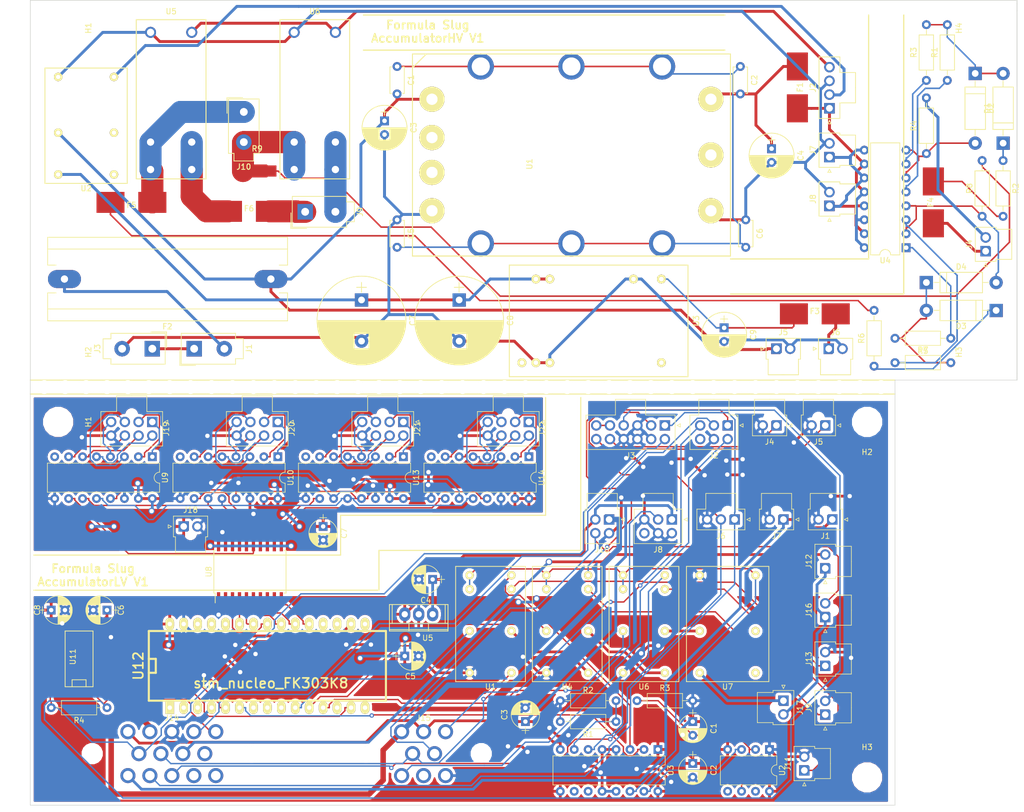
<source format=kicad_pcb>
(kicad_pcb (version 4) (host pcbnew 4.0.7)
  (layers (0 F.Cu signal) (31 B.Cu signal) (34 B.Paste user) (35 F.Paste user) (36 B.SilkS user) (37 F.SilkS user) (38 B.Mask user) (39 F.Mask user) (44 Edge.Cuts user))
  (net 0 "")
  (net 1 "Net-(C1-Pad1)")
  (net 2 /BATT+)
  (net 3 /BATT-)
  (net 4 /12V_SRC)
  (net 5 GND)
  (net 6 "Net-(C9-Pad1)")
  (net 7 "Net-(D1-Pad1)")
  (net 8 "Net-(D1-Pad2)")
  (net 9 "Net-(D2-Pad2)")
  (net 10 "Net-(D3-Pad1)")
  (net 11 "Net-(D3-Pad2)")
  (net 12 "Net-(D4-Pad2)")
  (net 13 /3.3V_TS)
  (net 14 /TS+)
  (net 15 "Net-(F4-Pad1)")
  (net 16 /CHARGER+)
  (net 17 "Net-(F5-Pad1)")
  (net 18 /12V)
  (net 19 /AIRS_FINAL_CHARGER)
  (net 20 /TS-)
  (net 21 /12V_INDICATOR)
  (net 22 /CHARGER-)
  (net 23 "Net-(R1-Pad1)")
  (net 24 "Net-(R3-Pad1)")
  (net 25 "Net-(R5-Pad1)")
  (net 26 "Net-(R7-Pad1)")
  (net 27 /BATT+_DIRECT)
  (net 28 /BATT+_LVBOARD)
  (net 29 /BATT+_CHARGER)
  (net 30 /BATT-_CHARGER)
  (net 31 /BATT+_CHGFUSED)
  (net 32 "Net-(R8-Pad2)")
  (net 33 /BATT+_DIRFUSED)
  (net 34 /VICOR_OUT)
  (net 35 +5V)
  (net 36 "Net-(C1-Pad2)")
  (net 37 +12V)
  (net 38 +3V3)
  (net 39 /AIRS_FINAL)
  (net 40 /BMS_FLT)
  (net 41 /V_L)
  (net 42 /V_S)
  (net 43 /5V_BMS)
  (net 44 /SIG_CURRENT)
  (net 45 /CAN_H)
  (net 46 "Net-(J3-Pad5)")
  (net 47 /CAN_L)
  (net 48 /BMS_TX)
  (net 49 /BMS_RX)
  (net 50 /IMD_FLT)
  (net 51 /BMS_RESET)
  (net 52 /IMD_RESET)
  (net 53 /AIRS_RELAYS_OUT)
  (net 54 /AIRS_ACC_OUT)
  (net 55 /TEMP_RESET)
  (net 56 /AIRS_CHARGER_OUT)
  (net 57 "Net-(J19-Pad1)")
  (net 58 "Net-(J19-Pad2)")
  (net 59 "Net-(J19-Pad3)")
  (net 60 "Net-(J19-Pad4)")
  (net 61 "Net-(J19-Pad5)")
  (net 62 "Net-(J19-Pad6)")
  (net 63 "Net-(J19-Pad7)")
  (net 64 "Net-(J20-Pad1)")
  (net 65 "Net-(J20-Pad2)")
  (net 66 "Net-(J20-Pad3)")
  (net 67 "Net-(J20-Pad4)")
  (net 68 "Net-(J20-Pad5)")
  (net 69 "Net-(J20-Pad6)")
  (net 70 "Net-(J20-Pad7)")
  (net 71 "Net-(J21-Pad1)")
  (net 72 "Net-(J21-Pad2)")
  (net 73 "Net-(J21-Pad3)")
  (net 74 "Net-(J21-Pad4)")
  (net 75 "Net-(J21-Pad5)")
  (net 76 "Net-(J21-Pad6)")
  (net 77 "Net-(J21-Pad7)")
  (net 78 "Net-(J22-Pad1)")
  (net 79 "Net-(J22-Pad2)")
  (net 80 "Net-(J22-Pad3)")
  (net 81 "Net-(J22-Pad4)")
  (net 82 "Net-(J22-Pad5)")
  (net 83 "Net-(J22-Pad6)")
  (net 84 "Net-(J22-Pad7)")
  (net 85 /IMD_FLT_5)
  (net 86 /TIMER_H)
  (net 87 /TEMP_FLT_LATCHED)
  (net 88 /TEMP_FLT_H)
  (net 89 /TIMER)
  (net 90 /IMD_FLT_H)
  (net 91 /BMS_FLT_LATCHED)
  (net 92 /IMD_FLT_LATCHED)
  (net 93 "Net-(U12-Pad23)")
  (net 94 "Net-(U12-Pad25)")
  (net 95 "Net-(U12-Pad24)")
  (net 96 "Net-(U12-Pad22)")
  (net 97 "Net-(U12-Pad21)")
  (net 98 "Net-(U12-Pad20)")
  (net 99 /TEMP_SS_3)
  (net 100 /TEMP_SS_2)
  (net 101 /TEMP_SS_1)
  (net 102 /TEMP_SS_0)
  (net 103 /TEMP_SSO)
  (net 104 /TEMP_SSI)
  (net 105 /SCLK)
  (net 106 "Net-(U11-Pad2)")
  (net 107 "Net-(U11-Pad3)")
  (net 108 /TEMP_FLT)
  (net 109 /CHARGER_CONTROL)
  (net 110 /AIRS_LID_OUT)
  (net 111 /AIRS_TEMP_OUT)
  (net 112 /AIRS_BMS_OUT)
  (net 113 /AIRS_IMD_OUT)
  (module Mounting_Holes:MountingHole_2.5mm (layer F.Cu) (at 170.815 101.6)
    (fp_text reference REF** hide)
    (fp_text value MountingHole_2.5mm)
    (pad 1 np_thru_hole circle (at 0 0) (size 2.5 2.5) (drill 2.5) (layers *.Cu *.Mask))
  )
  (module Mounting_Holes:MountingHole_2.5mm (layer F.Cu) (at 174.625 101.6)
    (fp_text reference REF** hide)
    (fp_text value MountingHole_2.5mm)
    (pad 1 np_thru_hole circle (at 0 0) (size 2.5 2.5) (drill 2.5) (layers *.Cu *.Mask))
  )
  (module Mounting_Holes:MountingHole_2.5mm (layer F.Cu) (at 182.245 101.6)
    (fp_text reference REF** hide)
    (fp_text value MountingHole_2.5mm)
    (pad 1 np_thru_hole circle (at 0 0) (size 2.5 2.5) (drill 2.5) (layers *.Cu *.Mask))
  )
  (module Mounting_Holes:MountingHole_2.5mm (layer F.Cu) (at 178.435 101.6)
    (fp_text reference REF** hide)
    (fp_text value MountingHole_2.5mm)
    (pad 1 np_thru_hole circle (at 0 0) (size 2.5 2.5) (drill 2.5) (layers *.Cu *.Mask))
  )
  (module Mounting_Holes:MountingHole_2.5mm (layer F.Cu) (at 186.055 101.6)
    (fp_text reference REF** hide)
    (fp_text value MountingHole_2.5mm)
    (pad 1 np_thru_hole circle (at 0 0) (size 2.5 2.5) (drill 2.5) (layers *.Cu *.Mask))
  )
  (module Mounting_Holes:MountingHole_2.5mm (layer F.Cu) (at 155.575 101.6)
    (fp_text reference REF** hide)
    (fp_text value MountingHole_2.5mm)
    (pad 1 np_thru_hole circle (at 0 0) (size 2.5 2.5) (drill 2.5) (layers *.Cu *.Mask))
  )
  (module Mounting_Holes:MountingHole_2.5mm (layer F.Cu) (at 159.385 101.6)
    (fp_text reference REF** hide)
    (fp_text value MountingHole_2.5mm)
    (pad 1 np_thru_hole circle (at 0 0) (size 2.5 2.5) (drill 2.5) (layers *.Cu *.Mask))
  )
  (module Mounting_Holes:MountingHole_2.5mm (layer F.Cu) (at 167.005 101.6)
    (fp_text reference REF** hide)
    (fp_text value MountingHole_2.5mm)
    (pad 1 np_thru_hole circle (at 0 0) (size 2.5 2.5) (drill 2.5) (layers *.Cu *.Mask))
  )
  (module Mounting_Holes:MountingHole_2.5mm (layer F.Cu) (at 163.195 101.6)
    (fp_text reference REF** hide)
    (fp_text value MountingHole_2.5mm)
    (pad 1 np_thru_hole circle (at 0 0) (size 2.5 2.5) (drill 2.5) (layers *.Cu *.Mask))
  )
  (module Mounting_Holes:MountingHole_2.5mm (layer F.Cu) (at 94.615 101.6)
    (fp_text reference REF** hide)
    (fp_text value MountingHole_2.5mm)
    (pad 1 np_thru_hole circle (at 0 0) (size 2.5 2.5) (drill 2.5) (layers *.Cu *.Mask))
  )
  (module Mounting_Holes:MountingHole_2.5mm (layer F.Cu) (at 98.425 101.6)
    (fp_text reference REF** hide)
    (fp_text value MountingHole_2.5mm)
    (pad 1 np_thru_hole circle (at 0 0) (size 2.5 2.5) (drill 2.5) (layers *.Cu *.Mask))
  )
  (module Mounting_Holes:MountingHole_2.5mm (layer F.Cu) (at 106.045 101.6)
    (fp_text reference REF** hide)
    (fp_text value MountingHole_2.5mm)
    (pad 1 np_thru_hole circle (at 0 0) (size 2.5 2.5) (drill 2.5) (layers *.Cu *.Mask))
  )
  (module Mounting_Holes:MountingHole_2.5mm (layer F.Cu) (at 102.235 101.6)
    (fp_text reference REF** hide)
    (fp_text value MountingHole_2.5mm)
    (pad 1 np_thru_hole circle (at 0 0) (size 2.5 2.5) (drill 2.5) (layers *.Cu *.Mask))
  )
  (module Mounting_Holes:MountingHole_2.5mm (layer F.Cu) (at 117.475 101.6)
    (fp_text reference REF** hide)
    (fp_text value MountingHole_2.5mm)
    (pad 1 np_thru_hole circle (at 0 0) (size 2.5 2.5) (drill 2.5) (layers *.Cu *.Mask))
  )
  (module Mounting_Holes:MountingHole_2.5mm (layer F.Cu) (at 121.285 101.6)
    (fp_text reference REF** hide)
    (fp_text value MountingHole_2.5mm)
    (pad 1 np_thru_hole circle (at 0 0) (size 2.5 2.5) (drill 2.5) (layers *.Cu *.Mask))
  )
  (module Mounting_Holes:MountingHole_2.5mm (layer F.Cu) (at 113.665 101.6)
    (fp_text reference REF** hide)
    (fp_text value MountingHole_2.5mm)
    (pad 1 np_thru_hole circle (at 0 0) (size 2.5 2.5) (drill 2.5) (layers *.Cu *.Mask))
  )
  (module Mounting_Holes:MountingHole_2.5mm (layer F.Cu) (at 109.855 101.6)
    (fp_text reference REF** hide)
    (fp_text value MountingHole_2.5mm)
    (pad 1 np_thru_hole circle (at 0 0) (size 2.5 2.5) (drill 2.5) (layers *.Cu *.Mask))
  )
  (module Mounting_Holes:MountingHole_2.5mm (layer F.Cu) (at 140.335 101.6)
    (fp_text reference REF** hide)
    (fp_text value MountingHole_2.5mm)
    (pad 1 np_thru_hole circle (at 0 0) (size 2.5 2.5) (drill 2.5) (layers *.Cu *.Mask))
  )
  (module Mounting_Holes:MountingHole_2.5mm (layer F.Cu) (at 144.145 101.6)
    (fp_text reference REF** hide)
    (fp_text value MountingHole_2.5mm)
    (pad 1 np_thru_hole circle (at 0 0) (size 2.5 2.5) (drill 2.5) (layers *.Cu *.Mask))
  )
  (module Mounting_Holes:MountingHole_2.5mm (layer F.Cu) (at 151.765 101.6)
    (fp_text reference REF** hide)
    (fp_text value MountingHole_2.5mm)
    (pad 1 np_thru_hole circle (at 0 0) (size 2.5 2.5) (drill 2.5) (layers *.Cu *.Mask))
  )
  (module Mounting_Holes:MountingHole_2.5mm (layer F.Cu) (at 147.955 101.6)
    (fp_text reference REF** hide)
    (fp_text value MountingHole_2.5mm)
    (pad 1 np_thru_hole circle (at 0 0) (size 2.5 2.5) (drill 2.5) (layers *.Cu *.Mask))
  )
  (module Mounting_Holes:MountingHole_2.5mm (layer F.Cu) (at 132.715 101.6)
    (fp_text reference REF** hide)
    (fp_text value MountingHole_2.5mm)
    (pad 1 np_thru_hole circle (at 0 0) (size 2.5 2.5) (drill 2.5) (layers *.Cu *.Mask))
  )
  (module Mounting_Holes:MountingHole_2.5mm (layer F.Cu) (at 136.525 101.6)
    (fp_text reference REF** hide)
    (fp_text value MountingHole_2.5mm)
    (pad 1 np_thru_hole circle (at 0 0) (size 2.5 2.5) (drill 2.5) (layers *.Cu *.Mask))
  )
  (module Mounting_Holes:MountingHole_2.5mm (layer F.Cu) (at 128.905 101.6)
    (fp_text reference REF** hide)
    (fp_text value MountingHole_2.5mm)
    (pad 1 np_thru_hole circle (at 0 0) (size 2.5 2.5) (drill 2.5) (layers *.Cu *.Mask))
  )
  (module Mounting_Holes:MountingHole_2.5mm (layer F.Cu) (at 125.095 101.6)
    (fp_text reference REF** hide)
    (fp_text value MountingHole_2.5mm)
    (pad 1 np_thru_hole circle (at 0 0) (size 2.5 2.5) (drill 2.5) (layers *.Cu *.Mask))
  )
  (module Mounting_Holes:MountingHole_2.5mm (layer F.Cu) (at 64.135 101.6)
    (fp_text reference REF** hide)
    (fp_text value MountingHole_2.5mm)
    (pad 1 np_thru_hole circle (at 0 0) (size 2.5 2.5) (drill 2.5) (layers *.Cu *.Mask))
  )
  (module Mounting_Holes:MountingHole_2.5mm (layer F.Cu) (at 67.945 101.6)
    (fp_text reference REF** hide)
    (fp_text value MountingHole_2.5mm)
    (pad 1 np_thru_hole circle (at 0 0) (size 2.5 2.5) (drill 2.5) (layers *.Cu *.Mask))
  )
  (module Mounting_Holes:MountingHole_2.5mm (layer F.Cu) (at 75.565 101.6)
    (fp_text reference REF** hide)
    (fp_text value MountingHole_2.5mm)
    (pad 1 np_thru_hole circle (at 0 0) (size 2.5 2.5) (drill 2.5) (layers *.Cu *.Mask))
  )
  (module Mounting_Holes:MountingHole_2.5mm (layer F.Cu) (at 71.755 101.6)
    (fp_text reference REF** hide)
    (fp_text value MountingHole_2.5mm)
    (pad 1 np_thru_hole circle (at 0 0) (size 2.5 2.5) (drill 2.5) (layers *.Cu *.Mask))
  )
  (module Mounting_Holes:MountingHole_2.5mm (layer F.Cu) (at 86.995 101.6)
    (fp_text reference REF** hide)
    (fp_text value MountingHole_2.5mm)
    (pad 1 np_thru_hole circle (at 0 0) (size 2.5 2.5) (drill 2.5) (layers *.Cu *.Mask))
  )
  (module Mounting_Holes:MountingHole_2.5mm (layer F.Cu) (at 90.805 101.6)
    (fp_text reference REF** hide)
    (fp_text value MountingHole_2.5mm)
    (pad 1 np_thru_hole circle (at 0 0) (size 2.5 2.5) (drill 2.5) (layers *.Cu *.Mask))
  )
  (module Mounting_Holes:MountingHole_2.5mm (layer F.Cu) (at 83.185 101.6)
    (fp_text reference REF** hide)
    (fp_text value MountingHole_2.5mm)
    (pad 1 np_thru_hole circle (at 0 0) (size 2.5 2.5) (drill 2.5) (layers *.Cu *.Mask))
  )
  (module Mounting_Holes:MountingHole_2.5mm (layer F.Cu) (at 79.375 101.6)
    (fp_text reference REF** hide)
    (fp_text value MountingHole_2.5mm)
    (pad 1 np_thru_hole circle (at 0 0) (size 2.5 2.5) (drill 2.5) (layers *.Cu *.Mask))
  )
  (module Mounting_Holes:MountingHole_2.5mm (layer F.Cu) (at 48.895 101.6)
    (fp_text reference REF** hide)
    (fp_text value MountingHole_2.5mm)
    (pad 1 np_thru_hole circle (at 0 0) (size 2.5 2.5) (drill 2.5) (layers *.Cu *.Mask))
  )
  (module Mounting_Holes:MountingHole_2.5mm (layer F.Cu) (at 52.705 101.6)
    (fp_text reference REF** hide)
    (fp_text value MountingHole_2.5mm)
    (pad 1 np_thru_hole circle (at 0 0) (size 2.5 2.5) (drill 2.5) (layers *.Cu *.Mask))
  )
  (module Mounting_Holes:MountingHole_2.5mm (layer F.Cu) (at 60.325 101.6)
    (fp_text reference REF** hide)
    (fp_text value MountingHole_2.5mm)
    (pad 1 np_thru_hole circle (at 0 0) (size 2.5 2.5) (drill 2.5) (layers *.Cu *.Mask))
  )
  (module Mounting_Holes:MountingHole_2.5mm (layer F.Cu) (at 56.515 101.6)
    (fp_text reference REF** hide)
    (fp_text value MountingHole_2.5mm)
    (pad 1 np_thru_hole circle (at 0 0) (size 2.5 2.5) (drill 2.5) (layers *.Cu *.Mask))
  )
  (module Mounting_Holes:MountingHole_2.5mm (layer F.Cu) (at 41.275 101.6)
    (fp_text reference REF** hide)
    (fp_text value MountingHole_2.5mm)
    (pad 1 np_thru_hole circle (at 0 0) (size 2.5 2.5) (drill 2.5) (layers *.Cu *.Mask))
  )
  (module Mounting_Holes:MountingHole_2.5mm (layer F.Cu) (at 45.085 101.6)
    (fp_text reference REF** hide)
    (fp_text value MountingHole_2.5mm)
    (pad 1 np_thru_hole circle (at 0 0) (size 2.5 2.5) (drill 2.5) (layers *.Cu *.Mask))
  )
  (module Mounting_Holes:MountingHole_2.5mm (layer F.Cu) (at 37.465 101.6)
    (fp_text reference REF** hide)
    (fp_text value MountingHole_2.5mm)
    (pad 1 np_thru_hole circle (at 0 0) (size 2.5 2.5) (drill 2.5) (layers *.Cu *.Mask))
  )
  (module Oddities:NetTie-I_Connected_SMD (layer F.Cu) (at 72.39 62.23 180)
    (fp_text reference R9 (at -0.04064 4.06908 180) (layer F.SilkS))
    (fp_text value 0)
    (fp_line (start 1.778 -1.016) (end -1.778 -1.016) (layer F.Cu) (width 0.3048))
    (fp_line (start -1.778 -0.762) (end 1.778 -0.762) (layer F.Cu) (width 0.3048))
    (fp_line (start 1.778 -0.508) (end -1.778 -0.508) (layer F.Cu) (width 0.3048))
    (fp_line (start -1.778 -0.254) (end 1.778 -0.254) (layer F.Cu) (width 0.3048))
    (fp_line (start 1.778 0) (end -1.778 0) (layer F.Cu) (width 0.3048))
    (fp_line (start -1.778 0.254) (end 1.778 0.254) (layer F.Cu) (width 0.3048))
    (fp_line (start 1.778 0.508) (end -1.778 0.508) (layer F.Cu) (width 0.3048))
    (fp_line (start -1.778 0.762) (end 1.778 0.762) (layer F.Cu) (width 0.3048))
    (fp_line (start 1.778 1.016) (end -1.778 1.016) (layer F.Cu) (width 0.3048))
    (pad 1 smd rect (at -2.54 0 180) (size 1.99898 1.99898) (layers F.Cu F.Paste F.Mask) (net 32 "Net-(R8-Pad2)"))
    (pad 2 smd rect (at 2.54 0 180) (size 1.99898 1.99898) (layers F.Cu F.Paste F.Mask) (net 22 /CHARGER-))
  )
  (module Fuse_Holders_and_Fuses:Fuseholder6x32_Horiz_Open_Schurter0031-8002 (layer F.Cu) (at 74.93 81.915 180)
    (fp_text reference F2 (at 18.85 -8.65 180) (layer F.SilkS))
    (fp_text value "IMD/DCDC Fuse")
    (pad "" np_thru_hole circle (at 18.8 0 180) (size 3.25 3.25) (drill 3.25) (layers *.Cu *.Mask))
    (pad 2 thru_hole oval (at 37.59 0 270) (size 3.25 6) (drill 1.3) (layers *.Cu *.Mask) (net 33 /BATT+_DIRFUSED))
    (pad 1 thru_hole oval (at 0 0 270) (size 3.25 6) (drill 1.3) (layers *.Cu *.Mask) (net 2 /BATT+))
  )
  (module Mounting_Holes:MountingHole_4.5mm (layer F.Cu) (at 205.74 36.195 90)
    (fp_text reference H4 (at 0 -5.5 90) (layer F.SilkS))
    (fp_text value MtngHole)
    (pad 1 np_thru_hole circle (at 0 0 90) (size 4.5 4.5) (drill 4.5) (layers *.Cu *.Mask))
  )
  (module Mounting_Holes:MountingHole_4.5mm (layer F.Cu) (at 205.74 95.25 90)
    (fp_text reference H3 (at 0 -5.5 90) (layer F.SilkS))
    (fp_text value MtngHole)
    (pad 1 np_thru_hole circle (at 0 0 90) (size 4.5 4.5) (drill 4.5) (layers *.Cu *.Mask))
  )
  (module Mounting_Holes:MountingHole_4.5mm (layer F.Cu) (at 36.195 95.25 270)
    (fp_text reference H2 (at 0 -5.5 270) (layer F.SilkS))
    (fp_text value MtngHole)
    (pad 1 np_thru_hole circle (at 0 0 270) (size 4.5 4.5) (drill 4.5) (layers *.Cu *.Mask))
  )
  (module Mounting_Holes:MountingHole_4.5mm (layer F.Cu) (at 36.195 36.195 270)
    (fp_text reference H1 (at 0 -5.5 270) (layer F.SilkS))
    (fp_text value MtngHole)
    (pad 1 np_thru_hole circle (at 0 0 270) (size 4.5 4.5) (drill 4.5) (layers *.Cu *.Mask))
  )
  (module Connectors_Molex:Molex_MiniFit-JR-5556-02A_2x01x4.20mm_Straight (layer F.Cu) (at 70.0024 51.4604)
    (fp_text reference J10 (at 0 10) (layer F.SilkS))
    (fp_text value "Charger Current")
    (pad 1 thru_hole rect (at 0 0) (size 2.8 2.8) (drill 1.4) (layers *.Cu *.Mask) (net 16 /CHARGER+))
    (pad 2 thru_hole circle (at 0 5.5) (size 2.8 2.8) (drill 1.4) (layers *.Cu *.Mask) (net 22 /CHARGER-))
  )
  (module Connectors_Molex:Molex_NanoFit_1x02x2.50mm_Straight (layer F.Cu) (at 205.105 76.835 90)
    (fp_text reference J4 (at 1.25 -3 90) (layer F.SilkS))
    (fp_text value "TS (Switched)")
    (pad 1 thru_hole rect (at 0 0 90) (size 1.9 1.9) (drill 1.2) (layers *.Cu *.Mask) (net 14 /TS+))
    (pad 2 thru_hole circle (at 2.5 0 90) (size 1.9 1.9) (drill 1.2) (layers *.Cu *.Mask) (net 20 /TS-))
    (pad "" np_thru_hole circle (at 1.25 1.34 90) (size 1.3 1.3) (drill 1.3) (layers *.Cu *.Mask))
  )
  (module Capacitors_THT:C_Disc_D4.7mm_W2.5mm_P5.00mm (layer F.Cu) (at 161.417 71.12 270)
    (fp_text reference C6 (at 2.5 -2.56 270) (layer F.SilkS))
    (fp_text value C)
    (pad 1 thru_hole circle (at 0 0 270) (size 1.6 1.6) (drill 0.8) (layers *.Cu *.Mask) (net 5 GND))
    (pad 2 thru_hole circle (at 5 0 270) (size 1.6 1.6) (drill 0.8) (layers *.Cu *.Mask) (net 1 "Net-(C1-Pad1)"))
  )
  (module Capacitors_THT:C_Disc_D4.7mm_W2.5mm_P5.00mm (layer F.Cu) (at 97.917 71.12 270)
    (fp_text reference C5 (at 2.5 -2.56 270) (layer F.SilkS))
    (fp_text value C)
    (pad 1 thru_hole circle (at 0 0 270) (size 1.6 1.6) (drill 0.8) (layers *.Cu *.Mask) (net 3 /BATT-))
    (pad 2 thru_hole circle (at 5 0 270) (size 1.6 1.6) (drill 0.8) (layers *.Cu *.Mask) (net 1 "Net-(C1-Pad1)"))
  )
  (module Capacitors_THT:C_Disc_D4.7mm_W2.5mm_P5.00mm (layer F.Cu) (at 160.426 43.18 270)
    (fp_text reference C2 (at 2.5 -2.56 270) (layer F.SilkS))
    (fp_text value C)
    (pad 1 thru_hole circle (at 0 0 270) (size 1.6 1.6) (drill 0.8) (layers *.Cu *.Mask) (net 1 "Net-(C1-Pad1)"))
    (pad 2 thru_hole circle (at 5 0 270) (size 1.6 1.6) (drill 0.8) (layers *.Cu *.Mask) (net 34 /VICOR_OUT))
  )
  (module Capacitors_THT:C_Disc_D4.7mm_W2.5mm_P5.00mm (layer F.Cu) (at 97.917 43.18 270)
    (fp_text reference C1 (at 2.5 -2.56 270) (layer F.SilkS))
    (fp_text value C)
    (pad 1 thru_hole circle (at 0 0 270) (size 1.6 1.6) (drill 0.8) (layers *.Cu *.Mask) (net 1 "Net-(C1-Pad1)"))
    (pad 2 thru_hole circle (at 5 0 270) (size 1.6 1.6) (drill 0.8) (layers *.Cu *.Mask) (net 2 /BATT+))
  )
  (module Capacitors_THT:CP_Radial_D8.0mm_P2.50mm (layer F.Cu) (at 95.631 53.086 270)
    (fp_text reference C3 (at 1.25 -5.31 270) (layer F.SilkS))
    (fp_text value 0.47uF)
    (pad 1 thru_hole rect (at 0 0 270) (size 1.6 1.6) (drill 0.8) (layers *.Cu *.Mask) (net 2 /BATT+))
    (pad 2 thru_hole circle (at 2.5 0 270) (size 1.6 1.6) (drill 0.8) (layers *.Cu *.Mask) (net 3 /BATT-))
  )
  (module Capacitors_THT:CP_Radial_D8.0mm_P2.50mm (layer F.Cu) (at 166.116 58.166 270)
    (fp_text reference C4 (at 1.25 -5.31 270) (layer F.SilkS))
    (fp_text value CP)
    (pad 1 thru_hole rect (at 0 0 270) (size 1.6 1.6) (drill 0.8) (layers *.Cu *.Mask) (net 34 /VICOR_OUT))
    (pad 2 thru_hole circle (at 2.5 0 270) (size 1.6 1.6) (drill 0.8) (layers *.Cu *.Mask) (net 5 GND))
  )
  (module Capacitors_THT:CP_Radial_D16.0mm_P7.50mm (layer F.Cu) (at 91.44 85.725 270)
    (fp_text reference C7 (at 3.75 -9.31 270) (layer F.SilkS))
    (fp_text value 100uF)
    (pad 1 thru_hole rect (at 0 0 270) (size 2.4 2.4) (drill 1.2) (layers *.Cu *.Mask) (net 28 /BATT+_LVBOARD))
    (pad 2 thru_hole circle (at 7.5 0 270) (size 2.4 2.4) (drill 1.2) (layers *.Cu *.Mask) (net 3 /BATT-))
  )
  (module Capacitors_THT:CP_Radial_D16.0mm_P7.50mm (layer F.Cu) (at 109.22 85.725 270)
    (fp_text reference C8 (at 3.75 -9.31 270) (layer F.SilkS))
    (fp_text value 100uF)
    (pad 1 thru_hole rect (at 0 0 270) (size 2.4 2.4) (drill 1.2) (layers *.Cu *.Mask) (net 28 /BATT+_LVBOARD))
    (pad 2 thru_hole circle (at 7.5 0 270) (size 2.4 2.4) (drill 1.2) (layers *.Cu *.Mask) (net 3 /BATT-))
  )
  (module Capacitors_THT:CP_Radial_D8.0mm_P2.50mm (layer F.Cu) (at 157.48 90.805 270)
    (fp_text reference C9 (at 1.25 -5.31 270) (layer F.SilkS))
    (fp_text value CP)
    (pad 1 thru_hole rect (at 0 0 270) (size 1.6 1.6) (drill 0.8) (layers *.Cu *.Mask) (net 6 "Net-(C9-Pad1)"))
    (pad 2 thru_hole circle (at 2.5 0 270) (size 1.6 1.6) (drill 0.8) (layers *.Cu *.Mask) (net 3 /BATT-))
  )
  (module Diodes_THT:D_DO-15_P12.70mm_Horizontal (layer F.Cu) (at 208.28 57.15 90)
    (fp_text reference D1 (at 6.35 -2.86 90) (layer F.SilkS))
    (fp_text value "48V Zener")
    (pad 1 thru_hole rect (at 0 0 90) (size 2.4 2.4) (drill 1.2) (layers *.Cu *.Mask) (net 7 "Net-(D1-Pad1)"))
    (pad 2 thru_hole oval (at 12.7 0 90) (size 2.4 2.4) (drill 1.2) (layers *.Cu *.Mask) (net 8 "Net-(D1-Pad2)"))
  )
  (module Diodes_THT:D_DO-15_P12.70mm_Horizontal (layer F.Cu) (at 203.2 44.45 270)
    (fp_text reference D2 (at 6.35 -2.86 270) (layer F.SilkS))
    (fp_text value "12V Zener")
    (pad 1 thru_hole rect (at 0 0 270) (size 2.4 2.4) (drill 1.2) (layers *.Cu *.Mask) (net 8 "Net-(D1-Pad2)"))
    (pad 2 thru_hole oval (at 12.7 0 270) (size 2.4 2.4) (drill 1.2) (layers *.Cu *.Mask) (net 9 "Net-(D2-Pad2)"))
  )
  (module Diodes_THT:D_DO-15_P12.70mm_Horizontal (layer F.Cu) (at 207.01 87.63 180)
    (fp_text reference D3 (at 6.35 -2.86 180) (layer F.SilkS))
    (fp_text value "48V Zener")
    (pad 1 thru_hole rect (at 0 0 180) (size 2.4 2.4) (drill 1.2) (layers *.Cu *.Mask) (net 10 "Net-(D3-Pad1)"))
    (pad 2 thru_hole oval (at 12.7 0 180) (size 2.4 2.4) (drill 1.2) (layers *.Cu *.Mask) (net 11 "Net-(D3-Pad2)"))
  )
  (module Diodes_THT:D_DO-15_P12.70mm_Horizontal (layer F.Cu) (at 194.31 82.55)
    (fp_text reference D4 (at 6.35 -2.86) (layer F.SilkS))
    (fp_text value "12V Zener")
    (pad 1 thru_hole rect (at 0 0) (size 2.4 2.4) (drill 1.2) (layers *.Cu *.Mask) (net 11 "Net-(D3-Pad2)"))
    (pad 2 thru_hole oval (at 12.7 0) (size 2.4 2.4) (drill 1.2) (layers *.Cu *.Mask) (net 12 "Net-(D4-Pad2)"))
  )
  (module "FSFootprints:SMD Fuse" (layer F.Cu) (at 170.815 46.99 90)
    (fp_text reference F1 (at 0 0.5 90) (layer F.SilkS))
    (fp_text value Fuse)
    (pad 2 smd rect (at 3.81 0 90) (size 5.08 3.81) (layers F.Cu F.Paste F.Mask) (net 34 /VICOR_OUT))
    (pad 1 smd rect (at -3.81 0 90) (size 5.08 3.81) (layers F.Cu F.Paste F.Mask) (net 4 /12V_SRC))
  )
  (module "FSFootprints:SMD Fuse" (layer F.Cu) (at 173.99 88.265 180)
    (fp_text reference F3 (at 0 0.5 180) (layer F.SilkS))
    (fp_text value Fuse)
    (pad 2 smd rect (at 3.81 0 180) (size 5.08 3.81) (layers F.Cu F.Paste F.Mask) (net 6 "Net-(C9-Pad1)"))
    (pad 1 smd rect (at -3.81 0 180) (size 5.08 3.81) (layers F.Cu F.Paste F.Mask) (net 13 /3.3V_TS))
  )
  (module "FSFootprints:SMD Fuse" (layer F.Cu) (at 195.58 67.945 270)
    (fp_text reference F4 (at 0 0.5 270) (layer F.SilkS))
    (fp_text value "TS 60V Fuse")
    (pad 2 smd rect (at 3.81 0 270) (size 5.08 3.81) (layers F.Cu F.Paste F.Mask) (net 14 /TS+))
    (pad 1 smd rect (at -3.81 0 270) (size 5.08 3.81) (layers F.Cu F.Paste F.Mask) (net 15 "Net-(F4-Pad1)"))
  )
  (module "FSFootprints:SMD Fuse" (layer F.Cu) (at 49.53 67.945)
    (fp_text reference F5 (at 0 0.5) (layer F.SilkS))
    (fp_text value "Charger 60V Fuse")
    (pad 2 smd rect (at 3.81 0) (size 5.08 3.81) (layers F.Cu F.Paste F.Mask) (net 16 /CHARGER+))
    (pad 1 smd rect (at -3.81 0) (size 5.08 3.81) (layers F.Cu F.Paste F.Mask) (net 17 "Net-(F5-Pad1)"))
  )
  (module Connectors_Molex:Molex_MiniFit-JR-5556-02A_2x01x4.20mm_Straight (layer F.Cu) (at 60.96 94.615 90)
    (fp_text reference J1 (at 0 10 90) (layer F.SilkS))
    (fp_text value "TS -> GLV Regulator Jumper")
    (pad 1 thru_hole rect (at 0 0 90) (size 2.8 2.8) (drill 1.4) (layers *.Cu *.Mask) (net 27 /BATT+_DIRECT))
    (pad 2 thru_hole circle (at 0 5.5 90) (size 2.8 2.8) (drill 1.4) (layers *.Cu *.Mask) (net 33 /BATT+_DIRFUSED))
  )
  (module Connectors_Molex:Molex_NanoFit_1x04x2.50mm_Straight (layer F.Cu) (at 176.657 50.8 90)
    (fp_text reference J2 (at 3.75 -3 90) (layer F.SilkS))
    (fp_text value "To LV Board")
    (pad 1 thru_hole rect (at 0 0 90) (size 1.9 1.9) (drill 1.2) (layers *.Cu *.Mask) (net 4 /12V_SRC))
    (pad 2 thru_hole circle (at 2.5 0 90) (size 1.9 1.9) (drill 1.2) (layers *.Cu *.Mask) (net 18 /12V))
    (pad 3 thru_hole circle (at 5 0 90) (size 1.9 1.9) (drill 1.2) (layers *.Cu *.Mask) (net 5 GND))
    (pad 4 thru_hole circle (at 7.5 0 90) (size 1.9 1.9) (drill 1.2) (layers *.Cu *.Mask) (net 19 /AIRS_FINAL_CHARGER))
    (pad "" np_thru_hole circle (at 3.75 1.34 90) (size 1.3 1.3) (drill 1.3) (layers *.Cu *.Mask))
  )
  (module Connectors_Molex:Molex_MiniFit-JR-5556-02A_2x01x4.20mm_Straight (layer F.Cu) (at 53.34 94.615 270)
    (fp_text reference J3 (at 0 10 270) (layer F.SilkS))
    (fp_text value "Batt Voltage")
    (pad 1 thru_hole rect (at 0 0 270) (size 2.8 2.8) (drill 1.4) (layers *.Cu *.Mask) (net 27 /BATT+_DIRECT))
    (pad 2 thru_hole circle (at 0 5.5 270) (size 2.8 2.8) (drill 1.4) (layers *.Cu *.Mask) (net 3 /BATT-))
  )
  (module Connectors_Molex:Molex_NanoFit_1x02x2.50mm_Straight (layer F.Cu) (at 167.005 94.615)
    (fp_text reference J5 (at 1.25 -3) (layer F.SilkS))
    (fp_text value "IMD TS")
    (pad 1 thru_hole rect (at 0 0) (size 1.9 1.9) (drill 1.2) (layers *.Cu *.Mask) (net 2 /BATT+))
    (pad 2 thru_hole circle (at 2.5 0) (size 1.9 1.9) (drill 1.2) (layers *.Cu *.Mask) (net 3 /BATT-))
    (pad "" np_thru_hole circle (at 1.25 1.34) (size 1.3 1.3) (drill 1.3) (layers *.Cu *.Mask))
  )
  (module Connectors_Molex:Molex_NanoFit_1x02x2.50mm_Straight (layer F.Cu) (at 176.53 94.615)
    (fp_text reference J6 (at 1.25 -3) (layer F.SilkS))
    (fp_text value "To LV Board")
    (pad 1 thru_hole rect (at 0 0) (size 1.9 1.9) (drill 1.2) (layers *.Cu *.Mask) (net 13 /3.3V_TS))
    (pad 2 thru_hole circle (at 2.5 0) (size 1.9 1.9) (drill 1.2) (layers *.Cu *.Mask) (net 3 /BATT-))
    (pad "" np_thru_hole circle (at 1.25 1.34) (size 1.3 1.3) (drill 1.3) (layers *.Cu *.Mask))
  )
  (module Connectors_Molex:Molex_NanoFit_1x02x2.50mm_Straight (layer F.Cu) (at 176.657 59.69 90)
    (fp_text reference J7 (at 1.25 -3 90) (layer F.SilkS))
    (fp_text value "Acc LED 1")
    (pad 1 thru_hole rect (at 0 0 90) (size 1.9 1.9) (drill 1.2) (layers *.Cu *.Mask) (net 21 /12V_INDICATOR))
    (pad 2 thru_hole circle (at 2.5 0 90) (size 1.9 1.9) (drill 1.2) (layers *.Cu *.Mask) (net 5 GND))
    (pad "" np_thru_hole circle (at 1.25 1.34 90) (size 1.3 1.3) (drill 1.3) (layers *.Cu *.Mask))
  )
  (module Connectors_Molex:Molex_NanoFit_1x02x2.50mm_Straight (layer F.Cu) (at 176.657 68.58 90)
    (fp_text reference J8 (at 1.25 -3 90) (layer F.SilkS))
    (fp_text value "Acc LED 2")
    (pad 1 thru_hole rect (at 0 0 90) (size 1.9 1.9) (drill 1.2) (layers *.Cu *.Mask) (net 21 /12V_INDICATOR))
    (pad 2 thru_hole circle (at 2.5 0 90) (size 1.9 1.9) (drill 1.2) (layers *.Cu *.Mask) (net 5 GND))
    (pad "" np_thru_hole circle (at 1.25 1.34 90) (size 1.3 1.3) (drill 1.3) (layers *.Cu *.Mask))
  )
  (module Connectors_Molex:Molex_MiniFit-JR-5556-02A_2x01x4.20mm_Straight (layer F.Cu) (at 81.1784 69.6595 90)
    (fp_text reference J9 (at 0 10 90) (layer F.SilkS))
    (fp_text value "Charger Current to Batt")
    (pad 1 thru_hole rect (at 0 0 90) (size 2.8 2.8) (drill 1.4) (layers *.Cu *.Mask) (net 29 /BATT+_CHARGER))
    (pad 2 thru_hole circle (at 0 5.5 90) (size 2.8 2.8) (drill 1.4) (layers *.Cu *.Mask) (net 30 /BATT-_CHARGER))
  )
  (module Resistors_THT:R_Axial_DIN0207_L6.3mm_D2.5mm_P10.16mm_Horizontal (layer F.Cu) (at 198.12 45.72 90)
    (fp_text reference R1 (at 5.08 -2.31 90) (layer F.SilkS))
    (fp_text value R)
    (pad 1 thru_hole circle (at 0 0 90) (size 1.6 1.6) (drill 0.8) (layers *.Cu *.Mask) (net 23 "Net-(R1-Pad1)"))
    (pad 2 thru_hole oval (at 10.16 0 90) (size 1.6 1.6) (drill 0.8) (layers *.Cu *.Mask) (net 8 "Net-(D1-Pad2)"))
  )
  (module Resistors_THT:R_Axial_DIN0207_L6.3mm_D2.5mm_P10.16mm_Horizontal (layer F.Cu) (at 208.28 60.325 270)
    (fp_text reference R2 (at 5.08 -2.31 270) (layer F.SilkS))
    (fp_text value 1.5kR)
    (pad 1 thru_hole circle (at 0 0 270) (size 1.6 1.6) (drill 0.8) (layers *.Cu *.Mask) (net 7 "Net-(D1-Pad1)"))
    (pad 2 thru_hole oval (at 10.16 0 270) (size 1.6 1.6) (drill 0.8) (layers *.Cu *.Mask) (net 15 "Net-(F4-Pad1)"))
  )
  (module Resistors_THT:R_Axial_DIN0207_L6.3mm_D2.5mm_P10.16mm_Horizontal (layer F.Cu) (at 194.31 45.72 90)
    (fp_text reference R3 (at 5.08 -2.31 90) (layer F.SilkS))
    (fp_text value R)
    (pad 1 thru_hole circle (at 0 0 90) (size 1.6 1.6) (drill 0.8) (layers *.Cu *.Mask) (net 24 "Net-(R3-Pad1)"))
    (pad 2 thru_hole oval (at 10.16 0 90) (size 1.6 1.6) (drill 0.8) (layers *.Cu *.Mask) (net 8 "Net-(D1-Pad2)"))
  )
  (module Resistors_THT:R_Axial_DIN0207_L6.3mm_D2.5mm_P10.16mm_Horizontal (layer F.Cu) (at 194.31 59.055 90)
    (fp_text reference R4 (at 5.08 -2.31 90) (layer F.SilkS))
    (fp_text value 1.5kR)
    (pad 1 thru_hole circle (at 0 0 90) (size 1.6 1.6) (drill 0.8) (layers *.Cu *.Mask) (net 9 "Net-(D2-Pad2)"))
    (pad 2 thru_hole oval (at 10.16 0 90) (size 1.6 1.6) (drill 0.8) (layers *.Cu *.Mask) (net 20 /TS-))
  )
  (module Resistors_THT:R_Axial_DIN0207_L6.3mm_D2.5mm_P10.16mm_Horizontal (layer F.Cu) (at 198.755 92.71 180)
    (fp_text reference R5 (at 5.08 -2.31 180) (layer F.SilkS))
    (fp_text value R)
    (pad 1 thru_hole circle (at 0 0 180) (size 1.6 1.6) (drill 0.8) (layers *.Cu *.Mask) (net 25 "Net-(R5-Pad1)"))
    (pad 2 thru_hole oval (at 10.16 0 180) (size 1.6 1.6) (drill 0.8) (layers *.Cu *.Mask) (net 11 "Net-(D3-Pad2)"))
  )
  (module Resistors_THT:R_Axial_DIN0207_L6.3mm_D2.5mm_P10.16mm_Horizontal (layer F.Cu) (at 184.785 97.79 90)
    (fp_text reference R6 (at 5.08 -2.31 90) (layer F.SilkS))
    (fp_text value 1.5kR)
    (pad 1 thru_hole circle (at 0 0 90) (size 1.6 1.6) (drill 0.8) (layers *.Cu *.Mask) (net 10 "Net-(D3-Pad1)"))
    (pad 2 thru_hole oval (at 10.16 0 90) (size 1.6 1.6) (drill 0.8) (layers *.Cu *.Mask) (net 17 "Net-(F5-Pad1)"))
  )
  (module Resistors_THT:R_Axial_DIN0207_L6.3mm_D2.5mm_P10.16mm_Horizontal (layer F.Cu) (at 188.595 97.155)
    (fp_text reference R7 (at 5.08 -2.31) (layer F.SilkS))
    (fp_text value R)
    (pad 1 thru_hole circle (at 0 0) (size 1.6 1.6) (drill 0.8) (layers *.Cu *.Mask) (net 26 "Net-(R7-Pad1)"))
    (pad 2 thru_hole oval (at 10.16 0) (size 1.6 1.6) (drill 0.8) (layers *.Cu *.Mask) (net 11 "Net-(D3-Pad2)"))
  )
  (module Resistors_THT:R_Axial_DIN0207_L6.3mm_D2.5mm_P10.16mm_Horizontal (layer F.Cu) (at 204.47 70.485 90)
    (fp_text reference R8 (at 5.08 -2.31 90) (layer F.SilkS))
    (fp_text value 1.5kR)
    (pad 1 thru_hole circle (at 0 0 90) (size 1.6 1.6) (drill 0.8) (layers *.Cu *.Mask) (net 12 "Net-(D4-Pad2)"))
    (pad 2 thru_hole oval (at 10.16 0 90) (size 1.6 1.6) (drill 0.8) (layers *.Cu *.Mask) (net 32 "Net-(R8-Pad2)"))
  )
  (module FSFootprints:VICOR-DCDC (layer F.Cu) (at 104.267 43.18 90)
    (fp_text reference U1 (at -17.78 17.78 90) (layer F.SilkS))
    (fp_text value V110C12E100BL)
    (pad 4 thru_hole circle (at -26.289 0 90) (size 4.572 4.572) (drill 2.032) (layers *.Cu *.Mask F.SilkS) (net 3 /BATT-))
    (pad 3 thru_hole circle (at -19.304 0 90) (size 4.572 4.572) (drill 2.032) (layers *.Cu *.Mask F.SilkS))
    (pad 2 thru_hole circle (at -12.954 0 90) (size 4.572 4.572) (drill 2.032) (layers *.Cu *.Mask F.SilkS))
    (pad 1 thru_hole circle (at -5.969 0 90) (size 4.572 4.572) (drill 2.032) (layers *.Cu *.Mask F.SilkS) (net 2 /BATT+))
    (pad 5 thru_hole circle (at -26.289 50.8 90) (size 4.572 4.572) (drill 2.032) (layers *.Cu *.Mask F.SilkS) (net 5 GND))
    (pad 6 thru_hole circle (at -16.129 50.8 90) (size 4.572 4.572) (drill 2.032) (layers *.Cu *.Mask F.SilkS))
    (pad 7 thru_hole circle (at -5.969 50.8 90) (size 4.572 4.572) (drill 2.032) (layers *.Cu *.Mask F.SilkS) (net 34 /VICOR_OUT))
    (pad C thru_hole circle (at 0 8.89 90) (size 4.7625 4.7625) (drill 3.2639) (layers *.Cu *.Mask) (net 1 "Net-(C1-Pad1)"))
    (pad C thru_hole circle (at -32.258 25.4 90) (size 4.7625 4.7625) (drill 3.2639) (layers *.Cu *.Mask) (net 1 "Net-(C1-Pad1)"))
    (pad C thru_hole circle (at -32.258 8.89 90) (size 4.7625 4.7625) (drill 3.2639) (layers *.Cu *.Mask) (net 1 "Net-(C1-Pad1)"))
    (pad C thru_hole circle (at -32.258 41.91 90) (size 4.7625 4.7625) (drill 3.2639) (layers *.Cu *.Mask) (net 1 "Net-(C1-Pad1)"))
    (pad C thru_hole circle (at 0 25.4 90) (size 4.7625 4.7625) (drill 3.2639) (layers *.Cu *.Mask) (net 1 "Net-(C1-Pad1)"))
    (pad C thru_hole circle (at 0 41.91 90) (size 4.7625 4.7625) (drill 3.2639) (layers *.Cu *.Mask) (net 1 "Net-(C1-Pad1)"))
  )
  (module FSFootprints:DK1A1B-12V (layer F.Cu) (at 41.275 55.245)
    (fp_text reference U2 (at 0 10.16) (layer F.SilkS))
    (fp_text value DK1A1B-12V)
    (pad 1 thru_hole circle (at -5.08 -10.16) (size 1.524 1.524) (drill 0.762) (layers *.Cu *.Mask F.SilkS) (net 5 GND))
    (pad 3 thru_hole circle (at -5.08 0) (size 1.524 1.524) (drill 0.762) (layers *.Cu *.Mask F.SilkS) (net 2 /BATT+))
    (pad 4 thru_hole circle (at -5.08 7.62) (size 1.524 1.524) (drill 0.762) (layers *.Cu *.Mask F.SilkS) (net 28 /BATT+_LVBOARD))
    (pad 8 thru_hole circle (at 5.08 -10.16) (size 1.524 1.524) (drill 0.762) (layers *.Cu *.Mask F.SilkS) (net 18 /12V))
    (pad 6 thru_hole circle (at 5.08 0) (size 1.524 1.524) (drill 0.762) (layers *.Cu *.Mask F.SilkS))
    (pad 5 thru_hole circle (at 5.08 7.62) (size 1.524 1.524) (drill 0.762) (layers *.Cu *.Mask F.SilkS))
  )
  (module FSFootprints:RDD08110S3V3 (layer F.Cu) (at 120.65 97.155 90)
    (fp_text reference U3 (at 7.62 31.75 90) (layer F.SilkS))
    (fp_text value RDD08110S3V3)
    (pad 1 thru_hole oval (at 0 0 90) (size 1.6 1.6) (drill 0.8) (layers *.Cu *.Mask F.SilkS))
    (pad 2 thru_hole oval (at 0 2.54 90) (size 1.6 1.6) (drill 0.8) (layers *.Cu *.Mask F.SilkS) (net 3 /BATT-))
    (pad 3 thru_hole oval (at 0 5.08 90) (size 1.6 1.6) (drill 0.8) (layers *.Cu *.Mask F.SilkS) (net 3 /BATT-))
    (pad 11 thru_hole oval (at 0 25.4 90) (size 1.6 1.6) (drill 0.8) (layers *.Cu *.Mask F.SilkS))
    (pad 14 thru_hole oval (at 15.24 25.4 90) (size 1.6 1.6) (drill 0.8) (layers *.Cu *.Mask F.SilkS) (net 6 "Net-(C9-Pad1)"))
    (pad 16 thru_hole oval (at 15.24 20.32 90) (size 1.6 1.6) (drill 0.8) (layers *.Cu *.Mask F.SilkS) (net 3 /BATT-))
    (pad 22 thru_hole oval (at 15.24 5.08 90) (size 1.6 1.6) (drill 0.8) (layers *.Cu *.Mask F.SilkS) (net 28 /BATT+_LVBOARD))
    (pad 23 thru_hole oval (at 15.24 2.54 90) (size 1.6 1.6) (drill 0.8) (layers *.Cu *.Mask F.SilkS) (net 28 /BATT+_LVBOARD))
  )
  (module Housings_DIP:DIP-16_W7.62mm (layer F.Cu) (at 190.627 76.2 180)
    (fp_text reference U4 (at 3.81 -2.33 180) (layer F.SilkS))
    (fp_text value PS2501-4)
    (pad 1 thru_hole rect (at 0 0 180) (size 1.6 1.6) (drill 0.8) (layers *.Cu *.Mask) (net 25 "Net-(R5-Pad1)"))
    (pad 9 thru_hole oval (at 7.62 17.78 180) (size 1.6 1.6) (drill 0.8) (layers *.Cu *.Mask) (net 21 /12V_INDICATOR))
    (pad 2 thru_hole oval (at 0 2.54 180) (size 1.6 1.6) (drill 0.8) (layers *.Cu *.Mask) (net 12 "Net-(D4-Pad2)"))
    (pad 10 thru_hole oval (at 7.62 15.24 180) (size 1.6 1.6) (drill 0.8) (layers *.Cu *.Mask) (net 4 /12V_SRC))
    (pad 3 thru_hole oval (at 0 5.08 180) (size 1.6 1.6) (drill 0.8) (layers *.Cu *.Mask) (net 26 "Net-(R7-Pad1)"))
    (pad 11 thru_hole oval (at 7.62 12.7 180) (size 1.6 1.6) (drill 0.8) (layers *.Cu *.Mask) (net 21 /12V_INDICATOR))
    (pad 4 thru_hole oval (at 0 7.62 180) (size 1.6 1.6) (drill 0.8) (layers *.Cu *.Mask) (net 12 "Net-(D4-Pad2)"))
    (pad 12 thru_hole oval (at 7.62 10.16 180) (size 1.6 1.6) (drill 0.8) (layers *.Cu *.Mask) (net 4 /12V_SRC))
    (pad 5 thru_hole oval (at 0 10.16 180) (size 1.6 1.6) (drill 0.8) (layers *.Cu *.Mask) (net 23 "Net-(R1-Pad1)"))
    (pad 13 thru_hole oval (at 7.62 7.62 180) (size 1.6 1.6) (drill 0.8) (layers *.Cu *.Mask) (net 21 /12V_INDICATOR))
    (pad 6 thru_hole oval (at 0 12.7 180) (size 1.6 1.6) (drill 0.8) (layers *.Cu *.Mask) (net 9 "Net-(D2-Pad2)"))
    (pad 14 thru_hole oval (at 7.62 5.08 180) (size 1.6 1.6) (drill 0.8) (layers *.Cu *.Mask) (net 4 /12V_SRC))
    (pad 7 thru_hole oval (at 0 15.24 180) (size 1.6 1.6) (drill 0.8) (layers *.Cu *.Mask) (net 24 "Net-(R3-Pad1)"))
    (pad 15 thru_hole oval (at 7.62 2.54 180) (size 1.6 1.6) (drill 0.8) (layers *.Cu *.Mask) (net 21 /12V_INDICATOR))
    (pad 8 thru_hole oval (at 0 17.78 180) (size 1.6 1.6) (drill 0.8) (layers *.Cu *.Mask) (net 9 "Net-(D2-Pad2)"))
    (pad 16 thru_hole oval (at 7.62 0 180) (size 1.6 1.6) (drill 0.8) (layers *.Cu *.Mask) (net 4 /12V_SRC))
  )
  (module FSFootprints:G2RL-1A-E (layer F.Cu) (at 56.769 36.957 270)
    (fp_text reference U5 (at -3.81 0 540) (layer F.SilkS))
    (fp_text value G2RL-1A-E)
    (pad 5 thru_hole circle (at 25 3.75 270) (size 2 2) (drill 1.3) (layers *.Cu *.Mask) (net 16 /CHARGER+))
    (pad 4 thru_hole circle (at 25 -3.75 270) (size 2 2) (drill 1.3) (layers *.Cu *.Mask) (net 31 /BATT+_CHGFUSED))
    (pad 6 thru_hole circle (at 20 3.75 270) (size 2 2) (drill 1.3) (layers *.Cu *.Mask) (net 16 /CHARGER+))
    (pad 3 thru_hole circle (at 20 -3.75 270) (size 2 2) (drill 1.3) (layers *.Cu *.Mask) (net 31 /BATT+_CHGFUSED))
    (pad 8 thru_hole circle (at 0 3.75 270) (size 2 2) (drill 1.3) (layers *.Cu *.Mask) (net 5 GND))
    (pad 1 thru_hole circle (at 0 -3.75 270) (size 2 2) (drill 1.3) (layers *.Cu *.Mask) (net 19 /AIRS_FINAL_CHARGER))
  )
  (module "FSFootprints:SMD Fuse" (layer F.Cu) (at 70.9422 69.5706 180)
    (fp_text reference F6 (at 0 0.5 180) (layer F.SilkS))
    (fp_text value Fuse)
    (pad 2 smd rect (at 3.81 0 180) (size 5.08 3.81) (layers F.Cu F.Paste F.Mask) (net 31 /BATT+_CHGFUSED))
    (pad 1 smd rect (at -3.81 0 180) (size 5.08 3.81) (layers F.Cu F.Paste F.Mask) (net 29 /BATT+_CHARGER))
  )
  (module FSFootprints:G2RL-1A-E (layer F.Cu) (at 82.931 36.957 270)
    (fp_text reference U6 (at -3.81 0 540) (layer F.SilkS))
    (fp_text value G2RL-1A-E)
    (pad 5 thru_hole circle (at 25 3.75 270) (size 2 2) (drill 1.3) (layers *.Cu *.Mask) (net 22 /CHARGER-))
    (pad 4 thru_hole circle (at 25 -3.75 270) (size 2 2) (drill 1.3) (layers *.Cu *.Mask) (net 30 /BATT-_CHARGER))
    (pad 6 thru_hole circle (at 20 3.75 270) (size 2 2) (drill 1.3) (layers *.Cu *.Mask) (net 22 /CHARGER-))
    (pad 3 thru_hole circle (at 20 -3.75 270) (size 2 2) (drill 1.3) (layers *.Cu *.Mask) (net 30 /BATT-_CHARGER))
    (pad 8 thru_hole circle (at 0 3.75 270) (size 2 2) (drill 1.3) (layers *.Cu *.Mask) (net 5 GND))
    (pad 1 thru_hole circle (at 0 -3.75 270) (size 2 2) (drill 1.3) (layers *.Cu *.Mask) (net 19 /AIRS_FINAL_CHARGER))
  )
  (module Oddities:NetTie-I_Connected_SMD (layer F.Cu) (at 72.39 62.23 180)
    (fp_text reference R9 (at -0.04064 4.06908 180) (layer F.SilkS))
    (fp_text value 0)
    (fp_line (start 1.778 -1.016) (end -1.778 -1.016) (layer F.Cu) (width 0.3048))
    (fp_line (start -1.778 -0.762) (end 1.778 -0.762) (layer F.Cu) (width 0.3048))
    (fp_line (start 1.778 -0.508) (end -1.778 -0.508) (layer F.Cu) (width 0.3048))
    (fp_line (start -1.778 -0.254) (end 1.778 -0.254) (layer F.Cu) (width 0.3048))
    (fp_line (start 1.778 0) (end -1.778 0) (layer F.Cu) (width 0.3048))
    (fp_line (start -1.778 0.254) (end 1.778 0.254) (layer F.Cu) (width 0.3048))
    (fp_line (start 1.778 0.508) (end -1.778 0.508) (layer F.Cu) (width 0.3048))
    (fp_line (start -1.778 0.762) (end 1.778 0.762) (layer F.Cu) (width 0.3048))
    (fp_line (start 1.778 1.016) (end -1.778 1.016) (layer F.Cu) (width 0.3048))
    (pad 1 smd rect (at -2.54 0 180) (size 1.99898 1.99898) (layers F.Cu F.Paste F.Mask) (net 32 "Net-(R8-Pad2)"))
    (pad 2 smd rect (at 2.54 0 180) (size 1.99898 1.99898) (layers F.Cu F.Paste F.Mask) (net 22 /CHARGER-))
  )
  (module Fuse_Holders_and_Fuses:Fuseholder6x32_Horiz_Open_Schurter0031-8002 (layer F.Cu) (at 74.93 81.915 180)
    (fp_text reference F2 (at 18.85 -8.65 180) (layer F.SilkS))
    (fp_text value "IMD/DCDC Fuse")
    (pad "" np_thru_hole circle (at 18.8 0 180) (size 3.25 3.25) (drill 3.25) (layers *.Cu *.Mask))
    (pad 2 thru_hole oval (at 37.59 0 270) (size 3.25 6) (drill 1.3) (layers *.Cu *.Mask) (net 33 /BATT+_DIRFUSED))
    (pad 1 thru_hole oval (at 0 0 270) (size 3.25 6) (drill 1.3) (layers *.Cu *.Mask) (net 2 /BATT+))
  )
  (module Mounting_Holes:MountingHole_4.5mm (layer F.Cu) (at 205.74 36.195 90)
    (fp_text reference H4 (at 0 -5.5 90) (layer F.SilkS))
    (fp_text value MtngHole)
    (pad 1 np_thru_hole circle (at 0 0 90) (size 4.5 4.5) (drill 4.5) (layers *.Cu *.Mask))
  )
  (module Mounting_Holes:MountingHole_4.5mm (layer F.Cu) (at 205.74 95.25 90)
    (fp_text reference H3 (at 0 -5.5 90) (layer F.SilkS))
    (fp_text value MtngHole)
    (pad 1 np_thru_hole circle (at 0 0 90) (size 4.5 4.5) (drill 4.5) (layers *.Cu *.Mask))
  )
  (module Mounting_Holes:MountingHole_4.5mm (layer F.Cu) (at 36.195 95.25 270)
    (fp_text reference H2 (at 0 -5.5 270) (layer F.SilkS))
    (fp_text value MtngHole)
    (pad 1 np_thru_hole circle (at 0 0 270) (size 4.5 4.5) (drill 4.5) (layers *.Cu *.Mask))
  )
  (module Mounting_Holes:MountingHole_4.5mm (layer F.Cu) (at 36.195 36.195 270)
    (fp_text reference H1 (at 0 -5.5 270) (layer F.SilkS))
    (fp_text value MtngHole)
    (pad 1 np_thru_hole circle (at 0 0 270) (size 4.5 4.5) (drill 4.5) (layers *.Cu *.Mask))
  )
  (module Connectors_Molex:Molex_MiniFit-JR-5556-02A_2x01x4.20mm_Straight (layer F.Cu) (at 70.0024 51.4604)
    (fp_text reference J10 (at 0 10) (layer F.SilkS))
    (fp_text value "Charger Current")
    (pad 1 thru_hole rect (at 0 0) (size 2.8 2.8) (drill 1.4) (layers *.Cu *.Mask) (net 16 /CHARGER+))
    (pad 2 thru_hole circle (at 0 5.5) (size 2.8 2.8) (drill 1.4) (layers *.Cu *.Mask) (net 22 /CHARGER-))
  )
  (module Connectors_Molex:Molex_NanoFit_1x02x2.50mm_Straight (layer F.Cu) (at 205.105 76.835 90)
    (fp_text reference J4 (at 1.25 -3 90) (layer F.SilkS))
    (fp_text value "TS (Switched)")
    (pad 1 thru_hole rect (at 0 0 90) (size 1.9 1.9) (drill 1.2) (layers *.Cu *.Mask) (net 14 /TS+))
    (pad 2 thru_hole circle (at 2.5 0 90) (size 1.9 1.9) (drill 1.2) (layers *.Cu *.Mask) (net 20 /TS-))
    (pad "" np_thru_hole circle (at 1.25 1.34 90) (size 1.3 1.3) (drill 1.3) (layers *.Cu *.Mask))
  )
  (module Capacitors_THT:C_Disc_D4.7mm_W2.5mm_P5.00mm (layer F.Cu) (at 161.417 71.12 270)
    (fp_text reference C6 (at 2.5 -2.56 270) (layer F.SilkS))
    (fp_text value C)
    (pad 1 thru_hole circle (at 0 0 270) (size 1.6 1.6) (drill 0.8) (layers *.Cu *.Mask) (net 5 GND))
    (pad 2 thru_hole circle (at 5 0 270) (size 1.6 1.6) (drill 0.8) (layers *.Cu *.Mask) (net 1 "Net-(C1-Pad1)"))
  )
  (module Capacitors_THT:C_Disc_D4.7mm_W2.5mm_P5.00mm (layer F.Cu) (at 97.917 71.12 270)
    (fp_text reference C5 (at 2.5 -2.56 270) (layer F.SilkS))
    (fp_text value C)
    (pad 1 thru_hole circle (at 0 0 270) (size 1.6 1.6) (drill 0.8) (layers *.Cu *.Mask) (net 3 /BATT-))
    (pad 2 thru_hole circle (at 5 0 270) (size 1.6 1.6) (drill 0.8) (layers *.Cu *.Mask) (net 1 "Net-(C1-Pad1)"))
  )
  (module Capacitors_THT:C_Disc_D4.7mm_W2.5mm_P5.00mm (layer F.Cu) (at 160.426 43.18 270)
    (fp_text reference C2 (at 2.5 -2.56 270) (layer F.SilkS))
    (fp_text value C)
    (pad 1 thru_hole circle (at 0 0 270) (size 1.6 1.6) (drill 0.8) (layers *.Cu *.Mask) (net 1 "Net-(C1-Pad1)"))
    (pad 2 thru_hole circle (at 5 0 270) (size 1.6 1.6) (drill 0.8) (layers *.Cu *.Mask) (net 34 /VICOR_OUT))
  )
  (module Capacitors_THT:C_Disc_D4.7mm_W2.5mm_P5.00mm (layer F.Cu) (at 97.917 43.18 270)
    (fp_text reference C1 (at 2.5 -2.56 270) (layer F.SilkS))
    (fp_text value C)
    (pad 1 thru_hole circle (at 0 0 270) (size 1.6 1.6) (drill 0.8) (layers *.Cu *.Mask) (net 1 "Net-(C1-Pad1)"))
    (pad 2 thru_hole circle (at 5 0 270) (size 1.6 1.6) (drill 0.8) (layers *.Cu *.Mask) (net 2 /BATT+))
  )
  (module Capacitors_THT:CP_Radial_D8.0mm_P2.50mm (layer F.Cu) (at 95.631 53.086 270)
    (fp_text reference C3 (at 1.25 -5.31 270) (layer F.SilkS))
    (fp_text value 0.47uF)
    (pad 1 thru_hole rect (at 0 0 270) (size 1.6 1.6) (drill 0.8) (layers *.Cu *.Mask) (net 2 /BATT+))
    (pad 2 thru_hole circle (at 2.5 0 270) (size 1.6 1.6) (drill 0.8) (layers *.Cu *.Mask) (net 3 /BATT-))
  )
  (module Capacitors_THT:CP_Radial_D8.0mm_P2.50mm (layer F.Cu) (at 166.116 58.166 270)
    (fp_text reference C4 (at 1.25 -5.31 270) (layer F.SilkS))
    (fp_text value CP)
    (pad 1 thru_hole rect (at 0 0 270) (size 1.6 1.6) (drill 0.8) (layers *.Cu *.Mask) (net 34 /VICOR_OUT))
    (pad 2 thru_hole circle (at 2.5 0 270) (size 1.6 1.6) (drill 0.8) (layers *.Cu *.Mask) (net 5 GND))
  )
  (module Capacitors_THT:CP_Radial_D16.0mm_P7.50mm (layer F.Cu) (at 91.44 85.725 270)
    (fp_text reference C7 (at 3.75 -9.31 270) (layer F.SilkS))
    (fp_text value 100uF)
    (pad 1 thru_hole rect (at 0 0 270) (size 2.4 2.4) (drill 1.2) (layers *.Cu *.Mask) (net 28 /BATT+_LVBOARD))
    (pad 2 thru_hole circle (at 7.5 0 270) (size 2.4 2.4) (drill 1.2) (layers *.Cu *.Mask) (net 3 /BATT-))
  )
  (module Capacitors_THT:CP_Radial_D16.0mm_P7.50mm (layer F.Cu) (at 109.22 85.725 270)
    (fp_text reference C8 (at 3.75 -9.31 270) (layer F.SilkS))
    (fp_text value 100uF)
    (pad 1 thru_hole rect (at 0 0 270) (size 2.4 2.4) (drill 1.2) (layers *.Cu *.Mask) (net 28 /BATT+_LVBOARD))
    (pad 2 thru_hole circle (at 7.5 0 270) (size 2.4 2.4) (drill 1.2) (layers *.Cu *.Mask) (net 3 /BATT-))
  )
  (module Capacitors_THT:CP_Radial_D8.0mm_P2.50mm (layer F.Cu) (at 157.48 90.805 270)
    (fp_text reference C9 (at 1.25 -5.31 270) (layer F.SilkS))
    (fp_text value CP)
    (pad 1 thru_hole rect (at 0 0 270) (size 1.6 1.6) (drill 0.8) (layers *.Cu *.Mask) (net 6 "Net-(C9-Pad1)"))
    (pad 2 thru_hole circle (at 2.5 0 270) (size 1.6 1.6) (drill 0.8) (layers *.Cu *.Mask) (net 3 /BATT-))
  )
  (module Diodes_THT:D_DO-15_P12.70mm_Horizontal (layer F.Cu) (at 208.28 57.15 90)
    (fp_text reference D1 (at 6.35 -2.86 90) (layer F.SilkS))
    (fp_text value "48V Zener")
    (pad 1 thru_hole rect (at 0 0 90) (size 2.4 2.4) (drill 1.2) (layers *.Cu *.Mask) (net 7 "Net-(D1-Pad1)"))
    (pad 2 thru_hole oval (at 12.7 0 90) (size 2.4 2.4) (drill 1.2) (layers *.Cu *.Mask) (net 8 "Net-(D1-Pad2)"))
  )
  (module Diodes_THT:D_DO-15_P12.70mm_Horizontal (layer F.Cu) (at 203.2 44.45 270)
    (fp_text reference D2 (at 6.35 -2.86 270) (layer F.SilkS))
    (fp_text value "12V Zener")
    (pad 1 thru_hole rect (at 0 0 270) (size 2.4 2.4) (drill 1.2) (layers *.Cu *.Mask) (net 8 "Net-(D1-Pad2)"))
    (pad 2 thru_hole oval (at 12.7 0 270) (size 2.4 2.4) (drill 1.2) (layers *.Cu *.Mask) (net 9 "Net-(D2-Pad2)"))
  )
  (module Diodes_THT:D_DO-15_P12.70mm_Horizontal (layer F.Cu) (at 207.01 87.63 180)
    (fp_text reference D3 (at 6.35 -2.86 180) (layer F.SilkS))
    (fp_text value "48V Zener")
    (pad 1 thru_hole rect (at 0 0 180) (size 2.4 2.4) (drill 1.2) (layers *.Cu *.Mask) (net 10 "Net-(D3-Pad1)"))
    (pad 2 thru_hole oval (at 12.7 0 180) (size 2.4 2.4) (drill 1.2) (layers *.Cu *.Mask) (net 11 "Net-(D3-Pad2)"))
  )
  (module Diodes_THT:D_DO-15_P12.70mm_Horizontal (layer F.Cu) (at 194.31 82.55)
    (fp_text reference D4 (at 6.35 -2.86) (layer F.SilkS))
    (fp_text value "12V Zener")
    (pad 1 thru_hole rect (at 0 0) (size 2.4 2.4) (drill 1.2) (layers *.Cu *.Mask) (net 11 "Net-(D3-Pad2)"))
    (pad 2 thru_hole oval (at 12.7 0) (size 2.4 2.4) (drill 1.2) (layers *.Cu *.Mask) (net 12 "Net-(D4-Pad2)"))
  )
  (module "FSFootprints:SMD Fuse" (layer F.Cu) (at 170.815 46.99 90)
    (fp_text reference F1 (at 0 0.5 90) (layer F.SilkS))
    (fp_text value Fuse)
    (pad 2 smd rect (at 3.81 0 90) (size 5.08 3.81) (layers F.Cu F.Paste F.Mask) (net 34 /VICOR_OUT))
    (pad 1 smd rect (at -3.81 0 90) (size 5.08 3.81) (layers F.Cu F.Paste F.Mask) (net 4 /12V_SRC))
  )
  (module "FSFootprints:SMD Fuse" (layer F.Cu) (at 173.99 88.265 180)
    (fp_text reference F3 (at 0 0.5 180) (layer F.SilkS))
    (fp_text value Fuse)
    (pad 2 smd rect (at 3.81 0 180) (size 5.08 3.81) (layers F.Cu F.Paste F.Mask) (net 6 "Net-(C9-Pad1)"))
    (pad 1 smd rect (at -3.81 0 180) (size 5.08 3.81) (layers F.Cu F.Paste F.Mask) (net 13 /3.3V_TS))
  )
  (module "FSFootprints:SMD Fuse" (layer F.Cu) (at 195.58 67.945 270)
    (fp_text reference F4 (at 0 0.5 270) (layer F.SilkS))
    (fp_text value "TS 60V Fuse")
    (pad 2 smd rect (at 3.81 0 270) (size 5.08 3.81) (layers F.Cu F.Paste F.Mask) (net 14 /TS+))
    (pad 1 smd rect (at -3.81 0 270) (size 5.08 3.81) (layers F.Cu F.Paste F.Mask) (net 15 "Net-(F4-Pad1)"))
  )
  (module "FSFootprints:SMD Fuse" (layer F.Cu) (at 49.53 67.945)
    (fp_text reference F5 (at 0 0.5) (layer F.SilkS))
    (fp_text value "Charger 60V Fuse")
    (pad 2 smd rect (at 3.81 0) (size 5.08 3.81) (layers F.Cu F.Paste F.Mask) (net 16 /CHARGER+))
    (pad 1 smd rect (at -3.81 0) (size 5.08 3.81) (layers F.Cu F.Paste F.Mask) (net 17 "Net-(F5-Pad1)"))
  )
  (module Connectors_Molex:Molex_MiniFit-JR-5556-02A_2x01x4.20mm_Straight (layer F.Cu) (at 60.96 94.615 90)
    (fp_text reference J1 (at 0 10 90) (layer F.SilkS))
    (fp_text value "TS -> GLV Regulator Jumper")
    (pad 1 thru_hole rect (at 0 0 90) (size 2.8 2.8) (drill 1.4) (layers *.Cu *.Mask) (net 27 /BATT+_DIRECT))
    (pad 2 thru_hole circle (at 0 5.5 90) (size 2.8 2.8) (drill 1.4) (layers *.Cu *.Mask) (net 33 /BATT+_DIRFUSED))
  )
  (module Connectors_Molex:Molex_NanoFit_1x04x2.50mm_Straight (layer F.Cu) (at 176.657 50.8 90)
    (fp_text reference J2 (at 3.75 -3 90) (layer F.SilkS))
    (fp_text value "To LV Board")
    (pad 1 thru_hole rect (at 0 0 90) (size 1.9 1.9) (drill 1.2) (layers *.Cu *.Mask) (net 4 /12V_SRC))
    (pad 2 thru_hole circle (at 2.5 0 90) (size 1.9 1.9) (drill 1.2) (layers *.Cu *.Mask) (net 18 /12V))
    (pad 3 thru_hole circle (at 5 0 90) (size 1.9 1.9) (drill 1.2) (layers *.Cu *.Mask) (net 5 GND))
    (pad 4 thru_hole circle (at 7.5 0 90) (size 1.9 1.9) (drill 1.2) (layers *.Cu *.Mask) (net 19 /AIRS_FINAL_CHARGER))
    (pad "" np_thru_hole circle (at 3.75 1.34 90) (size 1.3 1.3) (drill 1.3) (layers *.Cu *.Mask))
  )
  (module Connectors_Molex:Molex_MiniFit-JR-5556-02A_2x01x4.20mm_Straight (layer F.Cu) (at 53.34 94.615 270)
    (fp_text reference J3 (at 0 10 270) (layer F.SilkS))
    (fp_text value "Batt Voltage")
    (pad 1 thru_hole rect (at 0 0 270) (size 2.8 2.8) (drill 1.4) (layers *.Cu *.Mask) (net 27 /BATT+_DIRECT))
    (pad 2 thru_hole circle (at 0 5.5 270) (size 2.8 2.8) (drill 1.4) (layers *.Cu *.Mask) (net 3 /BATT-))
  )
  (module Connectors_Molex:Molex_NanoFit_1x02x2.50mm_Straight (layer F.Cu) (at 167.005 94.615)
    (fp_text reference J5 (at 1.25 -3) (layer F.SilkS))
    (fp_text value "IMD TS")
    (pad 1 thru_hole rect (at 0 0) (size 1.9 1.9) (drill 1.2) (layers *.Cu *.Mask) (net 2 /BATT+))
    (pad 2 thru_hole circle (at 2.5 0) (size 1.9 1.9) (drill 1.2) (layers *.Cu *.Mask) (net 3 /BATT-))
    (pad "" np_thru_hole circle (at 1.25 1.34) (size 1.3 1.3) (drill 1.3) (layers *.Cu *.Mask))
  )
  (module Connectors_Molex:Molex_NanoFit_1x02x2.50mm_Straight (layer F.Cu) (at 176.53 94.615)
    (fp_text reference J6 (at 1.25 -3) (layer F.SilkS))
    (fp_text value "To LV Board")
    (pad 1 thru_hole rect (at 0 0) (size 1.9 1.9) (drill 1.2) (layers *.Cu *.Mask) (net 13 /3.3V_TS))
    (pad 2 thru_hole circle (at 2.5 0) (size 1.9 1.9) (drill 1.2) (layers *.Cu *.Mask) (net 3 /BATT-))
    (pad "" np_thru_hole circle (at 1.25 1.34) (size 1.3 1.3) (drill 1.3) (layers *.Cu *.Mask))
  )
  (module Connectors_Molex:Molex_NanoFit_1x02x2.50mm_Straight (layer F.Cu) (at 176.657 59.69 90)
    (fp_text reference J7 (at 1.25 -3 90) (layer F.SilkS))
    (fp_text value "Acc LED 1")
    (pad 1 thru_hole rect (at 0 0 90) (size 1.9 1.9) (drill 1.2) (layers *.Cu *.Mask) (net 21 /12V_INDICATOR))
    (pad 2 thru_hole circle (at 2.5 0 90) (size 1.9 1.9) (drill 1.2) (layers *.Cu *.Mask) (net 5 GND))
    (pad "" np_thru_hole circle (at 1.25 1.34 90) (size 1.3 1.3) (drill 1.3) (layers *.Cu *.Mask))
  )
  (module Connectors_Molex:Molex_NanoFit_1x02x2.50mm_Straight (layer F.Cu) (at 176.657 68.58 90)
    (fp_text reference J8 (at 1.25 -3 90) (layer F.SilkS))
    (fp_text value "Acc LED 2")
    (pad 1 thru_hole rect (at 0 0 90) (size 1.9 1.9) (drill 1.2) (layers *.Cu *.Mask) (net 21 /12V_INDICATOR))
    (pad 2 thru_hole circle (at 2.5 0 90) (size 1.9 1.9) (drill 1.2) (layers *.Cu *.Mask) (net 5 GND))
    (pad "" np_thru_hole circle (at 1.25 1.34 90) (size 1.3 1.3) (drill 1.3) (layers *.Cu *.Mask))
  )
  (module Connectors_Molex:Molex_MiniFit-JR-5556-02A_2x01x4.20mm_Straight (layer F.Cu) (at 81.1784 69.6595 90)
    (fp_text reference J9 (at 0 10 90) (layer F.SilkS))
    (fp_text value "Charger Current to Batt")
    (pad 1 thru_hole rect (at 0 0 90) (size 2.8 2.8) (drill 1.4) (layers *.Cu *.Mask) (net 29 /BATT+_CHARGER))
    (pad 2 thru_hole circle (at 0 5.5 90) (size 2.8 2.8) (drill 1.4) (layers *.Cu *.Mask) (net 30 /BATT-_CHARGER))
  )
  (module Resistors_THT:R_Axial_DIN0207_L6.3mm_D2.5mm_P10.16mm_Horizontal (layer F.Cu) (at 198.12 45.72 90)
    (fp_text reference R1 (at 5.08 -2.31 90) (layer F.SilkS))
    (fp_text value R)
    (pad 1 thru_hole circle (at 0 0 90) (size 1.6 1.6) (drill 0.8) (layers *.Cu *.Mask) (net 23 "Net-(R1-Pad1)"))
    (pad 2 thru_hole oval (at 10.16 0 90) (size 1.6 1.6) (drill 0.8) (layers *.Cu *.Mask) (net 8 "Net-(D1-Pad2)"))
  )
  (module Resistors_THT:R_Axial_DIN0207_L6.3mm_D2.5mm_P10.16mm_Horizontal (layer F.Cu) (at 208.28 60.325 270)
    (fp_text reference R2 (at 5.08 -2.31 270) (layer F.SilkS))
    (fp_text value 1.5kR)
    (pad 1 thru_hole circle (at 0 0 270) (size 1.6 1.6) (drill 0.8) (layers *.Cu *.Mask) (net 7 "Net-(D1-Pad1)"))
    (pad 2 thru_hole oval (at 10.16 0 270) (size 1.6 1.6) (drill 0.8) (layers *.Cu *.Mask) (net 15 "Net-(F4-Pad1)"))
  )
  (module Resistors_THT:R_Axial_DIN0207_L6.3mm_D2.5mm_P10.16mm_Horizontal (layer F.Cu) (at 194.31 45.72 90)
    (fp_text reference R3 (at 5.08 -2.31 90) (layer F.SilkS))
    (fp_text value R)
    (pad 1 thru_hole circle (at 0 0 90) (size 1.6 1.6) (drill 0.8) (layers *.Cu *.Mask) (net 24 "Net-(R3-Pad1)"))
    (pad 2 thru_hole oval (at 10.16 0 90) (size 1.6 1.6) (drill 0.8) (layers *.Cu *.Mask) (net 8 "Net-(D1-Pad2)"))
  )
  (module Resistors_THT:R_Axial_DIN0207_L6.3mm_D2.5mm_P10.16mm_Horizontal (layer F.Cu) (at 194.31 59.055 90)
    (fp_text reference R4 (at 5.08 -2.31 90) (layer F.SilkS))
    (fp_text value 1.5kR)
    (pad 1 thru_hole circle (at 0 0 90) (size 1.6 1.6) (drill 0.8) (layers *.Cu *.Mask) (net 9 "Net-(D2-Pad2)"))
    (pad 2 thru_hole oval (at 10.16 0 90) (size 1.6 1.6) (drill 0.8) (layers *.Cu *.Mask) (net 20 /TS-))
  )
  (module Resistors_THT:R_Axial_DIN0207_L6.3mm_D2.5mm_P10.16mm_Horizontal (layer F.Cu) (at 198.755 92.71 180)
    (fp_text reference R5 (at 5.08 -2.31 180) (layer F.SilkS))
    (fp_text value R)
    (pad 1 thru_hole circle (at 0 0 180) (size 1.6 1.6) (drill 0.8) (layers *.Cu *.Mask) (net 25 "Net-(R5-Pad1)"))
    (pad 2 thru_hole oval (at 10.16 0 180) (size 1.6 1.6) (drill 0.8) (layers *.Cu *.Mask) (net 11 "Net-(D3-Pad2)"))
  )
  (module Resistors_THT:R_Axial_DIN0207_L6.3mm_D2.5mm_P10.16mm_Horizontal (layer F.Cu) (at 184.785 97.79 90)
    (fp_text reference R6 (at 5.08 -2.31 90) (layer F.SilkS))
    (fp_text value 1.5kR)
    (pad 1 thru_hole circle (at 0 0 90) (size 1.6 1.6) (drill 0.8) (layers *.Cu *.Mask) (net 10 "Net-(D3-Pad1)"))
    (pad 2 thru_hole oval (at 10.16 0 90) (size 1.6 1.6) (drill 0.8) (layers *.Cu *.Mask) (net 17 "Net-(F5-Pad1)"))
  )
  (module Resistors_THT:R_Axial_DIN0207_L6.3mm_D2.5mm_P10.16mm_Horizontal (layer F.Cu) (at 188.595 97.155)
    (fp_text reference R7 (at 5.08 -2.31) (layer F.SilkS))
    (fp_text value R)
    (pad 1 thru_hole circle (at 0 0) (size 1.6 1.6) (drill 0.8) (layers *.Cu *.Mask) (net 26 "Net-(R7-Pad1)"))
    (pad 2 thru_hole oval (at 10.16 0) (size 1.6 1.6) (drill 0.8) (layers *.Cu *.Mask) (net 11 "Net-(D3-Pad2)"))
  )
  (module Resistors_THT:R_Axial_DIN0207_L6.3mm_D2.5mm_P10.16mm_Horizontal (layer F.Cu) (at 204.47 70.485 90)
    (fp_text reference R8 (at 5.08 -2.31 90) (layer F.SilkS))
    (fp_text value 1.5kR)
    (pad 1 thru_hole circle (at 0 0 90) (size 1.6 1.6) (drill 0.8) (layers *.Cu *.Mask) (net 12 "Net-(D4-Pad2)"))
    (pad 2 thru_hole oval (at 10.16 0 90) (size 1.6 1.6) (drill 0.8) (layers *.Cu *.Mask) (net 32 "Net-(R8-Pad2)"))
  )
  (module FSFootprints:VICOR-DCDC (layer F.Cu) (at 104.267 43.18 90)
    (fp_text reference U1 (at -17.78 17.78 90) (layer F.SilkS))
    (fp_text value V110C12E100BL)
    (pad 4 thru_hole circle (at -26.289 0 90) (size 4.572 4.572) (drill 2.032) (layers *.Cu *.Mask F.SilkS) (net 3 /BATT-))
    (pad 3 thru_hole circle (at -19.304 0 90) (size 4.572 4.572) (drill 2.032) (layers *.Cu *.Mask F.SilkS))
    (pad 2 thru_hole circle (at -12.954 0 90) (size 4.572 4.572) (drill 2.032) (layers *.Cu *.Mask F.SilkS))
    (pad 1 thru_hole circle (at -5.969 0 90) (size 4.572 4.572) (drill 2.032) (layers *.Cu *.Mask F.SilkS) (net 2 /BATT+))
    (pad 5 thru_hole circle (at -26.289 50.8 90) (size 4.572 4.572) (drill 2.032) (layers *.Cu *.Mask F.SilkS) (net 5 GND))
    (pad 6 thru_hole circle (at -16.129 50.8 90) (size 4.572 4.572) (drill 2.032) (layers *.Cu *.Mask F.SilkS))
    (pad 7 thru_hole circle (at -5.969 50.8 90) (size 4.572 4.572) (drill 2.032) (layers *.Cu *.Mask F.SilkS) (net 34 /VICOR_OUT))
    (pad C thru_hole circle (at 0 8.89 90) (size 4.7625 4.7625) (drill 3.2639) (layers *.Cu *.Mask) (net 1 "Net-(C1-Pad1)"))
    (pad C thru_hole circle (at -32.258 25.4 90) (size 4.7625 4.7625) (drill 3.2639) (layers *.Cu *.Mask) (net 1 "Net-(C1-Pad1)"))
    (pad C thru_hole circle (at -32.258 8.89 90) (size 4.7625 4.7625) (drill 3.2639) (layers *.Cu *.Mask) (net 1 "Net-(C1-Pad1)"))
    (pad C thru_hole circle (at -32.258 41.91 90) (size 4.7625 4.7625) (drill 3.2639) (layers *.Cu *.Mask) (net 1 "Net-(C1-Pad1)"))
    (pad C thru_hole circle (at 0 25.4 90) (size 4.7625 4.7625) (drill 3.2639) (layers *.Cu *.Mask) (net 1 "Net-(C1-Pad1)"))
    (pad C thru_hole circle (at 0 41.91 90) (size 4.7625 4.7625) (drill 3.2639) (layers *.Cu *.Mask) (net 1 "Net-(C1-Pad1)"))
  )
  (module FSFootprints:DK1A1B-12V (layer F.Cu) (at 41.275 55.245)
    (fp_text reference U2 (at 0 10.16) (layer F.SilkS))
    (fp_text value DK1A1B-12V)
    (pad 1 thru_hole circle (at -5.08 -10.16) (size 1.524 1.524) (drill 0.762) (layers *.Cu *.Mask F.SilkS) (net 5 GND))
    (pad 3 thru_hole circle (at -5.08 0) (size 1.524 1.524) (drill 0.762) (layers *.Cu *.Mask F.SilkS) (net 2 /BATT+))
    (pad 4 thru_hole circle (at -5.08 7.62) (size 1.524 1.524) (drill 0.762) (layers *.Cu *.Mask F.SilkS) (net 28 /BATT+_LVBOARD))
    (pad 8 thru_hole circle (at 5.08 -10.16) (size 1.524 1.524) (drill 0.762) (layers *.Cu *.Mask F.SilkS) (net 18 /12V))
    (pad 6 thru_hole circle (at 5.08 0) (size 1.524 1.524) (drill 0.762) (layers *.Cu *.Mask F.SilkS))
    (pad 5 thru_hole circle (at 5.08 7.62) (size 1.524 1.524) (drill 0.762) (layers *.Cu *.Mask F.SilkS))
  )
  (module FSFootprints:RDD08110S3V3 (layer F.Cu) (at 120.65 97.155 90)
    (fp_text reference U3 (at 7.62 31.75 90) (layer F.SilkS))
    (fp_text value RDD08110S3V3)
    (pad 1 thru_hole oval (at 0 0 90) (size 1.6 1.6) (drill 0.8) (layers *.Cu *.Mask F.SilkS))
    (pad 2 thru_hole oval (at 0 2.54 90) (size 1.6 1.6) (drill 0.8) (layers *.Cu *.Mask F.SilkS) (net 3 /BATT-))
    (pad 3 thru_hole oval (at 0 5.08 90) (size 1.6 1.6) (drill 0.8) (layers *.Cu *.Mask F.SilkS) (net 3 /BATT-))
    (pad 11 thru_hole oval (at 0 25.4 90) (size 1.6 1.6) (drill 0.8) (layers *.Cu *.Mask F.SilkS))
    (pad 14 thru_hole oval (at 15.24 25.4 90) (size 1.6 1.6) (drill 0.8) (layers *.Cu *.Mask F.SilkS) (net 6 "Net-(C9-Pad1)"))
    (pad 16 thru_hole oval (at 15.24 20.32 90) (size 1.6 1.6) (drill 0.8) (layers *.Cu *.Mask F.SilkS) (net 3 /BATT-))
    (pad 22 thru_hole oval (at 15.24 5.08 90) (size 1.6 1.6) (drill 0.8) (layers *.Cu *.Mask F.SilkS) (net 28 /BATT+_LVBOARD))
    (pad 23 thru_hole oval (at 15.24 2.54 90) (size 1.6 1.6) (drill 0.8) (layers *.Cu *.Mask F.SilkS) (net 28 /BATT+_LVBOARD))
  )
  (module Housings_DIP:DIP-16_W7.62mm (layer F.Cu) (at 190.627 76.2 180)
    (fp_text reference U4 (at 3.81 -2.33 180) (layer F.SilkS))
    (fp_text value PS2501-4)
    (pad 1 thru_hole rect (at 0 0 180) (size 1.6 1.6) (drill 0.8) (layers *.Cu *.Mask) (net 25 "Net-(R5-Pad1)"))
    (pad 9 thru_hole oval (at 7.62 17.78 180) (size 1.6 1.6) (drill 0.8) (layers *.Cu *.Mask) (net 21 /12V_INDICATOR))
    (pad 2 thru_hole oval (at 0 2.54 180) (size 1.6 1.6) (drill 0.8) (layers *.Cu *.Mask) (net 12 "Net-(D4-Pad2)"))
    (pad 10 thru_hole oval (at 7.62 15.24 180) (size 1.6 1.6) (drill 0.8) (layers *.Cu *.Mask) (net 4 /12V_SRC))
    (pad 3 thru_hole oval (at 0 5.08 180) (size 1.6 1.6) (drill 0.8) (layers *.Cu *.Mask) (net 26 "Net-(R7-Pad1)"))
    (pad 11 thru_hole oval (at 7.62 12.7 180) (size 1.6 1.6) (drill 0.8) (layers *.Cu *.Mask) (net 21 /12V_INDICATOR))
    (pad 4 thru_hole oval (at 0 7.62 180) (size 1.6 1.6) (drill 0.8) (layers *.Cu *.Mask) (net 12 "Net-(D4-Pad2)"))
    (pad 12 thru_hole oval (at 7.62 10.16 180) (size 1.6 1.6) (drill 0.8) (layers *.Cu *.Mask) (net 4 /12V_SRC))
    (pad 5 thru_hole oval (at 0 10.16 180) (size 1.6 1.6) (drill 0.8) (layers *.Cu *.Mask) (net 23 "Net-(R1-Pad1)"))
    (pad 13 thru_hole oval (at 7.62 7.62 180) (size 1.6 1.6) (drill 0.8) (layers *.Cu *.Mask) (net 21 /12V_INDICATOR))
    (pad 6 thru_hole oval (at 0 12.7 180) (size 1.6 1.6) (drill 0.8) (layers *.Cu *.Mask) (net 9 "Net-(D2-Pad2)"))
    (pad 14 thru_hole oval (at 7.62 5.08 180) (size 1.6 1.6) (drill 0.8) (layers *.Cu *.Mask) (net 4 /12V_SRC))
    (pad 7 thru_hole oval (at 0 15.24 180) (size 1.6 1.6) (drill 0.8) (layers *.Cu *.Mask) (net 24 "Net-(R3-Pad1)"))
    (pad 15 thru_hole oval (at 7.62 2.54 180) (size 1.6 1.6) (drill 0.8) (layers *.Cu *.Mask) (net 21 /12V_INDICATOR))
    (pad 8 thru_hole oval (at 0 17.78 180) (size 1.6 1.6) (drill 0.8) (layers *.Cu *.Mask) (net 9 "Net-(D2-Pad2)"))
    (pad 16 thru_hole oval (at 7.62 0 180) (size 1.6 1.6) (drill 0.8) (layers *.Cu *.Mask) (net 4 /12V_SRC))
  )
  (module FSFootprints:G2RL-1A-E (layer F.Cu) (at 56.769 36.957 270)
    (fp_text reference U5 (at -3.81 0 540) (layer F.SilkS))
    (fp_text value G2RL-1A-E)
    (pad 5 thru_hole circle (at 25 3.75 270) (size 2 2) (drill 1.3) (layers *.Cu *.Mask) (net 16 /CHARGER+))
    (pad 4 thru_hole circle (at 25 -3.75 270) (size 2 2) (drill 1.3) (layers *.Cu *.Mask) (net 31 /BATT+_CHGFUSED))
    (pad 6 thru_hole circle (at 20 3.75 270) (size 2 2) (drill 1.3) (layers *.Cu *.Mask) (net 16 /CHARGER+))
    (pad 3 thru_hole circle (at 20 -3.75 270) (size 2 2) (drill 1.3) (layers *.Cu *.Mask) (net 31 /BATT+_CHGFUSED))
    (pad 8 thru_hole circle (at 0 3.75 270) (size 2 2) (drill 1.3) (layers *.Cu *.Mask) (net 5 GND))
    (pad 1 thru_hole circle (at 0 -3.75 270) (size 2 2) (drill 1.3) (layers *.Cu *.Mask) (net 19 /AIRS_FINAL_CHARGER))
  )
  (module "FSFootprints:SMD Fuse" (layer F.Cu) (at 70.9422 69.5706 180)
    (fp_text reference F6 (at 0 0.5 180) (layer F.SilkS))
    (fp_text value Fuse)
    (pad 2 smd rect (at 3.81 0 180) (size 5.08 3.81) (layers F.Cu F.Paste F.Mask) (net 31 /BATT+_CHGFUSED))
    (pad 1 smd rect (at -3.81 0 180) (size 5.08 3.81) (layers F.Cu F.Paste F.Mask) (net 29 /BATT+_CHARGER))
  )
  (module FSFootprints:G2RL-1A-E (layer F.Cu) (at 82.931 36.957 270)
    (fp_text reference U6 (at -3.81 0 540) (layer F.SilkS))
    (fp_text value G2RL-1A-E)
    (pad 5 thru_hole circle (at 25 3.75 270) (size 2 2) (drill 1.3) (layers *.Cu *.Mask) (net 22 /CHARGER-))
    (pad 4 thru_hole circle (at 25 -3.75 270) (size 2 2) (drill 1.3) (layers *.Cu *.Mask) (net 30 /BATT-_CHARGER))
    (pad 6 thru_hole circle (at 20 3.75 270) (size 2 2) (drill 1.3) (layers *.Cu *.Mask) (net 22 /CHARGER-))
    (pad 3 thru_hole circle (at 20 -3.75 270) (size 2 2) (drill 1.3) (layers *.Cu *.Mask) (net 30 /BATT-_CHARGER))
    (pad 8 thru_hole circle (at 0 3.75 270) (size 2 2) (drill 1.3) (layers *.Cu *.Mask) (net 5 GND))
    (pad 1 thru_hole circle (at 0 -3.75 270) (size 2 2) (drill 1.3) (layers *.Cu *.Mask) (net 19 /AIRS_FINAL_CHARGER))
  )
  (module Connectors_Molex:Molex_NanoFit_2x04x2.50mm_Straight (layer F.Cu) (at 121.92 107.95 180)
    (fp_text reference J22 (at -2.54 -1.27 270) (layer F.SilkS))
    (fp_text value "Chip 4")
    (pad 1 thru_hole rect (at 0 0 180) (size 1.9 1.9) (drill 1.2) (layers *.Cu *.Mask) (net 78 "Net-(J22-Pad1)"))
    (pad 2 thru_hole circle (at 2.5 0 180) (size 1.9 1.9) (drill 1.2) (layers *.Cu *.Mask) (net 79 "Net-(J22-Pad2)"))
    (pad 3 thru_hole circle (at 5 0 180) (size 1.9 1.9) (drill 1.2) (layers *.Cu *.Mask) (net 80 "Net-(J22-Pad3)"))
    (pad 4 thru_hole circle (at 7.5 0 180) (size 1.9 1.9) (drill 1.2) (layers *.Cu *.Mask) (net 81 "Net-(J22-Pad4)"))
    (pad 5 thru_hole circle (at 0 -2.5 180) (size 1.9 1.9) (drill 1.2) (layers *.Cu *.Mask) (net 82 "Net-(J22-Pad5)"))
    (pad 6 thru_hole circle (at 2.5 -2.5 180) (size 1.9 1.9) (drill 1.2) (layers *.Cu *.Mask) (net 83 "Net-(J22-Pad6)"))
    (pad 7 thru_hole circle (at 5 -2.5 180) (size 1.9 1.9) (drill 1.2) (layers *.Cu *.Mask) (net 84 "Net-(J22-Pad7)"))
    (pad 8 thru_hole circle (at 7.5 -2.5 180) (size 1.9 1.9) (drill 1.2) (layers *.Cu *.Mask) (net 3 /BATT-))
    (pad "" np_thru_hole circle (at 3.75 1.34 180) (size 1.3 1.3) (drill 1.3) (layers *.Cu *.Mask))
  )
  (module Connectors_Molex:Molex_NanoFit_2x04x2.50mm_Straight (layer F.Cu) (at 99.06 107.95 180)
    (fp_text reference J21 (at -2.54 -1.27 270) (layer F.SilkS))
    (fp_text value "Chip 3")
    (pad 1 thru_hole rect (at 0 0 180) (size 1.9 1.9) (drill 1.2) (layers *.Cu *.Mask) (net 71 "Net-(J21-Pad1)"))
    (pad 2 thru_hole circle (at 2.5 0 180) (size 1.9 1.9) (drill 1.2) (layers *.Cu *.Mask) (net 72 "Net-(J21-Pad2)"))
    (pad 3 thru_hole circle (at 5 0 180) (size 1.9 1.9) (drill 1.2) (layers *.Cu *.Mask) (net 73 "Net-(J21-Pad3)"))
    (pad 4 thru_hole circle (at 7.5 0 180) (size 1.9 1.9) (drill 1.2) (layers *.Cu *.Mask) (net 74 "Net-(J21-Pad4)"))
    (pad 5 thru_hole circle (at 0 -2.5 180) (size 1.9 1.9) (drill 1.2) (layers *.Cu *.Mask) (net 75 "Net-(J21-Pad5)"))
    (pad 6 thru_hole circle (at 2.5 -2.5 180) (size 1.9 1.9) (drill 1.2) (layers *.Cu *.Mask) (net 76 "Net-(J21-Pad6)"))
    (pad 7 thru_hole circle (at 5 -2.5 180) (size 1.9 1.9) (drill 1.2) (layers *.Cu *.Mask) (net 77 "Net-(J21-Pad7)"))
    (pad 8 thru_hole circle (at 7.5 -2.5 180) (size 1.9 1.9) (drill 1.2) (layers *.Cu *.Mask) (net 3 /BATT-))
    (pad "" np_thru_hole circle (at 3.75 1.34 180) (size 1.3 1.3) (drill 1.3) (layers *.Cu *.Mask))
  )
  (module Connectors_Molex:Molex_NanoFit_2x04x2.50mm_Straight (layer F.Cu) (at 76.2 107.95 180)
    (fp_text reference J20 (at -2.54 -1.27 270) (layer F.SilkS))
    (fp_text value "Chip 2")
    (pad 1 thru_hole rect (at 0 0 180) (size 1.9 1.9) (drill 1.2) (layers *.Cu *.Mask) (net 64 "Net-(J20-Pad1)"))
    (pad 2 thru_hole circle (at 2.5 0 180) (size 1.9 1.9) (drill 1.2) (layers *.Cu *.Mask) (net 65 "Net-(J20-Pad2)"))
    (pad 3 thru_hole circle (at 5 0 180) (size 1.9 1.9) (drill 1.2) (layers *.Cu *.Mask) (net 66 "Net-(J20-Pad3)"))
    (pad 4 thru_hole circle (at 7.5 0 180) (size 1.9 1.9) (drill 1.2) (layers *.Cu *.Mask) (net 67 "Net-(J20-Pad4)"))
    (pad 5 thru_hole circle (at 0 -2.5 180) (size 1.9 1.9) (drill 1.2) (layers *.Cu *.Mask) (net 68 "Net-(J20-Pad5)"))
    (pad 6 thru_hole circle (at 2.5 -2.5 180) (size 1.9 1.9) (drill 1.2) (layers *.Cu *.Mask) (net 69 "Net-(J20-Pad6)"))
    (pad 7 thru_hole circle (at 5 -2.5 180) (size 1.9 1.9) (drill 1.2) (layers *.Cu *.Mask) (net 70 "Net-(J20-Pad7)"))
    (pad 8 thru_hole circle (at 7.5 -2.5 180) (size 1.9 1.9) (drill 1.2) (layers *.Cu *.Mask) (net 3 /BATT-))
    (pad "" np_thru_hole circle (at 3.75 1.34 180) (size 1.3 1.3) (drill 1.3) (layers *.Cu *.Mask))
  )
  (module Connectors_Molex:Molex_NanoFit_2x04x2.50mm_Straight (layer F.Cu) (at 53.34 107.95 180)
    (fp_text reference J19 (at -2.54 -1.27 270) (layer F.SilkS))
    (fp_text value "Chip 1")
    (pad 1 thru_hole rect (at 0 0 180) (size 1.9 1.9) (drill 1.2) (layers *.Cu *.Mask) (net 57 "Net-(J19-Pad1)"))
    (pad 2 thru_hole circle (at 2.5 0 180) (size 1.9 1.9) (drill 1.2) (layers *.Cu *.Mask) (net 58 "Net-(J19-Pad2)"))
    (pad 3 thru_hole circle (at 5 0 180) (size 1.9 1.9) (drill 1.2) (layers *.Cu *.Mask) (net 59 "Net-(J19-Pad3)"))
    (pad 4 thru_hole circle (at 7.5 0 180) (size 1.9 1.9) (drill 1.2) (layers *.Cu *.Mask) (net 60 "Net-(J19-Pad4)"))
    (pad 5 thru_hole circle (at 0 -2.5 180) (size 1.9 1.9) (drill 1.2) (layers *.Cu *.Mask) (net 61 "Net-(J19-Pad5)"))
    (pad 6 thru_hole circle (at 2.5 -2.5 180) (size 1.9 1.9) (drill 1.2) (layers *.Cu *.Mask) (net 62 "Net-(J19-Pad6)"))
    (pad 7 thru_hole circle (at 5 -2.5 180) (size 1.9 1.9) (drill 1.2) (layers *.Cu *.Mask) (net 63 "Net-(J19-Pad7)"))
    (pad 8 thru_hole circle (at 7.5 -2.5 180) (size 1.9 1.9) (drill 1.2) (layers *.Cu *.Mask) (net 3 /BATT-))
    (pad "" np_thru_hole circle (at 3.75 1.34 180) (size 1.3 1.3) (drill 1.3) (layers *.Cu *.Mask))
  )
  (module Mounting_Holes:MountingHole_4.5mm (layer F.Cu) (at 183.515 172.72)
    (fp_text reference H3 (at 0 -5.5) (layer F.SilkS))
    (fp_text value MtngHole)
    (pad 1 np_thru_hole circle (at 0 0) (size 4.5 4.5) (drill 4.5) (layers *.Cu *.Mask))
  )
  (module Mounting_Holes:MountingHole_4.5mm (layer F.Cu) (at 183.515 107.95 180)
    (fp_text reference H2 (at 0 -5.5 180) (layer F.SilkS))
    (fp_text value MtngHole)
    (pad 1 np_thru_hole circle (at 0 0 180) (size 4.5 4.5) (drill 4.5) (layers *.Cu *.Mask))
  )
  (module Mounting_Holes:MountingHole_4.5mm (layer F.Cu) (at 36.195 107.95 270)
    (fp_text reference H1 (at 0 -5.5 270) (layer F.SilkS))
    (fp_text value MtngHole)
    (pad 1 np_thru_hole circle (at 0 0 270) (size 4.5 4.5) (drill 4.5) (layers *.Cu *.Mask))
  )
  (module Connectors_Molex:Molex_NanoFit_2x03x2.50mm_Straight (layer F.Cu) (at 147.955 125.73 180)
    (fp_text reference J8 (at 2.5 -5.5 180) (layer F.SilkS))
    (fp_text value "IMD LV")
    (pad 1 thru_hole rect (at 0 0 180) (size 1.9 1.9) (drill 1.2) (layers *.Cu *.Mask) (net 37 +12V))
    (pad 2 thru_hole circle (at 2.5 0 180) (size 1.9 1.9) (drill 1.2) (layers *.Cu *.Mask) (net 50 /IMD_FLT))
    (pad 3 thru_hole circle (at 5 0 180) (size 1.9 1.9) (drill 1.2) (layers *.Cu *.Mask) (net 5 GND))
    (pad 4 thru_hole circle (at 0 -2.5 180) (size 1.9 1.9) (drill 1.2) (layers *.Cu *.Mask) (net 5 GND))
    (pad 5 thru_hole circle (at 2.5 -2.5 180) (size 1.9 1.9) (drill 1.2) (layers *.Cu *.Mask) (net 5 GND))
    (pad 6 thru_hole circle (at 5 -2.5 180) (size 1.9 1.9) (drill 1.2) (layers *.Cu *.Mask))
    (pad "" np_thru_hole circle (at 1.25 1.34 180) (size 1.3 1.3) (drill 1.3) (layers *.Cu *.Mask))
  )
  (module Resistors_THT:R_Axial_DIN0207_L6.3mm_D2.5mm_P10.16mm_Horizontal (layer F.Cu) (at 45.085 160.02 180)
    (fp_text reference R4 (at 5.08 -2.31 180) (layer F.SilkS))
    (fp_text value 120)
    (pad 1 thru_hole circle (at 0 0 180) (size 1.6 1.6) (drill 0.8) (layers *.Cu *.Mask) (net 45 /CAN_H))
    (pad 2 thru_hole oval (at 10.16 0 180) (size 1.6 1.6) (drill 0.8) (layers *.Cu *.Mask) (net 47 /CAN_L))
  )
  (module Resistors_THT:R_Axial_DIN0207_L6.3mm_D2.5mm_P10.16mm_Horizontal (layer F.Cu) (at 141.605 158.75)
    (fp_text reference R3 (at 5.08 -2.31) (layer F.SilkS))
    (fp_text value 470kR)
    (pad 1 thru_hole circle (at 0 0) (size 1.6 1.6) (drill 0.8) (layers *.Cu *.Mask) (net 36 "Net-(C1-Pad2)"))
    (pad 2 thru_hole oval (at 10.16 0) (size 1.6 1.6) (drill 0.8) (layers *.Cu *.Mask) (net 5 GND))
  )
  (module Resistors_THT:R_Axial_DIN0207_L6.3mm_D2.5mm_P10.16mm_Horizontal (layer F.Cu) (at 137.795 158.75 180)
    (fp_text reference R2 (at 5.08 1.905 180) (layer F.SilkS))
    (fp_text value 1.1kR)
    (pad 1 thru_hole circle (at 0 0 180) (size 1.6 1.6) (drill 0.8) (layers *.Cu *.Mask) (net 85 /IMD_FLT_5))
    (pad 2 thru_hole oval (at 10.16 0 180) (size 1.6 1.6) (drill 0.8) (layers *.Cu *.Mask) (net 5 GND))
  )
  (module Resistors_THT:R_Axial_DIN0207_L6.3mm_D2.5mm_P10.16mm_Horizontal (layer F.Cu) (at 137.795 162.56 180)
    (fp_text reference R1 (at 5.08 -2.31 180) (layer F.SilkS))
    (fp_text value 1.1kR)
    (pad 1 thru_hole circle (at 0 0 180) (size 1.6 1.6) (drill 0.8) (layers *.Cu *.Mask) (net 85 /IMD_FLT_5))
    (pad 2 thru_hole oval (at 10.16 0 180) (size 1.6 1.6) (drill 0.8) (layers *.Cu *.Mask) (net 50 /IMD_FLT))
  )
  (module Connectors_Molex:Molex_NanoFit_2x02x2.50mm_Straight (layer F.Cu) (at 136.525 125.73 180)
    (fp_text reference J10 (at 1.25 -5.5 180) (layer F.SilkS))
    (fp_text value "To HV Board")
    (pad 1 thru_hole rect (at 0 0 180) (size 1.9 1.9) (drill 1.2) (layers *.Cu *.Mask) (net 4 /12V_SRC))
    (pad 2 thru_hole circle (at 2.5 0 180) (size 1.9 1.9) (drill 1.2) (layers *.Cu *.Mask) (net 37 +12V))
    (pad 3 thru_hole circle (at 0 -2.5 180) (size 1.9 1.9) (drill 1.2) (layers *.Cu *.Mask) (net 5 GND))
    (pad 4 thru_hole circle (at 2.5 -2.5 180) (size 1.9 1.9) (drill 1.2) (layers *.Cu *.Mask) (net 19 /AIRS_FINAL_CHARGER))
    (pad "" np_thru_hole circle (at 1.25 1.34 180) (size 1.3 1.3) (drill 1.3) (layers *.Cu *.Mask))
  )
  (module Connectors_Molex:Molex_NanoFit_2x03x2.50mm_Straight (layer F.Cu) (at 158.115 108.585 180)
    (fp_text reference J2 (at 2.5 -5.5 180) (layer F.SilkS))
    (fp_text value "BMS Connector 1")
    (pad 1 thru_hole rect (at 0 0 180) (size 1.9 1.9) (drill 1.2) (layers *.Cu *.Mask) (net 40 /BMS_FLT))
    (pad 2 thru_hole circle (at 2.5 0 180) (size 1.9 1.9) (drill 1.2) (layers *.Cu *.Mask) (net 41 /V_L))
    (pad 3 thru_hole circle (at 5 0 180) (size 1.9 1.9) (drill 1.2) (layers *.Cu *.Mask) (net 42 /V_S))
    (pad 4 thru_hole circle (at 0 -2.5 180) (size 1.9 1.9) (drill 1.2) (layers *.Cu *.Mask) (net 109 /CHARGER_CONTROL))
    (pad 5 thru_hole circle (at 2.5 -2.5 180) (size 1.9 1.9) (drill 1.2) (layers *.Cu *.Mask) (net 5 GND))
    (pad 6 thru_hole circle (at 5 -2.5 180) (size 1.9 1.9) (drill 1.2) (layers *.Cu *.Mask))
    (pad "" np_thru_hole circle (at 1.25 1.34 180) (size 1.3 1.3) (drill 1.3) (layers *.Cu *.Mask))
  )
  (module Capacitors_THT:CP_Radial_D5.0mm_P2.50mm (layer F.Cu) (at 34.925 142.24)
    (fp_text reference C8 (at -2.54 0 90) (layer F.SilkS))
    (fp_text value CP)
    (pad 1 thru_hole rect (at 0 0) (size 1.6 1.6) (drill 0.8) (layers *.Cu *.Mask) (net 35 +5V))
    (pad 2 thru_hole circle (at 2.5 0) (size 1.6 1.6) (drill 0.8) (layers *.Cu *.Mask) (net 5 GND))
  )
  (module Capacitors_THT:CP_Radial_D5.0mm_P2.50mm (layer F.Cu) (at 84.455 127 270)
    (fp_text reference C7 (at 1.25 -3.81 270) (layer F.SilkS))
    (fp_text value C)
    (pad 1 thru_hole rect (at 0 0 270) (size 1.6 1.6) (drill 0.8) (layers *.Cu *.Mask) (net 13 /3.3V_TS))
    (pad 2 thru_hole circle (at 2.5 0 270) (size 1.6 1.6) (drill 0.8) (layers *.Cu *.Mask) (net 3 /BATT-))
  )
  (module Capacitors_THT:CP_Radial_D5.0mm_P2.50mm (layer F.Cu) (at 45.085 142.24 180)
    (fp_text reference C6 (at -2.54 0 270) (layer F.SilkS))
    (fp_text value CP)
    (pad 1 thru_hole rect (at 0 0 180) (size 1.6 1.6) (drill 0.8) (layers *.Cu *.Mask) (net 38 +3V3))
    (pad 2 thru_hole circle (at 2.5 0 180) (size 1.6 1.6) (drill 0.8) (layers *.Cu *.Mask) (net 5 GND))
  )
  (module Capacitors_THT:CP_Radial_D5.0mm_P2.50mm (layer F.Cu) (at 99.314 150.622)
    (fp_text reference C5 (at 1.016 3.683) (layer F.SilkS))
    (fp_text value 10uF)
    (pad 1 thru_hole rect (at 0 0) (size 1.6 1.6) (drill 0.8) (layers *.Cu *.Mask) (net 35 +5V))
    (pad 2 thru_hole circle (at 2.5 0) (size 1.6 1.6) (drill 0.8) (layers *.Cu *.Mask) (net 5 GND))
  )
  (module Capacitors_THT:CP_Radial_D5.0mm_P2.50mm (layer F.Cu) (at 104.394 136.652 180)
    (fp_text reference C4 (at 1.25 -3.81 180) (layer F.SilkS))
    (fp_text value 10uF)
    (pad 1 thru_hole rect (at 0 0 180) (size 1.6 1.6) (drill 0.8) (layers *.Cu *.Mask) (net 37 +12V))
    (pad 2 thru_hole circle (at 2.5 0 180) (size 1.6 1.6) (drill 0.8) (layers *.Cu *.Mask) (net 5 GND))
  )
  (module Capacitors_THT:CP_Radial_D5.0mm_P2.50mm (layer F.Cu) (at 121.285 162.56 90)
    (fp_text reference C3 (at 1.25 -3.81 90) (layer F.SilkS))
    (fp_text value 10uF)
    (pad 1 thru_hole rect (at 0 0 90) (size 1.6 1.6) (drill 0.8) (layers *.Cu *.Mask) (net 37 +12V))
    (pad 2 thru_hole circle (at 2.5 0 90) (size 1.6 1.6) (drill 0.8) (layers *.Cu *.Mask) (net 5 GND))
  )
  (module Capacitors_THT:CP_Radial_D5.0mm_P2.50mm (layer F.Cu) (at 151.765 170.18 270)
    (fp_text reference C2 (at 1.25 -3.81 270) (layer F.SilkS))
    (fp_text value 0.47uF)
    (pad 1 thru_hole rect (at 0 0 270) (size 1.6 1.6) (drill 0.8) (layers *.Cu *.Mask) (net 35 +5V))
    (pad 2 thru_hole circle (at 2.5 0 270) (size 1.6 1.6) (drill 0.8) (layers *.Cu *.Mask) (net 5 GND))
  )
  (module Capacitors_THT:CP_Radial_D5.0mm_P2.50mm (layer F.Cu) (at 151.765 162.56 270)
    (fp_text reference C1 (at 1.25 -3.81 270) (layer F.SilkS))
    (fp_text value 10uF)
    (pad 1 thru_hole rect (at 0 0 270) (size 1.6 1.6) (drill 0.8) (layers *.Cu *.Mask) (net 35 +5V))
    (pad 2 thru_hole circle (at 2.5 0 270) (size 1.6 1.6) (drill 0.8) (layers *.Cu *.Mask) (net 36 "Net-(C1-Pad2)"))
  )
  (module Connectors_Molex:Molex_NanoFit_1x02x2.50mm_Straight (layer F.Cu) (at 177.165 125.73 180)
    (fp_text reference J1 (at 1.25 -3 180) (layer F.SilkS))
    (fp_text value "Contactor 1")
    (pad 1 thru_hole rect (at 0 0 180) (size 1.9 1.9) (drill 1.2) (layers *.Cu *.Mask) (net 39 /AIRS_FINAL))
    (pad 2 thru_hole circle (at 2.5 0 180) (size 1.9 1.9) (drill 1.2) (layers *.Cu *.Mask) (net 5 GND))
    (pad "" np_thru_hole circle (at 1.25 1.34 180) (size 1.3 1.3) (drill 1.3) (layers *.Cu *.Mask))
  )
  (module Connectors_Molex:Molex_NanoFit_2x06x2.50mm_Straight (layer F.Cu) (at 146.685 108.585 180)
    (fp_text reference J3 (at 6.25 -5.5 180) (layer F.SilkS))
    (fp_text value "BMS Connector 2")
    (pad 1 thru_hole rect (at 0 0 180) (size 1.9 1.9) (drill 1.2) (layers *.Cu *.Mask) (net 43 /5V_BMS))
    (pad 2 thru_hole circle (at 2.5 0 180) (size 1.9 1.9) (drill 1.2) (layers *.Cu *.Mask) (net 44 /SIG_CURRENT))
    (pad 3 thru_hole circle (at 5 0 180) (size 1.9 1.9) (drill 1.2) (layers *.Cu *.Mask) (net 5 GND))
    (pad 4 thru_hole circle (at 7.5 0 180) (size 1.9 1.9) (drill 1.2) (layers *.Cu *.Mask) (net 45 /CAN_H))
    (pad 5 thru_hole circle (at 10 0 180) (size 1.9 1.9) (drill 1.2) (layers *.Cu *.Mask) (net 46 "Net-(J3-Pad5)"))
    (pad 6 thru_hole circle (at 12.5 0 180) (size 1.9 1.9) (drill 1.2) (layers *.Cu *.Mask) (net 46 "Net-(J3-Pad5)"))
    (pad 7 thru_hole circle (at 0 -2.5 180) (size 1.9 1.9) (drill 1.2) (layers *.Cu *.Mask) (net 47 /CAN_L))
    (pad 8 thru_hole circle (at 2.5 -2.5 180) (size 1.9 1.9) (drill 1.2) (layers *.Cu *.Mask) (net 5 GND))
    (pad 9 thru_hole circle (at 5 -2.5 180) (size 1.9 1.9) (drill 1.2) (layers *.Cu *.Mask) (net 5 GND))
    (pad 10 thru_hole circle (at 7.5 -2.5 180) (size 1.9 1.9) (drill 1.2) (layers *.Cu *.Mask) (net 5 GND))
    (pad 11 thru_hole circle (at 10 -2.5 180) (size 1.9 1.9) (drill 1.2) (layers *.Cu *.Mask) (net 48 /BMS_TX))
    (pad 12 thru_hole circle (at 12.5 -2.5 180) (size 1.9 1.9) (drill 1.2) (layers *.Cu *.Mask) (net 49 /BMS_RX))
    (pad "" np_thru_hole circle (at 6.25 1.34 180) (size 1.3 1.3) (drill 1.3) (layers *.Cu *.Mask))
  )
  (module Connectors_Molex:Molex_NanoFit_1x02x2.50mm_Straight (layer F.Cu) (at 167.005 108.585 180)
    (fp_text reference J4 (at 1.25 -3 180) (layer F.SilkS))
    (fp_text value "BMS TX")
    (pad 1 thru_hole rect (at 0 0 180) (size 1.9 1.9) (drill 1.2) (layers *.Cu *.Mask) (net 48 /BMS_TX))
    (pad 2 thru_hole circle (at 2.5 0 180) (size 1.9 1.9) (drill 1.2) (layers *.Cu *.Mask) (net 5 GND))
    (pad "" np_thru_hole circle (at 1.25 1.34 180) (size 1.3 1.3) (drill 1.3) (layers *.Cu *.Mask))
  )
  (module Connectors_Molex:Molex_NanoFit_1x02x2.50mm_Straight (layer F.Cu) (at 175.895 108.585 180)
    (fp_text reference J5 (at 1.25 -3 180) (layer F.SilkS))
    (fp_text value "BMS RX")
    (pad 1 thru_hole rect (at 0 0 180) (size 1.9 1.9) (drill 1.2) (layers *.Cu *.Mask) (net 49 /BMS_RX))
    (pad 2 thru_hole circle (at 2.5 0 180) (size 1.9 1.9) (drill 1.2) (layers *.Cu *.Mask) (net 5 GND))
    (pad "" np_thru_hole circle (at 1.25 1.34 180) (size 1.3 1.3) (drill 1.3) (layers *.Cu *.Mask))
  )
  (module Connectors_Molex:Molex_NanoFit_1x03x2.50mm_Straight (layer F.Cu) (at 159.385 125.73 180)
    (fp_text reference J6 (at 2.5 -3 180) (layer F.SilkS))
    (fp_text value "Current Sensor")
    (pad 1 thru_hole rect (at 0 0 180) (size 1.9 1.9) (drill 1.2) (layers *.Cu *.Mask) (net 43 /5V_BMS))
    (pad 2 thru_hole circle (at 2.5 0 180) (size 1.9 1.9) (drill 1.2) (layers *.Cu *.Mask) (net 44 /SIG_CURRENT))
    (pad 3 thru_hole circle (at 5 0 180) (size 1.9 1.9) (drill 1.2) (layers *.Cu *.Mask) (net 5 GND))
    (pad "" np_thru_hole circle (at 1.25 1.34 180) (size 1.3 1.3) (drill 1.3) (layers *.Cu *.Mask))
  )
  (module Connectors_Molex:Molex_NanoFit_1x02x2.50mm_Straight (layer F.Cu) (at 168.275 125.73 180)
    (fp_text reference J7 (at 1.25 -3 180) (layer F.SilkS))
    (fp_text value "Contactor 2")
    (pad 1 thru_hole rect (at 0 0 180) (size 1.9 1.9) (drill 1.2) (layers *.Cu *.Mask) (net 39 /AIRS_FINAL))
    (pad 2 thru_hole circle (at 2.5 0 180) (size 1.9 1.9) (drill 1.2) (layers *.Cu *.Mask) (net 5 GND))
    (pad "" np_thru_hole circle (at 1.25 1.34 180) (size 1.3 1.3) (drill 1.3) (layers *.Cu *.Mask))
  )
  (module Connectors_Molex:Molex_NanoFit_1x02x2.50mm_Straight (layer F.Cu) (at 175.895 161.29 90)
    (fp_text reference J9 (at 1.25 -3 90) (layer F.SilkS))
    (fp_text value "BMS Reset")
    (pad 1 thru_hole rect (at 0 0 90) (size 1.9 1.9) (drill 1.2) (layers *.Cu *.Mask) (net 51 /BMS_RESET))
    (pad 2 thru_hole circle (at 2.5 0 90) (size 1.9 1.9) (drill 1.2) (layers *.Cu *.Mask) (net 5 GND))
    (pad "" np_thru_hole circle (at 1.25 1.34 90) (size 1.3 1.3) (drill 1.3) (layers *.Cu *.Mask))
  )
  (module Connectors_Molex:Molex_NanoFit_1x02x2.50mm_Straight (layer F.Cu) (at 172.085 171.45 90)
    (fp_text reference J11 (at 1.25 -3 90) (layer F.SilkS))
    (fp_text value "IMD Reset")
    (pad 1 thru_hole rect (at 0 0 90) (size 1.9 1.9) (drill 1.2) (layers *.Cu *.Mask) (net 52 /IMD_RESET))
    (pad 2 thru_hole circle (at 2.5 0 90) (size 1.9 1.9) (drill 1.2) (layers *.Cu *.Mask) (net 5 GND))
    (pad "" np_thru_hole circle (at 1.25 1.34 90) (size 1.3 1.3) (drill 1.3) (layers *.Cu *.Mask))
  )
  (module Connectors_Molex:Molex_NanoFit_1x02x2.50mm_Straight (layer F.Cu) (at 175.895 134.62 90)
    (fp_text reference J12 (at 1.25 -3 90) (layer F.SilkS))
    (fp_text value "TS Interlock")
    (pad 1 thru_hole rect (at 0 0 90) (size 1.9 1.9) (drill 1.2) (layers *.Cu *.Mask) (net 110 /AIRS_LID_OUT))
    (pad 2 thru_hole circle (at 2.5 0 90) (size 1.9 1.9) (drill 1.2) (layers *.Cu *.Mask) (net 54 /AIRS_ACC_OUT))
    (pad "" np_thru_hole circle (at 1.25 1.34 90) (size 1.3 1.3) (drill 1.3) (layers *.Cu *.Mask))
  )
  (module Connectors_Molex:Molex_NanoFit_1x02x2.50mm_Straight (layer F.Cu) (at 175.895 152.4 90)
    (fp_text reference J13 (at 1.25 -3 90) (layer F.SilkS))
    (fp_text value "Temp Reset")
    (pad 1 thru_hole rect (at 0 0 90) (size 1.9 1.9) (drill 1.2) (layers *.Cu *.Mask) (net 55 /TEMP_RESET))
    (pad 2 thru_hole circle (at 2.5 0 90) (size 1.9 1.9) (drill 1.2) (layers *.Cu *.Mask) (net 5 GND))
    (pad "" np_thru_hole circle (at 1.25 1.34 90) (size 1.3 1.3) (drill 1.3) (layers *.Cu *.Mask))
  )
  (module "FSFootprints:Ampseal - 8 pin" (layer F.Cu) (at 102.743 168.402)
    (fp_text reference J15 (at 0 -6.5) (layer F.SilkS))
    (fp_text value "Charger LV")
    (pad "" np_thru_hole circle (at -10.5 0) (size 2.85 2.85) (drill 2.85) (layers *.Cu *.Mask))
    (pad 6 thru_hole circle (at -4 4) (size 2.75 2.75) (drill 1.75) (layers *.Cu *.Mask) (net 109 /CHARGER_CONTROL))
    (pad 7 thru_hole circle (at 0 4) (size 2.75 2.75) (drill 1.75) (layers *.Cu *.Mask))
    (pad 8 thru_hole circle (at 4 4) (size 2.75 2.75) (drill 1.75) (layers *.Cu *.Mask) (net 5 GND))
    (pad 3 thru_hole circle (at 4 -4) (size 2.75 2.75) (drill 1.75) (layers *.Cu *.Mask) (net 42 /V_S))
    (pad 1 thru_hole circle (at -4 -4) (size 2.75 2.75) (drill 1.75) (layers *.Cu *.Mask) (net 4 /12V_SRC))
    (pad 2 thru_hole circle (at 0 -4) (size 2.75 2.75) (drill 1.75) (layers *.Cu *.Mask) (net 37 +12V))
    (pad 5 thru_hole circle (at 2 0) (size 2.75 2.75) (drill 1.75) (layers *.Cu *.Mask) (net 19 /AIRS_FINAL_CHARGER))
    (pad 4 thru_hole circle (at -2 0) (size 2.75 2.75) (drill 1.75) (layers *.Cu *.Mask) (net 56 /AIRS_CHARGER_OUT))
    (pad "" np_thru_hole circle (at 10.5 0) (size 2.85 2.85) (drill 2.85) (layers *.Cu *.Mask))
  )
  (module Connectors_Molex:Molex_NanoFit_1x02x2.50mm_Straight (layer F.Cu) (at 175.895 143.51 90)
    (fp_text reference J16 (at 1.25 -3 90) (layer F.SilkS))
    (fp_text value "Charger Interlock")
    (pad 1 thru_hole rect (at 0 0 90) (size 1.9 1.9) (drill 1.2) (layers *.Cu *.Mask) (net 110 /AIRS_LID_OUT))
    (pad 2 thru_hole circle (at 2.5 0 90) (size 1.9 1.9) (drill 1.2) (layers *.Cu *.Mask) (net 19 /AIRS_FINAL_CHARGER))
    (pad "" np_thru_hole circle (at 1.25 1.34 90) (size 1.3 1.3) (drill 1.3) (layers *.Cu *.Mask))
  )
  (module Connectors_Molex:Molex_NanoFit_1x02x2.50mm_Straight (layer F.Cu) (at 168.275 158.75 270)
    (fp_text reference J17 (at 1.25 -3 270) (layer F.SilkS))
    (fp_text value "Lid Interlock")
    (pad 1 thru_hole rect (at 0 0 270) (size 1.9 1.9) (drill 1.2) (layers *.Cu *.Mask) (net 53 /AIRS_RELAYS_OUT))
    (pad 2 thru_hole circle (at 2.5 0 270) (size 1.9 1.9) (drill 1.2) (layers *.Cu *.Mask) (net 110 /AIRS_LID_OUT))
    (pad "" np_thru_hole circle (at 1.25 1.34 270) (size 1.3 1.3) (drill 1.3) (layers *.Cu *.Mask))
  )
  (module Connectors_Molex:Molex_NanoFit_1x02x2.50mm_Straight (layer F.Cu) (at 59.055 127)
    (fp_text reference J18 (at 1.25 -3) (layer F.SilkS))
    (fp_text value "From HV Board")
    (pad 1 thru_hole rect (at 0 0) (size 1.9 1.9) (drill 1.2) (layers *.Cu *.Mask) (net 13 /3.3V_TS))
    (pad 2 thru_hole circle (at 2.5 0) (size 1.9 1.9) (drill 1.2) (layers *.Cu *.Mask) (net 3 /BATT-))
    (pad "" np_thru_hole circle (at 1.25 1.34) (size 1.3 1.3) (drill 1.3) (layers *.Cu *.Mask))
  )
  (module FSFootprints:DE1A1B-L2-12V (layer F.Cu) (at 111.125 146.05)
    (fp_text reference U1 (at 3.81 10.16) (layer F.SilkS))
    (fp_text value DE1A1B-L2-12V)
    (pad 7 thru_hole circle (at 7.62 -7.62) (size 1.524 1.524) (drill 0.762) (layers *.Cu *.Mask F.SilkS) (net 55 /TEMP_RESET))
    (pad 2 thru_hole circle (at 0 -7.62) (size 1.524 1.524) (drill 0.762) (layers *.Cu *.Mask F.SilkS) (net 86 /TIMER_H))
    (pad 1 thru_hole circle (at 0 -10.16) (size 1.524 1.524) (drill 0.762) (layers *.Cu *.Mask F.SilkS) (net 86 /TIMER_H))
    (pad 3 thru_hole circle (at 0 0) (size 1.524 1.524) (drill 0.762) (layers *.Cu *.Mask F.SilkS) (net 87 /TEMP_FLT_LATCHED))
    (pad 4 thru_hole circle (at 0 7.62) (size 1.524 1.524) (drill 0.762) (layers *.Cu *.Mask F.SilkS) (net 5 GND))
    (pad 8 thru_hole circle (at 7.62 -10.16) (size 1.524 1.524) (drill 0.762) (layers *.Cu *.Mask F.SilkS) (net 88 /TEMP_FLT_H))
    (pad 6 thru_hole circle (at 7.62 0) (size 1.524 1.524) (drill 0.762) (layers *.Cu *.Mask F.SilkS) (net 111 /AIRS_TEMP_OUT))
    (pad 5 thru_hole circle (at 7.62 7.62) (size 1.524 1.524) (drill 0.762) (layers *.Cu *.Mask F.SilkS) (net 56 /AIRS_CHARGER_OUT))
  )
  (module Housings_DIP:DIP-8_W7.62mm (layer F.Cu) (at 165.735 167.64 270)
    (fp_text reference U2 (at 3.81 -2.33 270) (layer F.SilkS))
    (fp_text value LM555N)
    (pad 1 thru_hole rect (at 0 0 270) (size 1.6 1.6) (drill 0.8) (layers *.Cu *.Mask) (net 5 GND))
    (pad 5 thru_hole oval (at 7.62 7.62 270) (size 1.6 1.6) (drill 0.8) (layers *.Cu *.Mask))
    (pad 2 thru_hole oval (at 0 2.54 270) (size 1.6 1.6) (drill 0.8) (layers *.Cu *.Mask) (net 36 "Net-(C1-Pad2)"))
    (pad 6 thru_hole oval (at 7.62 5.08 270) (size 1.6 1.6) (drill 0.8) (layers *.Cu *.Mask) (net 36 "Net-(C1-Pad2)"))
    (pad 3 thru_hole oval (at 0 5.08 270) (size 1.6 1.6) (drill 0.8) (layers *.Cu *.Mask) (net 89 /TIMER))
    (pad 7 thru_hole oval (at 7.62 2.54 270) (size 1.6 1.6) (drill 0.8) (layers *.Cu *.Mask))
    (pad 4 thru_hole oval (at 0 7.62 270) (size 1.6 1.6) (drill 0.8) (layers *.Cu *.Mask) (net 35 +5V))
    (pad 8 thru_hole oval (at 7.62 0 270) (size 1.6 1.6) (drill 0.8) (layers *.Cu *.Mask) (net 35 +5V))
  )
  (module Housings_DIP:DIP-16_W7.62mm (layer F.Cu) (at 145.415 167.64 270)
    (fp_text reference U3 (at 3.81 -2.33 270) (layer F.SilkS))
    (fp_text value SN754410)
    (pad 1 thru_hole rect (at 0 0 270) (size 1.6 1.6) (drill 0.8) (layers *.Cu *.Mask) (net 35 +5V))
    (pad 9 thru_hole oval (at 7.62 17.78 270) (size 1.6 1.6) (drill 0.8) (layers *.Cu *.Mask) (net 35 +5V))
    (pad 2 thru_hole oval (at 0 2.54 270) (size 1.6 1.6) (drill 0.8) (layers *.Cu *.Mask) (net 108 /TEMP_FLT))
    (pad 10 thru_hole oval (at 7.62 15.24 270) (size 1.6 1.6) (drill 0.8) (layers *.Cu *.Mask))
    (pad 3 thru_hole oval (at 0 5.08 270) (size 1.6 1.6) (drill 0.8) (layers *.Cu *.Mask) (net 88 /TEMP_FLT_H))
    (pad 11 thru_hole oval (at 7.62 12.7 270) (size 1.6 1.6) (drill 0.8) (layers *.Cu *.Mask))
    (pad 4 thru_hole oval (at 0 7.62 270) (size 1.6 1.6) (drill 0.8) (layers *.Cu *.Mask) (net 5 GND))
    (pad 12 thru_hole oval (at 7.62 10.16 270) (size 1.6 1.6) (drill 0.8) (layers *.Cu *.Mask) (net 5 GND))
    (pad 5 thru_hole oval (at 0 10.16 270) (size 1.6 1.6) (drill 0.8) (layers *.Cu *.Mask) (net 5 GND))
    (pad 13 thru_hole oval (at 7.62 7.62 270) (size 1.6 1.6) (drill 0.8) (layers *.Cu *.Mask) (net 5 GND))
    (pad 6 thru_hole oval (at 0 12.7 270) (size 1.6 1.6) (drill 0.8) (layers *.Cu *.Mask) (net 90 /IMD_FLT_H))
    (pad 14 thru_hole oval (at 7.62 5.08 270) (size 1.6 1.6) (drill 0.8) (layers *.Cu *.Mask) (net 86 /TIMER_H))
    (pad 7 thru_hole oval (at 0 15.24 270) (size 1.6 1.6) (drill 0.8) (layers *.Cu *.Mask) (net 85 /IMD_FLT_5))
    (pad 15 thru_hole oval (at 7.62 2.54 270) (size 1.6 1.6) (drill 0.8) (layers *.Cu *.Mask) (net 89 /TIMER))
    (pad 8 thru_hole oval (at 0 17.78 270) (size 1.6 1.6) (drill 0.8) (layers *.Cu *.Mask) (net 37 +12V))
    (pad 16 thru_hole oval (at 7.62 0 270) (size 1.6 1.6) (drill 0.8) (layers *.Cu *.Mask) (net 35 +5V))
  )
  (module FSFootprints:DE1A1B-L2-12V (layer F.Cu) (at 125.095 146.05)
    (fp_text reference U4 (at 3.81 10.16) (layer F.SilkS))
    (fp_text value DE1A1B-L2-12V)
    (pad 7 thru_hole circle (at 7.62 -7.62) (size 1.524 1.524) (drill 0.762) (layers *.Cu *.Mask F.SilkS) (net 51 /BMS_RESET))
    (pad 2 thru_hole circle (at 0 -7.62) (size 1.524 1.524) (drill 0.762) (layers *.Cu *.Mask F.SilkS) (net 86 /TIMER_H))
    (pad 1 thru_hole circle (at 0 -10.16) (size 1.524 1.524) (drill 0.762) (layers *.Cu *.Mask F.SilkS) (net 86 /TIMER_H))
    (pad 3 thru_hole circle (at 0 0) (size 1.524 1.524) (drill 0.762) (layers *.Cu *.Mask F.SilkS) (net 91 /BMS_FLT_LATCHED))
    (pad 4 thru_hole circle (at 0 7.62) (size 1.524 1.524) (drill 0.762) (layers *.Cu *.Mask F.SilkS) (net 5 GND))
    (pad 8 thru_hole circle (at 7.62 -10.16) (size 1.524 1.524) (drill 0.762) (layers *.Cu *.Mask F.SilkS) (net 40 /BMS_FLT))
    (pad 6 thru_hole circle (at 7.62 0) (size 1.524 1.524) (drill 0.762) (layers *.Cu *.Mask F.SilkS) (net 112 /AIRS_BMS_OUT))
    (pad 5 thru_hole circle (at 7.62 7.62) (size 1.524 1.524) (drill 0.762) (layers *.Cu *.Mask F.SilkS) (net 111 /AIRS_TEMP_OUT))
  )
  (module Power_Integrations:TO-220 (layer F.Cu) (at 101.854 143.002 180)
    (fp_text reference U5 (at -1.651 -4.318 180) (layer F.SilkS))
    (fp_text value L78S05CV-DG)
    (pad 2 thru_hole oval (at 0 0 180) (size 2.032 2.54) (drill 1.143) (layers *.Cu *.Mask) (net 5 GND))
    (pad 3 thru_hole oval (at 2.54 0 180) (size 2.032 2.54) (drill 1.143) (layers *.Cu *.Mask) (net 35 +5V))
    (pad 1 thru_hole oval (at -2.54 0 180) (size 2.032 2.54) (drill 1.143) (layers *.Cu *.Mask) (net 37 +12V))
  )
  (module FSFootprints:DE1A1B-L2-12V (layer F.Cu) (at 139.065 146.05)
    (fp_text reference U6 (at 3.81 10.16) (layer F.SilkS))
    (fp_text value DE1A1B-L2-12V)
    (pad 7 thru_hole circle (at 7.62 -7.62) (size 1.524 1.524) (drill 0.762) (layers *.Cu *.Mask F.SilkS) (net 52 /IMD_RESET))
    (pad 2 thru_hole circle (at 0 -7.62) (size 1.524 1.524) (drill 0.762) (layers *.Cu *.Mask F.SilkS) (net 86 /TIMER_H))
    (pad 1 thru_hole circle (at 0 -10.16) (size 1.524 1.524) (drill 0.762) (layers *.Cu *.Mask F.SilkS) (net 86 /TIMER_H))
    (pad 3 thru_hole circle (at 0 0) (size 1.524 1.524) (drill 0.762) (layers *.Cu *.Mask F.SilkS) (net 92 /IMD_FLT_LATCHED))
    (pad 4 thru_hole circle (at 0 7.62) (size 1.524 1.524) (drill 0.762) (layers *.Cu *.Mask F.SilkS) (net 5 GND))
    (pad 8 thru_hole circle (at 7.62 -10.16) (size 1.524 1.524) (drill 0.762) (layers *.Cu *.Mask F.SilkS) (net 90 /IMD_FLT_H))
    (pad 6 thru_hole circle (at 7.62 0) (size 1.524 1.524) (drill 0.762) (layers *.Cu *.Mask F.SilkS) (net 113 /AIRS_IMD_OUT))
    (pad 5 thru_hole circle (at 7.62 7.62) (size 1.524 1.524) (drill 0.762) (layers *.Cu *.Mask F.SilkS) (net 112 /AIRS_BMS_OUT))
  )
  (module FSFootprints:DK1A1B-12V (layer F.Cu) (at 158.115 146.05)
    (fp_text reference U7 (at 0 10.16) (layer F.SilkS))
    (fp_text value DK1A1B-12V)
    (pad 1 thru_hole circle (at -5.08 -10.16) (size 1.524 1.524) (drill 0.762) (layers *.Cu *.Mask F.SilkS) (net 5 GND))
    (pad 3 thru_hole circle (at -5.08 0) (size 1.524 1.524) (drill 0.762) (layers *.Cu *.Mask F.SilkS) (net 113 /AIRS_IMD_OUT))
    (pad 4 thru_hole circle (at -5.08 7.62) (size 1.524 1.524) (drill 0.762) (layers *.Cu *.Mask F.SilkS) (net 53 /AIRS_RELAYS_OUT))
    (pad 8 thru_hole circle (at 5.08 -10.16) (size 1.524 1.524) (drill 0.762) (layers *.Cu *.Mask F.SilkS) (net 86 /TIMER_H))
    (pad 6 thru_hole circle (at 5.08 0) (size 1.524 1.524) (drill 0.762) (layers *.Cu *.Mask F.SilkS))
    (pad 5 thru_hole circle (at 5.08 7.62) (size 1.524 1.524) (drill 0.762) (layers *.Cu *.Mask F.SilkS))
  )
  (module Housings_SOIC:SOIC-20W_7.5x12.8mm_Pitch1.27mm (layer F.Cu) (at 71.12 135.255 90)
    (fp_text reference U8 (at 0 -7.5 90) (layer F.SilkS))
    (fp_text value ADUM4154ARIZ)
    (pad 1 smd rect (at -4.7 -5.715 90) (size 1.95 0.6) (layers F.Cu F.Paste F.Mask))
    (pad 2 smd rect (at -4.7 -4.445 90) (size 1.95 0.6) (layers F.Cu F.Paste F.Mask) (net 5 GND))
    (pad 3 smd rect (at -4.7 -3.175 90) (size 1.95 0.6) (layers F.Cu F.Paste F.Mask) (net 93 "Net-(U12-Pad23)"))
    (pad 4 smd rect (at -4.7 -1.905 90) (size 1.95 0.6) (layers F.Cu F.Paste F.Mask) (net 94 "Net-(U12-Pad25)"))
    (pad 5 smd rect (at -4.7 -0.635 90) (size 1.95 0.6) (layers F.Cu F.Paste F.Mask) (net 95 "Net-(U12-Pad24)"))
    (pad 6 smd rect (at -4.7 0.635 90) (size 1.95 0.6) (layers F.Cu F.Paste F.Mask) (net 96 "Net-(U12-Pad22)"))
    (pad 7 smd rect (at -4.7 1.905 90) (size 1.95 0.6) (layers F.Cu F.Paste F.Mask) (net 97 "Net-(U12-Pad21)"))
    (pad 8 smd rect (at -4.7 3.175 90) (size 1.95 0.6) (layers F.Cu F.Paste F.Mask) (net 98 "Net-(U12-Pad20)"))
    (pad 9 smd rect (at -4.7 4.445 90) (size 1.95 0.6) (layers F.Cu F.Paste F.Mask))
    (pad 10 smd rect (at -4.7 5.715 90) (size 1.95 0.6) (layers F.Cu F.Paste F.Mask))
    (pad 11 smd rect (at 4.7 5.715 90) (size 1.95 0.6) (layers F.Cu F.Paste F.Mask))
    (pad 12 smd rect (at 4.7 4.445 90) (size 1.95 0.6) (layers F.Cu F.Paste F.Mask) (net 99 /TEMP_SS_3))
    (pad 13 smd rect (at 4.7 3.175 90) (size 1.95 0.6) (layers F.Cu F.Paste F.Mask) (net 100 /TEMP_SS_2))
    (pad 14 smd rect (at 4.7 1.905 90) (size 1.95 0.6) (layers F.Cu F.Paste F.Mask) (net 101 /TEMP_SS_1))
    (pad 15 smd rect (at 4.7 0.635 90) (size 1.95 0.6) (layers F.Cu F.Paste F.Mask) (net 102 /TEMP_SS_0))
    (pad 16 smd rect (at 4.7 -0.635 90) (size 1.95 0.6) (layers F.Cu F.Paste F.Mask) (net 103 /TEMP_SSO))
    (pad 17 smd rect (at 4.7 -1.905 90) (size 1.95 0.6) (layers F.Cu F.Paste F.Mask) (net 104 /TEMP_SSI))
    (pad 18 smd rect (at 4.7 -3.175 90) (size 1.95 0.6) (layers F.Cu F.Paste F.Mask))
    (pad 19 smd rect (at 4.7 -4.445 90) (size 1.95 0.6) (layers F.Cu F.Paste F.Mask) (net 3 /BATT-))
    (pad 20 smd rect (at 4.7 -5.715 90) (size 1.95 0.6) (layers F.Cu F.Paste F.Mask) (net 13 /3.3V_TS))
  )
  (module Housings_DIP:DIP-16_W7.62mm (layer F.Cu) (at 53.34 114.3 270)
    (fp_text reference U9 (at 3.81 -2.33 270) (layer F.SilkS))
    (fp_text value MCP3008)
    (pad 1 thru_hole rect (at 0 0 270) (size 1.6 1.6) (drill 0.8) (layers *.Cu *.Mask) (net 57 "Net-(J19-Pad1)"))
    (pad 9 thru_hole oval (at 7.62 17.78 270) (size 1.6 1.6) (drill 0.8) (layers *.Cu *.Mask) (net 3 /BATT-))
    (pad 2 thru_hole oval (at 0 2.54 270) (size 1.6 1.6) (drill 0.8) (layers *.Cu *.Mask) (net 58 "Net-(J19-Pad2)"))
    (pad 10 thru_hole oval (at 7.62 15.24 270) (size 1.6 1.6) (drill 0.8) (layers *.Cu *.Mask) (net 102 /TEMP_SS_0))
    (pad 3 thru_hole oval (at 0 5.08 270) (size 1.6 1.6) (drill 0.8) (layers *.Cu *.Mask) (net 59 "Net-(J19-Pad3)"))
    (pad 11 thru_hole oval (at 7.62 12.7 270) (size 1.6 1.6) (drill 0.8) (layers *.Cu *.Mask) (net 104 /TEMP_SSI))
    (pad 4 thru_hole oval (at 0 7.62 270) (size 1.6 1.6) (drill 0.8) (layers *.Cu *.Mask) (net 60 "Net-(J19-Pad4)"))
    (pad 12 thru_hole oval (at 7.62 10.16 270) (size 1.6 1.6) (drill 0.8) (layers *.Cu *.Mask) (net 103 /TEMP_SSO))
    (pad 5 thru_hole oval (at 0 10.16 270) (size 1.6 1.6) (drill 0.8) (layers *.Cu *.Mask) (net 61 "Net-(J19-Pad5)"))
    (pad 13 thru_hole oval (at 7.62 7.62 270) (size 1.6 1.6) (drill 0.8) (layers *.Cu *.Mask) (net 105 /SCLK))
    (pad 6 thru_hole oval (at 0 12.7 270) (size 1.6 1.6) (drill 0.8) (layers *.Cu *.Mask) (net 62 "Net-(J19-Pad6)"))
    (pad 14 thru_hole oval (at 7.62 5.08 270) (size 1.6 1.6) (drill 0.8) (layers *.Cu *.Mask) (net 3 /BATT-))
    (pad 7 thru_hole oval (at 0 15.24 270) (size 1.6 1.6) (drill 0.8) (layers *.Cu *.Mask) (net 63 "Net-(J19-Pad7)"))
    (pad 15 thru_hole oval (at 7.62 2.54 270) (size 1.6 1.6) (drill 0.8) (layers *.Cu *.Mask) (net 13 /3.3V_TS))
    (pad 8 thru_hole oval (at 0 17.78 270) (size 1.6 1.6) (drill 0.8) (layers *.Cu *.Mask))
    (pad 16 thru_hole oval (at 7.62 0 270) (size 1.6 1.6) (drill 0.8) (layers *.Cu *.Mask) (net 13 /3.3V_TS))
  )
  (module Housings_DIP:DIP-16_W7.62mm (layer F.Cu) (at 76.2 114.3 270)
    (fp_text reference U10 (at 3.81 -2.33 270) (layer F.SilkS))
    (fp_text value MCP3008)
    (pad 1 thru_hole rect (at 0 0 270) (size 1.6 1.6) (drill 0.8) (layers *.Cu *.Mask) (net 64 "Net-(J20-Pad1)"))
    (pad 9 thru_hole oval (at 7.62 17.78 270) (size 1.6 1.6) (drill 0.8) (layers *.Cu *.Mask) (net 3 /BATT-))
    (pad 2 thru_hole oval (at 0 2.54 270) (size 1.6 1.6) (drill 0.8) (layers *.Cu *.Mask) (net 65 "Net-(J20-Pad2)"))
    (pad 10 thru_hole oval (at 7.62 15.24 270) (size 1.6 1.6) (drill 0.8) (layers *.Cu *.Mask) (net 101 /TEMP_SS_1))
    (pad 3 thru_hole oval (at 0 5.08 270) (size 1.6 1.6) (drill 0.8) (layers *.Cu *.Mask) (net 66 "Net-(J20-Pad3)"))
    (pad 11 thru_hole oval (at 7.62 12.7 270) (size 1.6 1.6) (drill 0.8) (layers *.Cu *.Mask) (net 104 /TEMP_SSI))
    (pad 4 thru_hole oval (at 0 7.62 270) (size 1.6 1.6) (drill 0.8) (layers *.Cu *.Mask) (net 67 "Net-(J20-Pad4)"))
    (pad 12 thru_hole oval (at 7.62 10.16 270) (size 1.6 1.6) (drill 0.8) (layers *.Cu *.Mask) (net 103 /TEMP_SSO))
    (pad 5 thru_hole oval (at 0 10.16 270) (size 1.6 1.6) (drill 0.8) (layers *.Cu *.Mask) (net 68 "Net-(J20-Pad5)"))
    (pad 13 thru_hole oval (at 7.62 7.62 270) (size 1.6 1.6) (drill 0.8) (layers *.Cu *.Mask) (net 105 /SCLK))
    (pad 6 thru_hole oval (at 0 12.7 270) (size 1.6 1.6) (drill 0.8) (layers *.Cu *.Mask) (net 69 "Net-(J20-Pad6)"))
    (pad 14 thru_hole oval (at 7.62 5.08 270) (size 1.6 1.6) (drill 0.8) (layers *.Cu *.Mask) (net 3 /BATT-))
    (pad 7 thru_hole oval (at 0 15.24 270) (size 1.6 1.6) (drill 0.8) (layers *.Cu *.Mask) (net 70 "Net-(J20-Pad7)"))
    (pad 15 thru_hole oval (at 7.62 2.54 270) (size 1.6 1.6) (drill 0.8) (layers *.Cu *.Mask) (net 13 /3.3V_TS))
    (pad 8 thru_hole oval (at 0 17.78 270) (size 1.6 1.6) (drill 0.8) (layers *.Cu *.Mask))
    (pad 16 thru_hole oval (at 7.62 0 270) (size 1.6 1.6) (drill 0.8) (layers *.Cu *.Mask) (net 13 /3.3V_TS))
  )
  (module SMD_Packages:DIP-8_SMD (layer F.Cu) (at 40.005 151.13 90)
    (fp_text reference U11 (at 0.381 -1.143 90) (layer F.SilkS))
    (fp_text value ISO1050)
    (pad 1 smd rect (at -3.81 3.81 90) (size 1.524 2.032) (layers F.Cu F.Paste F.Mask) (net 38 +3V3))
    (pad 2 smd rect (at -1.27 3.81 90) (size 1.524 2.032) (layers F.Cu F.Paste F.Mask) (net 106 "Net-(U11-Pad2)"))
    (pad 3 smd rect (at 1.27 3.81 90) (size 1.524 2.032) (layers F.Cu F.Paste F.Mask) (net 107 "Net-(U11-Pad3)"))
    (pad 4 smd rect (at 3.81 3.81 90) (size 1.524 2.032) (layers F.Cu F.Paste F.Mask) (net 5 GND))
    (pad 5 smd rect (at 3.81 -3.81 90) (size 1.524 2.032) (layers F.Cu F.Paste F.Mask) (net 5 GND))
    (pad 6 smd rect (at 1.27 -3.81 90) (size 1.524 2.032) (layers F.Cu F.Paste F.Mask) (net 47 /CAN_L))
    (pad 7 smd rect (at -1.27 -3.81 90) (size 1.524 2.032) (layers F.Cu F.Paste F.Mask) (net 45 /CAN_H))
    (pad 8 smd rect (at -3.81 -3.81 90) (size 1.524 2.032) (layers F.Cu F.Paste F.Mask) (net 35 +5V))
  )
  (module arduino:arduino_mini (layer F.Cu) (at 75.565 152.4)
    (fp_text reference U12 (at -24.765 0 90) (layer F.SilkS) (effects (font (size 1.778 1.778) (thickness 0.3048))))
    (fp_text value stm_nucleo_FK303K8 (at -0.635 3.175) (layer F.SilkS) (effects (font (size 1.778 1.778) (thickness 0.3048))))
    (pad 1 thru_hole rect (at -19.05 7.62) (size 1.5748 2.286) (drill 0.8128) (layers *.Cu *.Mask F.SilkS))
    (pad 2 thru_hole oval (at -16.51 7.62) (size 1.5748 2.286) (drill 0.8128) (layers *.Cu *.Mask F.SilkS))
    (pad 3 thru_hole oval (at -13.97 7.62) (size 1.5748 2.286) (drill 0.8128) (layers *.Cu *.Mask F.SilkS))
    (pad 4 thru_hole oval (at -11.43 7.62) (size 1.5748 2.286) (drill 0.8128) (layers *.Cu *.Mask F.SilkS) (net 5 GND))
    (pad 5 thru_hole oval (at -8.89 7.62) (size 1.5748 2.286) (drill 0.8128) (layers *.Cu *.Mask F.SilkS) (net 107 "Net-(U11-Pad3)"))
    (pad 6 thru_hole oval (at -6.35 7.62) (size 1.5748 2.286) (drill 0.8128) (layers *.Cu *.Mask F.SilkS) (net 108 /TEMP_FLT))
    (pad 7 thru_hole oval (at -3.81 7.62) (size 1.5748 2.286) (drill 0.8128) (layers *.Cu *.Mask F.SilkS))
    (pad 8 thru_hole oval (at -1.27 7.62) (size 1.5748 2.286) (drill 0.8128) (layers *.Cu *.Mask F.SilkS))
    (pad 9 thru_hole oval (at 1.27 7.62) (size 1.5748 2.286) (drill 0.8128) (layers *.Cu *.Mask F.SilkS))
    (pad 10 thru_hole oval (at 3.81 7.62) (size 1.5748 2.286) (drill 0.8128) (layers *.Cu *.Mask F.SilkS) (net 87 /TEMP_FLT_LATCHED))
    (pad 11 thru_hole oval (at 6.35 7.62) (size 1.5748 2.286) (drill 0.8128) (layers *.Cu *.Mask F.SilkS) (net 91 /BMS_FLT_LATCHED))
    (pad 12 thru_hole oval (at 8.89 7.62) (size 1.5748 2.286) (drill 0.8128) (layers *.Cu *.Mask F.SilkS) (net 92 /IMD_FLT_LATCHED))
    (pad 13 thru_hole oval (at 11.43 7.62) (size 1.5748 2.286) (drill 0.8128) (layers *.Cu *.Mask F.SilkS))
    (pad 14 thru_hole oval (at 13.97 7.62) (size 1.5748 2.286) (drill 0.8128) (layers *.Cu *.Mask F.SilkS) (net 106 "Net-(U11-Pad2)"))
    (pad 15 thru_hole oval (at 16.51 7.62) (size 1.5748 2.286) (drill 0.8128) (layers *.Cu *.Mask F.SilkS))
    (pad 16 thru_hole oval (at 16.51 -7.62) (size 1.5748 2.286) (drill 0.8128) (layers *.Cu *.Mask F.SilkS))
    (pad 17 thru_hole oval (at 13.97 -7.62) (size 1.5748 2.286) (drill 0.8128) (layers *.Cu *.Mask F.SilkS) (net 38 +3V3))
    (pad 18 thru_hole oval (at 11.43 -7.62) (size 1.5748 2.286) (drill 0.8128) (layers *.Cu *.Mask F.SilkS))
    (pad 19 thru_hole oval (at 8.89 -7.62) (size 1.5748 2.286) (drill 0.8128) (layers *.Cu *.Mask F.SilkS))
    (pad 20 thru_hole oval (at 6.35 -7.62) (size 1.5748 2.286) (drill 0.8128) (layers *.Cu *.Mask F.SilkS) (net 98 "Net-(U12-Pad20)"))
    (pad 21 thru_hole oval (at 3.81 -7.62) (size 1.5748 2.286) (drill 0.8128) (layers *.Cu *.Mask F.SilkS) (net 97 "Net-(U12-Pad21)"))
    (pad 22 thru_hole oval (at 1.27 -7.62) (size 1.5748 2.286) (drill 0.8128) (layers *.Cu *.Mask F.SilkS) (net 96 "Net-(U12-Pad22)"))
    (pad 23 thru_hole oval (at -1.27 -7.62) (size 1.5748 2.286) (drill 0.8128) (layers *.Cu *.Mask F.SilkS) (net 93 "Net-(U12-Pad23)"))
    (pad 24 thru_hole oval (at -3.81 -7.62) (size 1.5748 2.286) (drill 0.8128) (layers *.Cu *.Mask F.SilkS) (net 95 "Net-(U12-Pad24)"))
    (pad 25 thru_hole oval (at -6.35 -7.62) (size 1.5748 2.286) (drill 0.8128) (layers *.Cu *.Mask F.SilkS) (net 94 "Net-(U12-Pad25)"))
    (pad 26 thru_hole oval (at -8.89 -7.62) (size 1.5748 2.286) (drill 0.8128) (layers *.Cu *.Mask F.SilkS))
    (pad 27 thru_hole oval (at -11.43 -7.62) (size 1.5748 2.286) (drill 0.8128) (layers *.Cu *.Mask F.SilkS))
    (pad 28 thru_hole oval (at -13.97 -7.62) (size 1.5748 2.286) (drill 0.8128) (layers *.Cu *.Mask F.SilkS))
    (pad 29 thru_hole oval (at -16.51 -7.62) (size 1.5748 2.286) (drill 0.8128) (layers *.Cu *.Mask F.SilkS) (net 5 GND))
    (pad 30 thru_hole oval (at -19.05 -7.62) (size 1.5748 2.286) (drill 0.8128) (layers *.Cu *.Mask F.SilkS) (net 35 +5V))
  )
  (module Housings_DIP:DIP-16_W7.62mm (layer F.Cu) (at 99.06 114.3 270)
    (fp_text reference U13 (at 3.81 -2.33 270) (layer F.SilkS))
    (fp_text value MCP3008)
    (pad 1 thru_hole rect (at 0 0 270) (size 1.6 1.6) (drill 0.8) (layers *.Cu *.Mask) (net 71 "Net-(J21-Pad1)"))
    (pad 9 thru_hole oval (at 7.62 17.78 270) (size 1.6 1.6) (drill 0.8) (layers *.Cu *.Mask) (net 3 /BATT-))
    (pad 2 thru_hole oval (at 0 2.54 270) (size 1.6 1.6) (drill 0.8) (layers *.Cu *.Mask) (net 72 "Net-(J21-Pad2)"))
    (pad 10 thru_hole oval (at 7.62 15.24 270) (size 1.6 1.6) (drill 0.8) (layers *.Cu *.Mask) (net 100 /TEMP_SS_2))
    (pad 3 thru_hole oval (at 0 5.08 270) (size 1.6 1.6) (drill 0.8) (layers *.Cu *.Mask) (net 73 "Net-(J21-Pad3)"))
    (pad 11 thru_hole oval (at 7.62 12.7 270) (size 1.6 1.6) (drill 0.8) (layers *.Cu *.Mask) (net 104 /TEMP_SSI))
    (pad 4 thru_hole oval (at 0 7.62 270) (size 1.6 1.6) (drill 0.8) (layers *.Cu *.Mask) (net 74 "Net-(J21-Pad4)"))
    (pad 12 thru_hole oval (at 7.62 10.16 270) (size 1.6 1.6) (drill 0.8) (layers *.Cu *.Mask) (net 103 /TEMP_SSO))
    (pad 5 thru_hole oval (at 0 10.16 270) (size 1.6 1.6) (drill 0.8) (layers *.Cu *.Mask) (net 75 "Net-(J21-Pad5)"))
    (pad 13 thru_hole oval (at 7.62 7.62 270) (size 1.6 1.6) (drill 0.8) (layers *.Cu *.Mask) (net 105 /SCLK))
    (pad 6 thru_hole oval (at 0 12.7 270) (size 1.6 1.6) (drill 0.8) (layers *.Cu *.Mask) (net 76 "Net-(J21-Pad6)"))
    (pad 14 thru_hole oval (at 7.62 5.08 270) (size 1.6 1.6) (drill 0.8) (layers *.Cu *.Mask) (net 3 /BATT-))
    (pad 7 thru_hole oval (at 0 15.24 270) (size 1.6 1.6) (drill 0.8) (layers *.Cu *.Mask) (net 77 "Net-(J21-Pad7)"))
    (pad 15 thru_hole oval (at 7.62 2.54 270) (size 1.6 1.6) (drill 0.8) (layers *.Cu *.Mask) (net 13 /3.3V_TS))
    (pad 8 thru_hole oval (at 0 17.78 270) (size 1.6 1.6) (drill 0.8) (layers *.Cu *.Mask))
    (pad 16 thru_hole oval (at 7.62 0 270) (size 1.6 1.6) (drill 0.8) (layers *.Cu *.Mask) (net 13 /3.3V_TS))
  )
  (module Housings_DIP:DIP-16_W7.62mm (layer F.Cu) (at 121.92 114.3 270)
    (fp_text reference U14 (at 3.81 -2.33 270) (layer F.SilkS))
    (fp_text value MCP3008)
    (pad 1 thru_hole rect (at 0 0 270) (size 1.6 1.6) (drill 0.8) (layers *.Cu *.Mask) (net 78 "Net-(J22-Pad1)"))
    (pad 9 thru_hole oval (at 7.62 17.78 270) (size 1.6 1.6) (drill 0.8) (layers *.Cu *.Mask) (net 3 /BATT-))
    (pad 2 thru_hole oval (at 0 2.54 270) (size 1.6 1.6) (drill 0.8) (layers *.Cu *.Mask) (net 79 "Net-(J22-Pad2)"))
    (pad 10 thru_hole oval (at 7.62 15.24 270) (size 1.6 1.6) (drill 0.8) (layers *.Cu *.Mask) (net 99 /TEMP_SS_3))
    (pad 3 thru_hole oval (at 0 5.08 270) (size 1.6 1.6) (drill 0.8) (layers *.Cu *.Mask) (net 80 "Net-(J22-Pad3)"))
    (pad 11 thru_hole oval (at 7.62 12.7 270) (size 1.6 1.6) (drill 0.8) (layers *.Cu *.Mask) (net 104 /TEMP_SSI))
    (pad 4 thru_hole oval (at 0 7.62 270) (size 1.6 1.6) (drill 0.8) (layers *.Cu *.Mask) (net 81 "Net-(J22-Pad4)"))
    (pad 12 thru_hole oval (at 7.62 10.16 270) (size 1.6 1.6) (drill 0.8) (layers *.Cu *.Mask) (net 103 /TEMP_SSO))
    (pad 5 thru_hole oval (at 0 10.16 270) (size 1.6 1.6) (drill 0.8) (layers *.Cu *.Mask) (net 82 "Net-(J22-Pad5)"))
    (pad 13 thru_hole oval (at 7.62 7.62 270) (size 1.6 1.6) (drill 0.8) (layers *.Cu *.Mask) (net 105 /SCLK))
    (pad 6 thru_hole oval (at 0 12.7 270) (size 1.6 1.6) (drill 0.8) (layers *.Cu *.Mask) (net 83 "Net-(J22-Pad6)"))
    (pad 14 thru_hole oval (at 7.62 5.08 270) (size 1.6 1.6) (drill 0.8) (layers *.Cu *.Mask) (net 3 /BATT-))
    (pad 7 thru_hole oval (at 0 15.24 270) (size 1.6 1.6) (drill 0.8) (layers *.Cu *.Mask) (net 84 "Net-(J22-Pad7)"))
    (pad 15 thru_hole oval (at 7.62 2.54 270) (size 1.6 1.6) (drill 0.8) (layers *.Cu *.Mask) (net 13 /3.3V_TS))
    (pad 8 thru_hole oval (at 0 17.78 270) (size 1.6 1.6) (drill 0.8) (layers *.Cu *.Mask))
    (pad 16 thru_hole oval (at 7.62 0 270) (size 1.6 1.6) (drill 0.8) (layers *.Cu *.Mask) (net 13 /3.3V_TS))
  )
  (module "FSFootprints:Ampseal - 14 pin" (layer F.Cu) (at 56.896 168.402)
    (fp_text reference J14 (at 0 -6.5) (layer F.SilkS))
    (fp_text value "To ECU")
    (pad 13 thru_hole circle (at 4 4) (size 2.75 2.75) (drill 1.75) (layers *.Cu *.Mask))
    (pad 14 thru_hole circle (at 8 4) (size 2.75 2.75) (drill 1.75) (layers *.Cu *.Mask))
    (pad 11 thru_hole circle (at -4 4) (size 2.75 2.75) (drill 1.75) (layers *.Cu *.Mask) (net 43 /5V_BMS))
    (pad 10 thru_hole circle (at -8 4) (size 2.75 2.75) (drill 1.75) (layers *.Cu *.Mask) (net 39 /AIRS_FINAL))
    (pad 12 thru_hole circle (at 0 4) (size 2.75 2.75) (drill 1.75) (layers *.Cu *.Mask) (net 44 /SIG_CURRENT))
    (pad 9 thru_hole circle (at 6 0) (size 2.75 2.75) (drill 1.75) (layers *.Cu *.Mask))
    (pad "" np_thru_hole circle (at -14.5 0) (size 2.85 2.85) (drill 2.85) (layers *.Cu *.Mask))
    (pad 6 thru_hole circle (at -6 0) (size 2.75 2.75) (drill 1.75) (layers *.Cu *.Mask) (net 47 /CAN_L))
    (pad 7 thru_hole circle (at -2 0) (size 2.75 2.75) (drill 1.75) (layers *.Cu *.Mask) (net 56 /AIRS_CHARGER_OUT))
    (pad 8 thru_hole circle (at 2 0) (size 2.75 2.75) (drill 1.75) (layers *.Cu *.Mask) (net 54 /AIRS_ACC_OUT))
    (pad 3 thru_hole circle (at 0 -4) (size 2.75 2.75) (drill 1.75) (layers *.Cu *.Mask) (net 5 GND))
    (pad 1 thru_hole circle (at -8 -4) (size 2.75 2.75) (drill 1.75) (layers *.Cu *.Mask) (net 37 +12V))
    (pad 2 thru_hole circle (at -4 -4) (size 2.75 2.75) (drill 1.75) (layers *.Cu *.Mask) (net 4 /12V_SRC))
    (pad 5 thru_hole circle (at 8 -4) (size 2.75 2.75) (drill 1.75) (layers *.Cu *.Mask) (net 45 /CAN_H))
    (pad 4 thru_hole circle (at 4 -4) (size 2.75 2.75) (drill 1.75) (layers *.Cu *.Mask) (net 41 /V_L))
    (pad "" np_thru_hole circle (at 14.5 0) (size 2.85 2.85) (drill 2.85) (layers *.Cu *.Mask))
  )
  (module Mounting_Holes:MountingHole_2.5mm (layer F.Cu) (at 33.655 101.6)
    (fp_text reference REF** hide)
    (fp_text value MountingHole_2.5mm)
    (pad 1 np_thru_hole circle (at 0 0) (size 2.5 2.5) (drill 2.5) (layers *.Cu *.Mask))
  )
  (gr_line (start 188.595 100.33) (end 31.115 100.33) (angle 90) (layer F.SilkS) (width 0.2))
  (gr_line (start 188.595 100.33) (end 210.82 100.33) (angle 90) (layer Edge.Cuts) (width 0.1))
  (gr_line (start 188.595 102.87) (end 188.595 100.33) (angle 90) (layer Edge.Cuts) (width 0.1))
  (gr_line (start 188.595 102.87) (end 31.115 102.87) (angle 90) (layer F.SilkS) (width 0.2))
  (gr_line (start 31.115 102.87) (end 31.115 100.33) (angle 90) (layer Edge.Cuts) (width 0.1))
  (gr_text "Formula Slug\nAccumulatorLV V1" (at 42.545 135.89) (layer F.SilkS) (effects (font (size 1.5 1.5) (thickness 0.3))))
  (gr_text "Formula Slug\nAccumulatorHV V1" (at 103.505 36.83) (layer F.SilkS) (effects (font (size 1.5 1.5) (thickness 0.3))))
  (gr_line (start 210.82 31.115) (end 210.82 31.75) (angle 90) (layer Edge.Cuts) (width 0.1))
  (gr_line (start 31.115 31.115) (end 210.82 31.115) (angle 90) (layer Edge.Cuts) (width 0.1))
  (gr_line (start 31.115 31.75) (end 31.115 31.115) (angle 90) (layer Edge.Cuts) (width 0.1))
  (gr_line (start 210.82 31.75) (end 210.82 33.02) (angle 90) (layer Edge.Cuts) (width 0.1))
  (gr_line (start 31.115 33.02) (end 31.115 31.75) (angle 90) (layer Edge.Cuts) (width 0.1))
  (gr_line (start 31.115 100.33) (end 31.115 33.02) (angle 90) (layer Edge.Cuts) (width 0.1))
  (gr_line (start 210.82 99.06) (end 210.82 100.33) (angle 90) (layer Edge.Cuts) (width 0.1))
  (gr_line (start 210.82 33.02) (end 210.82 99.06) (angle 90) (layer Edge.Cuts) (width 0.1))
  (gr_line (start 183.787 78.25) (end 183.787 33.8) (angle 90) (layer F.SilkS) (width 0.2))
  (gr_line (start 190.187 84.65) (end 190.187 33.8) (angle 90) (layer F.SilkS) (width 0.2))
  (gr_line (start 91.787 33.8) (end 157.607 33.8) (angle 90) (layer F.SilkS) (width 0.2))
  (gr_line (start 91.787 40.2) (end 157.607 40.2) (angle 90) (layer F.SilkS) (width 0.2))
  (gr_line (start 158.637 84.65) (end 190.187 84.65) (angle 90) (layer F.SilkS) (width 0.2))
  (gr_line (start 158.637 78.25) (end 183.787 78.25) (angle 90) (layer F.SilkS) (width 0.2))
  (gr_line (start 210.82 31.115) (end 210.82 31.75) (angle 90) (layer Edge.Cuts) (width 0.1))
  (gr_line (start 31.115 31.115) (end 210.82 31.115) (angle 90) (layer Edge.Cuts) (width 0.1))
  (gr_line (start 31.115 31.75) (end 31.115 31.115) (angle 90) (layer Edge.Cuts) (width 0.1))
  (gr_line (start 210.82 31.75) (end 210.82 33.02) (angle 90) (layer Edge.Cuts) (width 0.1))
  (gr_line (start 31.115 33.02) (end 31.115 31.75) (angle 90) (layer Edge.Cuts) (width 0.1))
  (gr_line (start 31.115 100.33) (end 31.115 33.02) (angle 90) (layer Edge.Cuts) (width 0.1))
  (gr_line (start 210.82 99.06) (end 210.82 100.33) (angle 90) (layer Edge.Cuts) (width 0.1))
  (gr_line (start 210.82 33.02) (end 210.82 99.06) (angle 90) (layer Edge.Cuts) (width 0.1))
  (gr_line (start 183.787 78.25) (end 183.787 33.8) (angle 90) (layer F.SilkS) (width 0.2))
  (gr_line (start 190.187 84.65) (end 190.187 33.8) (angle 90) (layer F.SilkS) (width 0.2))
  (gr_line (start 91.787 33.8) (end 157.607 33.8) (angle 90) (layer F.SilkS) (width 0.2))
  (gr_line (start 91.787 40.2) (end 157.607 40.2) (angle 90) (layer F.SilkS) (width 0.2))
  (gr_line (start 158.637 84.65) (end 190.187 84.65) (angle 90) (layer F.SilkS) (width 0.2))
  (gr_line (start 158.637 78.25) (end 183.787 78.25) (angle 90) (layer F.SilkS) (width 0.2))
  (gr_line (start 31.115 102.87) (end 31.115 177.8) (angle 90) (layer Edge.Cuts) (width 0.1))
  (gr_line (start 188.595 177.8) (end 188.595 102.87) (angle 90) (layer Edge.Cuts) (width 0.1))
  (gr_line (start 31.115 177.8) (end 188.595 177.8) (angle 90) (layer Edge.Cuts) (width 0.1))
  (gr_line (start 94.615 131.368) (end 131.368 131.368) (angle 90) (layer F.SilkS) (width 0.2))
  (gr_line (start 94.615 138.614) (end 94.615 131.368) (angle 90) (layer F.SilkS) (width 0.2))
  (gr_line (start 131.368 131.368) (end 131.368 103.505) (angle 90) (layer F.SilkS) (width 0.2))
  (gr_line (start 124.968 124.968) (end 124.968 103.505) (angle 90) (layer F.SilkS) (width 0.2))
  (gr_line (start 124.968 124.968) (end 87.63 124.968) (angle 90) (layer F.SilkS) (width 0.2))
  (gr_line (start 87.63 132.214) (end 87.63 124.968) (angle 90) (layer F.SilkS) (width 0.2))
  (gr_line (start 31.75 138.614) (end 94.615 138.614) (angle 90) (layer F.SilkS) (width 0.2))
  (gr_line (start 31.75 132.214) (end 87.63 132.214) (angle 90) (layer F.SilkS) (width 0.2))
  (segment (start 112.475 76.12) (end 113.157 75.438) (width 0.25) (layer B.Cu) (net 1))
  (segment (start 97.917 76.12) (end 112.475 76.12) (width 0.25) (layer B.Cu) (net 1))
  (segment (start 97.917 43.18) (end 113.157 43.18) (width 0.25) (layer F.Cu) (net 1))
  (segment (start 146.177 43.18) (end 129.667 43.18) (width 0.25) (layer F.Cu) (net 1))
  (segment (start 129.667 43.18) (end 113.157 43.18) (width 0.25) (layer F.Cu) (net 1))
  (segment (start 146.177 75.438) (end 129.667 75.438) (width 0.25) (layer F.Cu) (net 1))
  (segment (start 113.157 75.438) (end 129.667 75.438) (width 0.25) (layer F.Cu) (net 1))
  (segment (start 160.735 75.438) (end 160.3875 75.438) (width 0.25) (layer B.Cu) (net 1))
  (segment (start 161.417 76.12) (end 160.735 75.438) (width 0.25) (layer B.Cu) (net 1))
  (segment (start 160.3875 75.438) (end 146.177 75.438) (width 0.25) (layer B.Cu) (net 1))
  (segment (start 147.5298 44.5328) (end 146.177 43.18) (width 0.25) (layer B.Cu) (net 1))
  (segment (start 159.0732 44.5328) (end 147.5298 44.5328) (width 0.25) (layer B.Cu) (net 1))
  (segment (start 159.0732 70.7533) (end 159.0732 44.5328) (width 0.25) (layer B.Cu) (net 1))
  (segment (start 160.3875 72.0676) (end 159.0732 70.7533) (width 0.25) (layer B.Cu) (net 1))
  (segment (start 160.3875 75.438) (end 160.3875 72.0676) (width 0.25) (layer B.Cu) (net 1))
  (segment (start 159.0732 44.5328) (end 160.426 43.18) (width 0.25) (layer B.Cu) (net 1))
  (segment (start 112.475 76.12) (end 113.157 75.438) (width 0.25) (layer B.Cu) (net 1))
  (segment (start 97.917 76.12) (end 112.475 76.12) (width 0.25) (layer B.Cu) (net 1))
  (segment (start 97.917 43.18) (end 113.157 43.18) (width 0.25) (layer F.Cu) (net 1))
  (segment (start 146.177 43.18) (end 129.667 43.18) (width 0.25) (layer F.Cu) (net 1))
  (segment (start 129.667 43.18) (end 113.157 43.18) (width 0.25) (layer F.Cu) (net 1))
  (segment (start 146.177 75.438) (end 129.667 75.438) (width 0.25) (layer F.Cu) (net 1))
  (segment (start 113.157 75.438) (end 129.667 75.438) (width 0.25) (layer F.Cu) (net 1))
  (segment (start 160.735 75.438) (end 160.3875 75.438) (width 0.25) (layer B.Cu) (net 1))
  (segment (start 161.417 76.12) (end 160.735 75.438) (width 0.25) (layer B.Cu) (net 1))
  (segment (start 160.3875 75.438) (end 146.177 75.438) (width 0.25) (layer B.Cu) (net 1))
  (segment (start 147.5298 44.5328) (end 146.177 43.18) (width 0.25) (layer B.Cu) (net 1))
  (segment (start 159.0732 44.5328) (end 147.5298 44.5328) (width 0.25) (layer B.Cu) (net 1))
  (segment (start 159.0732 70.7533) (end 159.0732 44.5328) (width 0.25) (layer B.Cu) (net 1))
  (segment (start 160.3875 72.0676) (end 159.0732 70.7533) (width 0.25) (layer B.Cu) (net 1))
  (segment (start 160.3875 75.438) (end 160.3875 72.0676) (width 0.25) (layer B.Cu) (net 1))
  (segment (start 159.0732 44.5328) (end 160.426 43.18) (width 0.25) (layer B.Cu) (net 1))
  (segment (start 62.865 81.915) (end 74.93 81.915) (width 0.5) (layer B.Cu) (net 2))
  (segment (start 36.195 55.245) (end 62.865 81.915) (width 0.5) (layer B.Cu) (net 2))
  (segment (start 91.3191 57.3979) (end 95.631 53.086) (width 0.5) (layer B.Cu) (net 2))
  (segment (start 91.3191 69.1762) (end 91.3191 57.3979) (width 0.5) (layer B.Cu) (net 2))
  (segment (start 78.5803 81.915) (end 91.3191 69.1762) (width 0.5) (layer B.Cu) (net 2))
  (segment (start 74.93 81.915) (end 78.5803 81.915) (width 0.5) (layer B.Cu) (net 2))
  (segment (start 95.631 53.086) (end 95.631 51.6357) (width 0.5) (layer F.Cu) (net 2))
  (segment (start 97.917 49.149) (end 104.267 49.149) (width 0.5) (layer F.Cu) (net 2))
  (segment (start 97.917 49.3497) (end 97.917 49.149) (width 0.5) (layer F.Cu) (net 2))
  (segment (start 95.631 51.6357) (end 97.917 49.3497) (width 0.5) (layer F.Cu) (net 2))
  (segment (start 97.917 49.149) (end 97.917 48.18) (width 0.5) (layer F.Cu) (net 2))
  (segment (start 165.2607 94.759) (end 165.4047 94.615) (width 0.5) (layer F.Cu) (net 2))
  (segment (start 156.7698 94.759) (end 165.2607 94.759) (width 0.5) (layer F.Cu) (net 2))
  (segment (start 149.5862 87.5754) (end 156.7698 94.759) (width 0.5) (layer F.Cu) (net 2))
  (segment (start 78.3151 87.5754) (end 149.5862 87.5754) (width 0.5) (layer F.Cu) (net 2))
  (segment (start 74.93 84.1903) (end 78.3151 87.5754) (width 0.5) (layer F.Cu) (net 2))
  (segment (start 74.93 81.915) (end 74.93 84.1903) (width 0.5) (layer F.Cu) (net 2))
  (segment (start 167.005 94.615) (end 165.4047 94.615) (width 0.5) (layer F.Cu) (net 2))
  (segment (start 62.865 81.915) (end 74.93 81.915) (width 0.5) (layer B.Cu) (net 2))
  (segment (start 36.195 55.245) (end 62.865 81.915) (width 0.5) (layer B.Cu) (net 2))
  (segment (start 91.3191 57.3979) (end 95.631 53.086) (width 0.5) (layer B.Cu) (net 2))
  (segment (start 91.3191 69.1762) (end 91.3191 57.3979) (width 0.5) (layer B.Cu) (net 2))
  (segment (start 78.5803 81.915) (end 91.3191 69.1762) (width 0.5) (layer B.Cu) (net 2))
  (segment (start 74.93 81.915) (end 78.5803 81.915) (width 0.5) (layer B.Cu) (net 2))
  (segment (start 95.631 53.086) (end 95.631 51.6357) (width 0.5) (layer F.Cu) (net 2))
  (segment (start 97.917 49.149) (end 104.267 49.149) (width 0.5) (layer F.Cu) (net 2))
  (segment (start 97.917 49.3497) (end 97.917 49.149) (width 0.5) (layer F.Cu) (net 2))
  (segment (start 95.631 51.6357) (end 97.917 49.3497) (width 0.5) (layer F.Cu) (net 2))
  (segment (start 97.917 49.149) (end 97.917 48.18) (width 0.5) (layer F.Cu) (net 2))
  (segment (start 165.2607 94.759) (end 165.4047 94.615) (width 0.5) (layer F.Cu) (net 2))
  (segment (start 156.7698 94.759) (end 165.2607 94.759) (width 0.5) (layer F.Cu) (net 2))
  (segment (start 149.5862 87.5754) (end 156.7698 94.759) (width 0.5) (layer F.Cu) (net 2))
  (segment (start 78.3151 87.5754) (end 149.5862 87.5754) (width 0.5) (layer F.Cu) (net 2))
  (segment (start 74.93 84.1903) (end 78.3151 87.5754) (width 0.5) (layer F.Cu) (net 2))
  (segment (start 74.93 81.915) (end 74.93 84.1903) (width 0.5) (layer F.Cu) (net 2))
  (segment (start 167.005 94.615) (end 165.4047 94.615) (width 0.5) (layer F.Cu) (net 2))
  (segment (start 170.755 93.0146) (end 169.505 94.2646) (width 0.5) (layer B.Cu) (net 3))
  (segment (start 177.8298 93.0146) (end 170.755 93.0146) (width 0.5) (layer B.Cu) (net 3))
  (segment (start 179.03 94.2148) (end 177.8298 93.0146) (width 0.5) (layer B.Cu) (net 3))
  (segment (start 179.03 94.615) (end 179.03 94.2148) (width 0.5) (layer B.Cu) (net 3))
  (segment (start 168.255 93.0146) (end 169.505 94.2646) (width 0.5) (layer B.Cu) (net 3))
  (segment (start 157.7704 93.0146) (end 168.255 93.0146) (width 0.5) (layer B.Cu) (net 3))
  (segment (start 157.48 93.305) (end 157.7704 93.0146) (width 0.5) (layer B.Cu) (net 3))
  (segment (start 169.505 94.2646) (end 169.505 94.615) (width 0.5) (layer B.Cu) (net 3))
  (segment (start 153.8103 93.305) (end 157.48 93.305) (width 0.5) (layer B.Cu) (net 3))
  (segment (start 142.4203 81.915) (end 153.8103 93.305) (width 0.5) (layer B.Cu) (net 3))
  (segment (start 140.97 81.915) (end 142.4203 81.915) (width 0.5) (layer B.Cu) (net 3))
  (segment (start 125.73 97.155) (end 123.19 97.155) (width 0.5) (layer F.Cu) (net 3))
  (segment (start 125.73 95.7047) (end 139.5197 81.915) (width 0.5) (layer B.Cu) (net 3))
  (segment (start 125.73 97.155) (end 125.73 95.7047) (width 0.5) (layer B.Cu) (net 3))
  (segment (start 140.97 81.915) (end 139.5197 81.915) (width 0.5) (layer B.Cu) (net 3))
  (segment (start 49.8904 92.5646) (end 47.84 94.615) (width 0.5) (layer F.Cu) (net 3))
  (segment (start 90.7796 92.5646) (end 49.8904 92.5646) (width 0.5) (layer F.Cu) (net 3))
  (segment (start 91.44 93.225) (end 90.7796 92.5646) (width 0.5) (layer F.Cu) (net 3))
  (segment (start 119.26 93.225) (end 123.19 97.155) (width 0.5) (layer F.Cu) (net 3))
  (segment (start 109.22 93.225) (end 119.26 93.225) (width 0.5) (layer F.Cu) (net 3))
  (segment (start 97.917 71.12) (end 98.883 70.154) (width 0.5) (layer B.Cu) (net 3))
  (segment (start 103.582 70.154) (end 98.883 70.154) (width 0.5) (layer B.Cu) (net 3))
  (segment (start 104.267 69.469) (end 103.582 70.154) (width 0.5) (layer B.Cu) (net 3))
  (segment (start 95.631 66.902) (end 95.631 55.586) (width 0.5) (layer B.Cu) (net 3))
  (segment (start 98.883 70.154) (end 95.631 66.902) (width 0.5) (layer B.Cu) (net 3))
  (segment (start 96.4195 72.6175) (end 97.917 71.12) (width 0.5) (layer B.Cu) (net 3))
  (segment (start 96.4195 88.391) (end 96.4195 72.6175) (width 0.5) (layer B.Cu) (net 3))
  (segment (start 104.386 88.391) (end 96.4195 88.391) (width 0.5) (layer B.Cu) (net 3))
  (segment (start 109.22 93.225) (end 104.386 88.391) (width 0.5) (layer B.Cu) (net 3))
  (segment (start 96.274 88.391) (end 91.44 93.225) (width 0.5) (layer B.Cu) (net 3))
  (segment (start 96.4195 88.391) (end 96.274 88.391) (width 0.5) (layer B.Cu) (net 3))
  (segment (start 170.755 93.0146) (end 169.505 94.2646) (width 0.5) (layer B.Cu) (net 3))
  (segment (start 177.8298 93.0146) (end 170.755 93.0146) (width 0.5) (layer B.Cu) (net 3))
  (segment (start 179.03 94.2148) (end 177.8298 93.0146) (width 0.5) (layer B.Cu) (net 3))
  (segment (start 179.03 94.615) (end 179.03 94.2148) (width 0.5) (layer B.Cu) (net 3))
  (segment (start 168.255 93.0146) (end 169.505 94.2646) (width 0.5) (layer B.Cu) (net 3))
  (segment (start 157.7704 93.0146) (end 168.255 93.0146) (width 0.5) (layer B.Cu) (net 3))
  (segment (start 157.48 93.305) (end 157.7704 93.0146) (width 0.5) (layer B.Cu) (net 3))
  (segment (start 169.505 94.2646) (end 169.505 94.615) (width 0.5) (layer B.Cu) (net 3))
  (segment (start 153.8103 93.305) (end 157.48 93.305) (width 0.5) (layer B.Cu) (net 3))
  (segment (start 142.4203 81.915) (end 153.8103 93.305) (width 0.5) (layer B.Cu) (net 3))
  (segment (start 140.97 81.915) (end 142.4203 81.915) (width 0.5) (layer B.Cu) (net 3))
  (segment (start 125.73 97.155) (end 123.19 97.155) (width 0.5) (layer F.Cu) (net 3))
  (segment (start 125.73 95.7047) (end 139.5197 81.915) (width 0.5) (layer B.Cu) (net 3))
  (segment (start 125.73 97.155) (end 125.73 95.7047) (width 0.5) (layer B.Cu) (net 3))
  (segment (start 140.97 81.915) (end 139.5197 81.915) (width 0.5) (layer B.Cu) (net 3))
  (segment (start 49.8904 92.5646) (end 47.84 94.615) (width 0.5) (layer F.Cu) (net 3))
  (segment (start 90.7796 92.5646) (end 49.8904 92.5646) (width 0.5) (layer F.Cu) (net 3))
  (segment (start 91.44 93.225) (end 90.7796 92.5646) (width 0.5) (layer F.Cu) (net 3))
  (segment (start 119.26 93.225) (end 123.19 97.155) (width 0.5) (layer F.Cu) (net 3))
  (segment (start 109.22 93.225) (end 119.26 93.225) (width 0.5) (layer F.Cu) (net 3))
  (segment (start 97.917 71.12) (end 98.883 70.154) (width 0.5) (layer B.Cu) (net 3))
  (segment (start 103.582 70.154) (end 98.883 70.154) (width 0.5) (layer B.Cu) (net 3))
  (segment (start 104.267 69.469) (end 103.582 70.154) (width 0.5) (layer B.Cu) (net 3))
  (segment (start 95.631 66.902) (end 95.631 55.586) (width 0.5) (layer B.Cu) (net 3))
  (segment (start 98.883 70.154) (end 95.631 66.902) (width 0.5) (layer B.Cu) (net 3))
  (segment (start 96.4195 72.6175) (end 97.917 71.12) (width 0.5) (layer B.Cu) (net 3))
  (segment (start 96.4195 88.391) (end 96.4195 72.6175) (width 0.5) (layer B.Cu) (net 3))
  (segment (start 104.386 88.391) (end 96.4195 88.391) (width 0.5) (layer B.Cu) (net 3))
  (segment (start 109.22 93.225) (end 104.386 88.391) (width 0.5) (layer B.Cu) (net 3))
  (segment (start 96.274 88.391) (end 91.44 93.225) (width 0.5) (layer B.Cu) (net 3))
  (segment (start 96.4195 88.391) (end 96.274 88.391) (width 0.5) (layer B.Cu) (net 3))
  (segment (start 93.98 121.92) (end 93.98 120.015) (width 0.5) (layer B.Cu) (net 3))
  (segment (start 89.7255 118.6815) (end 85.598 118.6815) (width 0.5) (layer B.Cu) (net 3))
  (segment (start 89.9795 118.4275) (end 89.7255 118.6815) (width 0.5) (layer B.Cu) (net 3))
  (via (at 89.9795 118.4275) (size 1.2) (drill 0.8) (layers F.Cu B.Cu) (net 3))
  (segment (start 92.3925 118.4275) (end 89.9795 118.4275) (width 0.5) (layer F.Cu) (net 3))
  (segment (start 93.5355 119.5705) (end 92.3925 118.4275) (width 0.5) (layer F.Cu) (net 3))
  (via (at 93.5355 119.5705) (size 1.2) (drill 0.8) (layers F.Cu B.Cu) (net 3))
  (segment (start 93.98 120.015) (end 93.5355 119.5705) (width 0.5) (layer B.Cu) (net 3))
  (segment (start 104.14 121.92) (end 104.14 120.015) (width 0.5) (layer B.Cu) (net 3))
  (segment (start 69.977 118.11) (end 69.0245 119.0625) (width 0.5) (layer B.Cu) (net 3))
  (segment (start 80.2005 118.11) (end 69.977 118.11) (width 0.5) (layer B.Cu) (net 3))
  (segment (start 81.661 119.5705) (end 80.2005 118.11) (width 0.5) (layer B.Cu) (net 3))
  (via (at 81.661 119.5705) (size 1.2) (drill 0.8) (layers F.Cu B.Cu) (net 3))
  (segment (start 84.709 119.5705) (end 81.661 119.5705) (width 0.5) (layer F.Cu) (net 3))
  (segment (start 85.598 118.6815) (end 84.709 119.5705) (width 0.5) (layer F.Cu) (net 3))
  (via (at 85.598 118.6815) (size 1.2) (drill 0.8) (layers F.Cu B.Cu) (net 3))
  (segment (start 88.265 118.6815) (end 85.598 118.6815) (width 0.5) (layer B.Cu) (net 3))
  (segment (start 89.8525 117.094) (end 88.265 118.6815) (width 0.5) (layer B.Cu) (net 3))
  (segment (start 103.632 117.094) (end 89.8525 117.094) (width 0.5) (layer B.Cu) (net 3))
  (via (at 103.632 117.094) (size 1.2) (drill 0.8) (layers F.Cu B.Cu) (net 3))
  (segment (start 103.632 119.38) (end 103.632 117.094) (width 0.5) (layer F.Cu) (net 3))
  (segment (start 103.5685 119.4435) (end 103.632 119.38) (width 0.5) (layer F.Cu) (net 3))
  (via (at 103.5685 119.4435) (size 1.2) (drill 0.8) (layers F.Cu B.Cu) (net 3))
  (segment (start 104.14 120.015) (end 103.5685 119.4435) (width 0.5) (layer B.Cu) (net 3))
  (segment (start 71.12 121.92) (end 71.12 121.158) (width 0.5) (layer B.Cu) (net 3))
  (segment (start 71.12 121.158) (end 69.0245 119.0625) (width 0.5) (layer B.Cu) (net 3))
  (segment (start 60.8965 119.4435) (end 58.42 121.92) (width 0.5) (layer B.Cu) (net 3))
  (segment (start 63.6905 119.4435) (end 60.8965 119.4435) (width 0.5) (layer B.Cu) (net 3))
  (segment (start 64.0715 119.0625) (end 63.6905 119.4435) (width 0.5) (layer B.Cu) (net 3))
  (via (at 64.0715 119.0625) (size 1.2) (drill 0.8) (layers F.Cu B.Cu) (net 3))
  (segment (start 69.0245 119.0625) (end 64.0715 119.0625) (width 0.5) (layer F.Cu) (net 3))
  (via (at 69.0245 119.0625) (size 1.2) (drill 0.8) (layers F.Cu B.Cu) (net 3))
  (segment (start 114.42 110.45) (end 109.387 110.45) (width 0.5) (layer F.Cu) (net 3))
  (segment (start 86.487 106.426) (end 86.487 110.49) (width 0.5) (layer B.Cu) (net 3))
  (segment (start 88.265 104.648) (end 86.487 106.426) (width 0.5) (layer B.Cu) (net 3))
  (segment (start 103.505 104.648) (end 88.265 104.648) (width 0.5) (layer B.Cu) (net 3))
  (segment (start 109.347 110.49) (end 103.505 104.648) (width 0.5) (layer B.Cu) (net 3))
  (via (at 109.347 110.49) (size 1.2) (drill 0.8) (layers F.Cu B.Cu) (net 3))
  (segment (start 109.387 110.45) (end 109.347 110.49) (width 0.5) (layer F.Cu) (net 3))
  (segment (start 91.56 110.45) (end 86.527 110.45) (width 0.5) (layer F.Cu) (net 3))
  (segment (start 63.373 108.966) (end 63.373 110.49) (width 0.5) (layer B.Cu) (net 3))
  (segment (start 67.437 104.902) (end 63.373 108.966) (width 0.5) (layer B.Cu) (net 3))
  (segment (start 80.899 104.902) (end 67.437 104.902) (width 0.5) (layer B.Cu) (net 3))
  (segment (start 86.487 110.49) (end 80.899 104.902) (width 0.5) (layer B.Cu) (net 3))
  (via (at 86.487 110.49) (size 1.2) (drill 0.8) (layers F.Cu B.Cu) (net 3))
  (segment (start 86.527 110.45) (end 86.487 110.49) (width 0.5) (layer F.Cu) (net 3))
  (segment (start 68.7 110.45) (end 63.413 110.45) (width 0.5) (layer F.Cu) (net 3))
  (segment (start 40.513 106.934) (end 40.513 110.744) (width 0.5) (layer B.Cu) (net 3))
  (segment (start 43.053 104.394) (end 40.513 106.934) (width 0.5) (layer B.Cu) (net 3))
  (segment (start 57.277 104.394) (end 43.053 104.394) (width 0.5) (layer B.Cu) (net 3))
  (segment (start 63.373 110.49) (end 57.277 104.394) (width 0.5) (layer B.Cu) (net 3))
  (via (at 63.373 110.49) (size 1.2) (drill 0.8) (layers F.Cu B.Cu) (net 3))
  (segment (start 63.413 110.45) (end 63.373 110.49) (width 0.5) (layer F.Cu) (net 3))
  (segment (start 71.12 121.92) (end 71.12 124.079) (width 0.5) (layer F.Cu) (net 3))
  (segment (start 66.099 128.037) (end 66.675 128.613) (width 0.5) (layer F.Cu) (net 3))
  (segment (start 66.675 128.613) (end 66.675 130.555) (width 0.5) (layer F.Cu) (net 3))
  (via (at 66.099 128.037) (size 1.2) (drill 0.8) (layers F.Cu B.Cu) (net 3))
  (segment (start 68.432 128.037) (end 66.099 128.037) (width 0.5) (layer B.Cu) (net 3))
  (segment (start 71.755 124.714) (end 68.432 128.037) (width 0.5) (layer B.Cu) (net 3))
  (via (at 71.755 124.714) (size 1.2) (drill 0.8) (layers F.Cu B.Cu) (net 3))
  (segment (start 71.12 124.079) (end 71.755 124.714) (width 0.5) (layer F.Cu) (net 3))
  (segment (start 45.84 110.45) (end 40.807 110.45) (width 0.5) (layer F.Cu) (net 3))
  (segment (start 48.26 119.507) (end 48.26 121.92) (width 0.5) (layer B.Cu) (net 3))
  (segment (start 47.371 118.618) (end 48.26 119.507) (width 0.5) (layer B.Cu) (net 3))
  (segment (start 36.957 118.618) (end 47.371 118.618) (width 0.5) (layer B.Cu) (net 3))
  (segment (start 36.449 118.11) (end 36.957 118.618) (width 0.5) (layer B.Cu) (net 3))
  (segment (start 33.655 118.11) (end 36.449 118.11) (width 0.5) (layer B.Cu) (net 3))
  (segment (start 32.893 117.348) (end 33.655 118.11) (width 0.5) (layer B.Cu) (net 3))
  (segment (start 32.893 112.268) (end 32.893 117.348) (width 0.5) (layer B.Cu) (net 3))
  (segment (start 33.909 111.252) (end 32.893 112.268) (width 0.5) (layer B.Cu) (net 3))
  (segment (start 40.005 111.252) (end 33.909 111.252) (width 0.5) (layer B.Cu) (net 3))
  (segment (start 40.513 110.744) (end 40.005 111.252) (width 0.5) (layer B.Cu) (net 3))
  (via (at 40.513 110.744) (size 1.2) (drill 0.8) (layers F.Cu B.Cu) (net 3))
  (segment (start 40.807 110.45) (end 40.513 110.744) (width 0.5) (layer F.Cu) (net 3))
  (segment (start 181.5567 62.4103) (end 183.007 60.96) (width 0.5) (layer F.Cu) (net 4))
  (segment (start 181.5567 64.5897) (end 181.5567 62.4103) (width 0.5) (layer F.Cu) (net 4))
  (segment (start 183.007 66.04) (end 181.5567 64.5897) (width 0.5) (layer F.Cu) (net 4))
  (segment (start 183.007 71.12) (end 181.5567 71.12) (width 0.5) (layer B.Cu) (net 4))
  (segment (start 181.5567 67.4903) (end 181.5567 71.12) (width 0.5) (layer B.Cu) (net 4))
  (segment (start 183.007 66.04) (end 181.5567 67.4903) (width 0.5) (layer B.Cu) (net 4))
  (segment (start 181.5567 74.7497) (end 183.007 76.2) (width 0.5) (layer B.Cu) (net 4))
  (segment (start 181.5567 71.12) (end 181.5567 74.7497) (width 0.5) (layer B.Cu) (net 4))
  (segment (start 176.657 54.61) (end 183.007 60.96) (width 0.5) (layer F.Cu) (net 4))
  (segment (start 176.657 50.8) (end 176.657 54.61) (width 0.5) (layer F.Cu) (net 4))
  (segment (start 170.815 50.8) (end 173.3703 50.8) (width 0.5) (layer F.Cu) (net 4))
  (segment (start 176.657 50.8) (end 173.3703 50.8) (width 0.5) (layer F.Cu) (net 4))
  (segment (start 181.5567 62.4103) (end 183.007 60.96) (width 0.5) (layer F.Cu) (net 4))
  (segment (start 181.5567 64.5897) (end 181.5567 62.4103) (width 0.5) (layer F.Cu) (net 4))
  (segment (start 183.007 66.04) (end 181.5567 64.5897) (width 0.5) (layer F.Cu) (net 4))
  (segment (start 183.007 71.12) (end 181.5567 71.12) (width 0.5) (layer B.Cu) (net 4))
  (segment (start 181.5567 67.4903) (end 181.5567 71.12) (width 0.5) (layer B.Cu) (net 4))
  (segment (start 183.007 66.04) (end 181.5567 67.4903) (width 0.5) (layer B.Cu) (net 4))
  (segment (start 181.5567 74.7497) (end 183.007 76.2) (width 0.5) (layer B.Cu) (net 4))
  (segment (start 181.5567 71.12) (end 181.5567 74.7497) (width 0.5) (layer B.Cu) (net 4))
  (segment (start 176.657 54.61) (end 183.007 60.96) (width 0.5) (layer F.Cu) (net 4))
  (segment (start 176.657 50.8) (end 176.657 54.61) (width 0.5) (layer F.Cu) (net 4))
  (segment (start 170.815 50.8) (end 173.3703 50.8) (width 0.5) (layer F.Cu) (net 4))
  (segment (start 176.657 50.8) (end 173.3703 50.8) (width 0.5) (layer F.Cu) (net 4))
  (segment (start 95.377 167.768) (end 98.743 164.402) (width 1) (layer F.Cu) (net 4))
  (segment (start 95.377 173.228) (end 95.377 167.768) (width 1) (layer F.Cu) (net 4))
  (segment (start 92.837 175.768) (end 95.377 173.228) (width 1) (layer F.Cu) (net 4))
  (segment (start 46.355 175.768) (end 92.837 175.768) (width 1) (layer F.Cu) (net 4))
  (segment (start 45.847 175.26) (end 46.355 175.768) (width 1) (layer F.Cu) (net 4))
  (segment (start 45.847 162.814) (end 45.847 175.26) (width 1) (layer F.Cu) (net 4))
  (segment (start 47.371 161.29) (end 45.847 162.814) (width 1) (layer F.Cu) (net 4))
  (segment (start 50.673 161.29) (end 47.371 161.29) (width 1) (layer F.Cu) (net 4))
  (segment (start 52.896 163.513) (end 50.673 161.29) (width 1) (layer F.Cu) (net 4))
  (segment (start 52.896 164.402) (end 52.896 163.513) (width 1) (layer F.Cu) (net 4))
  (segment (start 136.525 125.73) (end 138.3753 125.73) (width 1) (layer B.Cu) (net 4))
  (segment (start 138.3753 131.0054) (end 138.3753 125.73) (width 1) (layer B.Cu) (net 4))
  (segment (start 135.3948 133.9859) (end 138.3753 131.0054) (width 1) (layer B.Cu) (net 4))
  (segment (start 135.3948 139.3779) (end 135.3948 133.9859) (width 1) (layer B.Cu) (net 4))
  (segment (start 118.8533 155.9194) (end 135.3948 139.3779) (width 1) (layer B.Cu) (net 4))
  (segment (start 107.2256 155.9194) (end 118.8533 155.9194) (width 1) (layer B.Cu) (net 4))
  (segment (start 98.743 164.402) (end 107.2256 155.9194) (width 1) (layer B.Cu) (net 4))
  (segment (start 156.718 71.12) (end 155.067 69.469) (width 0.5) (layer F.Cu) (net 5))
  (segment (start 161.417 71.12) (end 156.718 71.12) (width 0.5) (layer F.Cu) (net 5))
  (segment (start 44.323 36.957) (end 53.019 36.957) (width 0.5) (layer B.Cu) (net 5))
  (segment (start 36.195 45.085) (end 44.323 36.957) (width 0.5) (layer B.Cu) (net 5))
  (segment (start 54.7077 38.6457) (end 53.019 36.957) (width 0.5) (layer F.Cu) (net 5))
  (segment (start 77.4923 38.6457) (end 54.7077 38.6457) (width 0.5) (layer F.Cu) (net 5))
  (segment (start 79.181 36.957) (end 77.4923 38.6457) (width 0.5) (layer F.Cu) (net 5))
  (segment (start 161.417 65.365) (end 166.116 60.666) (width 0.5) (layer B.Cu) (net 5))
  (segment (start 161.417 71.12) (end 161.417 65.365) (width 0.5) (layer B.Cu) (net 5))
  (segment (start 166.116 60.666) (end 172.323 60.666) (width 0.5) (layer B.Cu) (net 5))
  (segment (start 172.323 61.746) (end 176.657 66.08) (width 0.5) (layer B.Cu) (net 5))
  (segment (start 172.323 60.666) (end 172.323 61.746) (width 0.5) (layer B.Cu) (net 5))
  (segment (start 172.323 60.666) (end 175.799 57.19) (width 0.5) (layer B.Cu) (net 5))
  (segment (start 175.799 57.19) (end 176.657 57.19) (width 0.5) (layer B.Cu) (net 5))
  (segment (start 175.0475 56.4385) (end 175.0475 47.4095) (width 0.5) (layer B.Cu) (net 5))
  (segment (start 175.799 57.19) (end 175.0475 56.4385) (width 0.5) (layer B.Cu) (net 5))
  (segment (start 175.0475 47.4095) (end 176.657 45.8) (width 0.5) (layer B.Cu) (net 5))
  (segment (start 160.7585 33.1205) (end 175.0475 47.4095) (width 0.5) (layer B.Cu) (net 5))
  (segment (start 83.0175 33.1205) (end 160.7585 33.1205) (width 0.5) (layer B.Cu) (net 5))
  (segment (start 79.181 36.957) (end 83.0175 33.1205) (width 0.5) (layer B.Cu) (net 5))
  (segment (start 156.718 71.12) (end 155.067 69.469) (width 0.5) (layer F.Cu) (net 5))
  (segment (start 161.417 71.12) (end 156.718 71.12) (width 0.5) (layer F.Cu) (net 5))
  (segment (start 44.323 36.957) (end 53.019 36.957) (width 0.5) (layer B.Cu) (net 5))
  (segment (start 36.195 45.085) (end 44.323 36.957) (width 0.5) (layer B.Cu) (net 5))
  (segment (start 54.7077 38.6457) (end 53.019 36.957) (width 0.5) (layer F.Cu) (net 5))
  (segment (start 77.4923 38.6457) (end 54.7077 38.6457) (width 0.5) (layer F.Cu) (net 5))
  (segment (start 79.181 36.957) (end 77.4923 38.6457) (width 0.5) (layer F.Cu) (net 5))
  (segment (start 161.417 65.365) (end 166.116 60.666) (width 0.5) (layer B.Cu) (net 5))
  (segment (start 161.417 71.12) (end 161.417 65.365) (width 0.5) (layer B.Cu) (net 5))
  (segment (start 166.116 60.666) (end 172.323 60.666) (width 0.5) (layer B.Cu) (net 5))
  (segment (start 172.323 61.746) (end 176.657 66.08) (width 0.5) (layer B.Cu) (net 5))
  (segment (start 172.323 60.666) (end 172.323 61.746) (width 0.5) (layer B.Cu) (net 5))
  (segment (start 172.323 60.666) (end 175.799 57.19) (width 0.5) (layer B.Cu) (net 5))
  (segment (start 175.799 57.19) (end 176.657 57.19) (width 0.5) (layer B.Cu) (net 5))
  (segment (start 175.0475 56.4385) (end 175.0475 47.4095) (width 0.5) (layer B.Cu) (net 5))
  (segment (start 175.799 57.19) (end 175.0475 56.4385) (width 0.5) (layer B.Cu) (net 5))
  (segment (start 175.0475 47.4095) (end 176.657 45.8) (width 0.5) (layer B.Cu) (net 5))
  (segment (start 160.7585 33.1205) (end 175.0475 47.4095) (width 0.5) (layer B.Cu) (net 5))
  (segment (start 83.0175 33.1205) (end 160.7585 33.1205) (width 0.5) (layer B.Cu) (net 5))
  (segment (start 79.181 36.957) (end 83.0175 33.1205) (width 0.5) (layer B.Cu) (net 5))
  (segment (start 93.1545 148.5265) (end 94.6785 148.5265) (width 0.5) (layer B.Cu) (net 5))
  (segment (start 100.838 145.8595) (end 101.727 146.7485) (width 0.5) (layer B.Cu) (net 5))
  (segment (start 97.3455 145.8595) (end 100.838 145.8595) (width 0.5) (layer B.Cu) (net 5))
  (segment (start 94.6785 148.5265) (end 97.3455 145.8595) (width 0.5) (layer B.Cu) (net 5))
  (segment (start 125.095 153.67) (end 123.7615 153.67) (width 0.5) (layer F.Cu) (net 5))
  (segment (start 114.935 149.86) (end 111.125 153.67) (width 0.5) (layer B.Cu) (net 5))
  (segment (start 119.9515 149.86) (end 114.935 149.86) (width 0.5) (layer B.Cu) (net 5))
  (segment (start 120.8405 150.749) (end 119.9515 149.86) (width 0.5) (layer B.Cu) (net 5))
  (via (at 120.8405 150.749) (size 1.2) (drill 0.8) (layers F.Cu B.Cu) (net 5))
  (segment (start 123.7615 153.67) (end 120.8405 150.749) (width 0.5) (layer F.Cu) (net 5))
  (segment (start 137.795 167.64) (end 135.255 167.64) (width 0.5) (layer F.Cu) (net 5))
  (segment (start 173.395 108.585) (end 173.395 110.2125) (width 0.5) (layer B.Cu) (net 5))
  (segment (start 174.665 123.7215) (end 174.665 125.73) (width 0.5) (layer B.Cu) (net 5))
  (segment (start 176.911 121.4755) (end 174.665 123.7215) (width 0.5) (layer B.Cu) (net 5))
  (via (at 176.911 121.4755) (size 1.2) (drill 0.8) (layers F.Cu B.Cu) (net 5))
  (segment (start 180.34 121.4755) (end 176.911 121.4755) (width 0.5) (layer F.Cu) (net 5))
  (via (at 180.34 121.4755) (size 1.2) (drill 0.8) (layers F.Cu B.Cu) (net 5))
  (segment (start 181.8005 120.015) (end 180.34 121.4755) (width 0.5) (layer B.Cu) (net 5))
  (segment (start 181.8005 118.618) (end 181.8005 120.015) (width 0.5) (layer B.Cu) (net 5))
  (segment (start 173.395 110.2125) (end 181.8005 118.618) (width 0.5) (layer B.Cu) (net 5))
  (segment (start 173.395 108.585) (end 173.2915 108.585) (width 0.5) (layer F.Cu) (net 5))
  (segment (start 173.2915 108.585) (end 170.18 111.6965) (width 0.5) (layer F.Cu) (net 5))
  (via (at 170.18 111.6965) (size 1.2) (drill 0.8) (layers F.Cu B.Cu) (net 5))
  (segment (start 170.18 111.6965) (end 169.926 111.9505) (width 0.5) (layer B.Cu) (net 5))
  (segment (start 169.926 111.9505) (end 164.9095 111.9505) (width 0.5) (layer B.Cu) (net 5))
  (segment (start 164.9095 111.9505) (end 164.505 111.546) (width 0.5) (layer B.Cu) (net 5))
  (segment (start 164.505 111.546) (end 164.505 108.585) (width 0.5) (layer B.Cu) (net 5))
  (segment (start 142.955 125.73) (end 142.955 121.6825) (width 0.5) (layer F.Cu) (net 5))
  (segment (start 142.748 121.3485) (end 142.748 116.1415) (width 0.5) (layer B.Cu) (net 5))
  (segment (start 142.6845 121.412) (end 142.748 121.3485) (width 0.5) (layer B.Cu) (net 5))
  (via (at 142.6845 121.412) (size 1.2) (drill 0.8) (layers F.Cu B.Cu) (net 5))
  (segment (start 142.955 121.6825) (end 142.6845 121.412) (width 0.5) (layer F.Cu) (net 5))
  (segment (start 153.924 117.6655) (end 155.194 117.6655) (width 0.5) (layer B.Cu) (net 5))
  (segment (start 164.505 111.085) (end 164.505 108.585) (width 0.5) (layer B.Cu) (net 5))
  (segment (start 160.8455 114.7445) (end 164.505 111.085) (width 0.5) (layer B.Cu) (net 5))
  (via (at 160.8455 114.7445) (size 1.2) (drill 0.8) (layers F.Cu B.Cu) (net 5))
  (segment (start 158.115 114.7445) (end 160.8455 114.7445) (width 0.5) (layer F.Cu) (net 5))
  (segment (start 157.861 114.9985) (end 158.115 114.7445) (width 0.5) (layer F.Cu) (net 5))
  (via (at 157.861 114.9985) (size 1.2) (drill 0.8) (layers F.Cu B.Cu) (net 5))
  (segment (start 155.194 117.6655) (end 157.861 114.9985) (width 0.5) (layer B.Cu) (net 5))
  (segment (start 153.924 117.6655) (end 157.9245 117.6655) (width 0.5) (layer B.Cu) (net 5))
  (segment (start 165.775 122.5315) (end 165.775 125.73) (width 0.5) (layer B.Cu) (net 5))
  (segment (start 160.8455 117.602) (end 165.775 122.5315) (width 0.5) (layer B.Cu) (net 5))
  (via (at 160.8455 117.602) (size 1.2) (drill 0.8) (layers F.Cu B.Cu) (net 5))
  (segment (start 158.115 117.602) (end 160.8455 117.602) (width 0.5) (layer F.Cu) (net 5))
  (segment (start 158.0515 117.5385) (end 158.115 117.602) (width 0.5) (layer F.Cu) (net 5))
  (via (at 158.0515 117.5385) (size 1.2) (drill 0.8) (layers F.Cu B.Cu) (net 5))
  (segment (start 157.9245 117.6655) (end 158.0515 117.5385) (width 0.5) (layer B.Cu) (net 5))
  (segment (start 154.385 125.73) (end 154.385 118.1265) (width 0.5) (layer B.Cu) (net 5))
  (segment (start 151.384 115.1255) (end 151.384 114.681) (width 0.5) (layer F.Cu) (net 5))
  (segment (start 153.924 117.6655) (end 151.384 115.1255) (width 0.5) (layer F.Cu) (net 5))
  (via (at 153.924 117.6655) (size 1.2) (drill 0.8) (layers F.Cu B.Cu) (net 5))
  (segment (start 154.385 118.1265) (end 153.924 117.6655) (width 0.5) (layer B.Cu) (net 5))
  (segment (start 142.748 116.1415) (end 147.1295 116.1415) (width 0.5) (layer B.Cu) (net 5))
  (segment (start 152.273 114.427) (end 155.615 111.085) (width 0.5) (layer B.Cu) (net 5))
  (segment (start 151.638 114.427) (end 152.273 114.427) (width 0.5) (layer B.Cu) (net 5))
  (segment (start 151.384 114.681) (end 151.638 114.427) (width 0.5) (layer B.Cu) (net 5))
  (via (at 151.384 114.681) (size 1.2) (drill 0.8) (layers F.Cu B.Cu) (net 5))
  (segment (start 148.59 114.681) (end 151.384 114.681) (width 0.5) (layer F.Cu) (net 5))
  (segment (start 147.8915 115.3795) (end 148.59 114.681) (width 0.5) (layer F.Cu) (net 5))
  (via (at 147.8915 115.3795) (size 1.2) (drill 0.8) (layers F.Cu B.Cu) (net 5))
  (segment (start 147.1295 116.1415) (end 147.8915 115.3795) (width 0.5) (layer B.Cu) (net 5))
  (segment (start 136.525 128.23) (end 136.946 128.23) (width 0.5) (layer F.Cu) (net 5))
  (segment (start 136.946 128.23) (end 138.7475 126.4285) (width 0.5) (layer F.Cu) (net 5))
  (segment (start 138.7475 126.4285) (end 138.7475 121.7295) (width 0.5) (layer F.Cu) (net 5))
  (via (at 138.7475 121.7295) (size 1.2) (drill 0.8) (layers F.Cu B.Cu) (net 5))
  (segment (start 138.7475 121.7295) (end 142.748 117.729) (width 0.5) (layer B.Cu) (net 5))
  (segment (start 142.748 117.729) (end 142.748 116.1415) (width 0.5) (layer B.Cu) (net 5))
  (via (at 142.748 116.1415) (size 1.2) (drill 0.8) (layers F.Cu B.Cu) (net 5))
  (segment (start 142.748 116.1415) (end 141.1605 114.554) (width 0.5) (layer F.Cu) (net 5))
  (segment (start 141.1605 114.554) (end 139.6365 114.554) (width 0.5) (layer F.Cu) (net 5))
  (via (at 139.6365 114.554) (size 1.2) (drill 0.8) (layers F.Cu B.Cu) (net 5))
  (segment (start 139.6365 114.554) (end 139.185 114.1025) (width 0.5) (layer B.Cu) (net 5))
  (segment (start 139.185 114.1025) (end 139.185 111.085) (width 0.5) (layer B.Cu) (net 5))
  (segment (start 139.065 153.67) (end 139.065 153.416) (width 0.5) (layer B.Cu) (net 5))
  (segment (start 139.065 153.416) (end 142.367 150.114) (width 0.5) (layer B.Cu) (net 5))
  (segment (start 144.78 144.145) (end 153.035 135.89) (width 0.5) (layer B.Cu) (net 5))
  (segment (start 144.78 148.0185) (end 144.78 144.145) (width 0.5) (layer B.Cu) (net 5))
  (segment (start 145.4785 148.717) (end 144.78 148.0185) (width 0.5) (layer B.Cu) (net 5))
  (via (at 145.4785 148.717) (size 1.2) (drill 0.8) (layers F.Cu B.Cu) (net 5))
  (segment (start 143.764 148.717) (end 145.4785 148.717) (width 0.5) (layer F.Cu) (net 5))
  (segment (start 142.367 150.114) (end 143.764 148.717) (width 0.5) (layer F.Cu) (net 5))
  (via (at 142.367 150.114) (size 1.2) (drill 0.8) (layers F.Cu B.Cu) (net 5))
  (segment (start 139.065 153.67) (end 139.065 154.051) (width 0.5) (layer B.Cu) (net 5))
  (segment (start 139.065 154.051) (end 135.128 157.988) (width 0.5) (layer B.Cu) (net 5))
  (segment (start 135.128 157.988) (end 135.128 159.258) (width 0.5) (layer B.Cu) (net 5))
  (segment (start 135.128 159.258) (end 129.3495 165.0365) (width 0.5) (layer B.Cu) (net 5))
  (segment (start 129.3495 165.0365) (end 129.0955 165.0365) (width 0.5) (layer B.Cu) (net 5))
  (via (at 129.0955 165.0365) (size 1.2) (drill 0.8) (layers F.Cu B.Cu) (net 5))
  (segment (start 129.0955 165.0365) (end 128.905 165.227) (width 0.5) (layer F.Cu) (net 5))
  (segment (start 128.905 165.227) (end 127.1905 165.227) (width 0.5) (layer F.Cu) (net 5))
  (segment (start 127.1905 165.227) (end 125.6665 163.703) (width 0.5) (layer F.Cu) (net 5))
  (via (at 125.6665 163.703) (size 1.2) (drill 0.8) (layers F.Cu B.Cu) (net 5))
  (segment (start 125.6665 163.703) (end 124.7775 162.814) (width 0.5) (layer B.Cu) (net 5))
  (segment (start 124.7775 162.814) (end 124.7775 161.6075) (width 0.5) (layer B.Cu) (net 5))
  (segment (start 124.7775 161.6075) (end 127.635 158.75) (width 0.5) (layer B.Cu) (net 5))
  (segment (start 175.895 149.9) (end 179.5545 149.9) (width 0.5) (layer F.Cu) (net 5))
  (segment (start 180.5305 154.1545) (end 175.895 158.79) (width 0.5) (layer B.Cu) (net 5))
  (segment (start 180.5305 151.003) (end 180.5305 154.1545) (width 0.5) (layer B.Cu) (net 5))
  (segment (start 180.594 150.9395) (end 180.5305 151.003) (width 0.5) (layer B.Cu) (net 5))
  (via (at 180.594 150.9395) (size 1.2) (drill 0.8) (layers F.Cu B.Cu) (net 5))
  (segment (start 179.5545 149.9) (end 180.594 150.9395) (width 0.5) (layer F.Cu) (net 5))
  (segment (start 172.085 168.95) (end 167.045 168.95) (width 0.5) (layer F.Cu) (net 5))
  (segment (start 167.045 168.95) (end 165.735 167.64) (width 0.5) (layer F.Cu) (net 5))
  (segment (start 151.765 172.68) (end 148.6935 172.68) (width 0.5) (layer B.Cu) (net 5))
  (segment (start 140.9065 171.831) (end 135.001 171.831) (width 0.5) (layer B.Cu) (net 5))
  (segment (start 141.5415 171.196) (end 140.9065 171.831) (width 0.5) (layer B.Cu) (net 5))
  (via (at 141.5415 171.196) (size 1.2) (drill 0.8) (layers F.Cu B.Cu) (net 5))
  (segment (start 145.4785 171.196) (end 141.5415 171.196) (width 0.5) (layer F.Cu) (net 5))
  (segment (start 147.828 173.5455) (end 145.4785 171.196) (width 0.5) (layer F.Cu) (net 5))
  (via (at 147.828 173.5455) (size 1.2) (drill 0.8) (layers F.Cu B.Cu) (net 5))
  (segment (start 148.6935 172.68) (end 147.828 173.5455) (width 0.5) (layer B.Cu) (net 5))
  (segment (start 137.795 167.64) (end 137.795 169.037) (width 0.5) (layer B.Cu) (net 5))
  (segment (start 125.1585 171.577) (end 121.666 168.0845) (width 0.5) (layer B.Cu) (net 5))
  (segment (start 131.1275 171.577) (end 125.1585 171.577) (width 0.5) (layer B.Cu) (net 5))
  (segment (start 132.0165 170.688) (end 131.1275 171.577) (width 0.5) (layer B.Cu) (net 5))
  (via (at 132.0165 170.688) (size 1.2) (drill 0.8) (layers F.Cu B.Cu) (net 5))
  (segment (start 133.858 170.688) (end 132.0165 170.688) (width 0.5) (layer F.Cu) (net 5))
  (segment (start 135.001 171.831) (end 133.858 170.688) (width 0.5) (layer F.Cu) (net 5))
  (via (at 135.001 171.831) (size 1.2) (drill 0.8) (layers F.Cu B.Cu) (net 5))
  (segment (start 137.795 169.037) (end 135.001 171.831) (width 0.5) (layer B.Cu) (net 5))
  (segment (start 135.255 175.26) (end 135.255 167.64) (width 0.5) (layer F.Cu) (net 5))
  (segment (start 106.743 172.402) (end 109.919 172.402) (width 0.5) (layer B.Cu) (net 5))
  (segment (start 120.4195 160.06) (end 121.285 160.06) (width 0.5) (layer B.Cu) (net 5))
  (segment (start 118.11 162.3695) (end 120.4195 160.06) (width 0.5) (layer B.Cu) (net 5))
  (segment (start 118.11 167.0685) (end 118.11 162.3695) (width 0.5) (layer B.Cu) (net 5))
  (via (at 118.11 167.0685) (size 1.2) (drill 0.8) (layers F.Cu B.Cu) (net 5))
  (segment (start 120.65 167.0685) (end 118.11 167.0685) (width 0.5) (layer F.Cu) (net 5))
  (segment (start 121.666 168.0845) (end 120.65 167.0685) (width 0.5) (layer F.Cu) (net 5))
  (via (at 121.666 168.0845) (size 1.2) (drill 0.8) (layers F.Cu B.Cu) (net 5))
  (segment (start 118.237 171.5135) (end 121.666 168.0845) (width 0.5) (layer B.Cu) (net 5))
  (segment (start 110.8075 171.5135) (end 118.237 171.5135) (width 0.5) (layer B.Cu) (net 5))
  (segment (start 109.919 172.402) (end 110.8075 171.5135) (width 0.5) (layer B.Cu) (net 5))
  (segment (start 84.1375 153.035) (end 84.074 153.035) (width 0.5) (layer B.Cu) (net 5))
  (segment (start 88.646 148.5265) (end 84.1375 153.035) (width 0.5) (layer B.Cu) (net 5))
  (via (at 88.646 148.5265) (size 1.2) (drill 0.8) (layers F.Cu B.Cu) (net 5))
  (segment (start 93.1545 148.5265) (end 88.646 148.5265) (width 0.5) (layer F.Cu) (net 5))
  (via (at 93.1545 148.5265) (size 1.2) (drill 0.8) (layers F.Cu B.Cu) (net 5))
  (segment (start 81.28 150.241) (end 72.136 150.241) (width 0.5) (layer B.Cu) (net 5))
  (segment (start 84.074 153.035) (end 81.28 150.241) (width 0.5) (layer B.Cu) (net 5))
  (segment (start 101.814 150.622) (end 101.814 146.8355) (width 0.5) (layer B.Cu) (net 5))
  (segment (start 101.814 146.8355) (end 101.727 146.7485) (width 0.5) (layer B.Cu) (net 5))
  (segment (start 101.854 146.6215) (end 101.854 143.002) (width 0.5) (layer F.Cu) (net 5))
  (via (at 101.727 146.7485) (size 1.2) (drill 0.8) (layers F.Cu B.Cu) (net 5))
  (segment (start 101.727 146.7485) (end 101.854 146.6215) (width 0.5) (layer F.Cu) (net 5))
  (segment (start 111.125 153.67) (end 104.862 153.67) (width 0.5) (layer F.Cu) (net 5))
  (segment (start 104.862 153.67) (end 101.814 150.622) (width 0.5) (layer F.Cu) (net 5))
  (segment (start 62.738 154.1145) (end 62.5475 154.1145) (width 0.5) (layer B.Cu) (net 5))
  (segment (start 72.136 150.749) (end 72.136 150.241) (width 0.5) (layer B.Cu) (net 5))
  (segment (start 69.342 153.543) (end 72.136 150.749) (width 0.5) (layer B.Cu) (net 5))
  (via (at 69.342 153.543) (size 1.2) (drill 0.8) (layers F.Cu B.Cu) (net 5))
  (segment (start 69.342 153.4795) (end 69.342 153.543) (width 0.5) (layer F.Cu) (net 5))
  (segment (start 66.548 150.6855) (end 69.342 153.4795) (width 0.5) (layer F.Cu) (net 5))
  (via (at 66.548 150.6855) (size 1.2) (drill 0.8) (layers F.Cu B.Cu) (net 5))
  (via (at 62.738 154.1145) (size 1.2) (drill 0.8) (layers F.Cu B.Cu) (net 5))
  (segment (start 63.119 154.1145) (end 62.738 154.1145) (width 0.5) (layer F.Cu) (net 5))
  (segment (start 65.5955 156.591) (end 63.119 154.1145) (width 0.5) (layer F.Cu) (net 5))
  (via (at 65.5955 156.591) (size 1.2) (drill 0.8) (layers F.Cu B.Cu) (net 5))
  (segment (start 65.532 156.591) (end 65.5955 156.591) (width 0.5) (layer B.Cu) (net 5))
  (segment (start 64.135 157.988) (end 65.532 156.591) (width 0.5) (layer B.Cu) (net 5))
  (segment (start 64.135 160.02) (end 64.135 157.988) (width 0.5) (layer B.Cu) (net 5))
  (segment (start 62.5475 154.1145) (end 58.3565 149.9235) (width 0.5) (layer B.Cu) (net 5))
  (segment (start 58.3565 149.9235) (end 59.3725 149.9235) (width 0.5) (layer B.Cu) (net 5))
  (segment (start 59.3725 149.9235) (end 60.1345 150.6855) (width 0.5) (layer B.Cu) (net 5))
  (segment (start 60.1345 150.6855) (end 66.548 150.6855) (width 0.5) (layer B.Cu) (net 5))
  (via (at 72.136 150.241) (size 1.2) (drill 0.8) (layers F.Cu B.Cu) (net 5))
  (segment (start 62.738 148.463) (end 59.055 144.78) (width 0.5) (layer B.Cu) (net 5))
  (segment (start 68.326 148.463) (end 62.738 148.463) (width 0.5) (layer B.Cu) (net 5))
  (segment (start 68.453 148.59) (end 68.326 148.463) (width 0.5) (layer B.Cu) (net 5))
  (via (at 68.453 148.59) (size 1.2) (drill 0.8) (layers F.Cu B.Cu) (net 5))
  (segment (start 70.485 148.59) (end 68.453 148.59) (width 0.5) (layer F.Cu) (net 5))
  (segment (start 72.136 150.241) (end 70.485 148.59) (width 0.5) (layer F.Cu) (net 5))
  (segment (start 56.896 164.402) (end 57.086 164.402) (width 0.5) (layer B.Cu) (net 5))
  (segment (start 57.086 164.402) (end 58.8645 162.6235) (width 0.5) (layer B.Cu) (net 5))
  (segment (start 58.8645 162.6235) (end 59.8805 162.6235) (width 0.5) (layer B.Cu) (net 5))
  (segment (start 59.8805 162.6235) (end 60.325 162.179) (width 0.5) (layer B.Cu) (net 5))
  (segment (start 60.325 162.179) (end 61.976 162.179) (width 0.5) (layer B.Cu) (net 5))
  (segment (start 61.976 162.179) (end 64.135 160.02) (width 0.5) (layer B.Cu) (net 5))
  (via (at 45.807 147.1738) (size 1.2) (drill 0.8) (layers F.Cu B.Cu) (net 5))
  (via (at 36.928 144.6528) (size 1.2) (drill 0.8) (layers F.Cu B.Cu) (net 5))
  (via (at 65.405 143.0894) (size 1.2) (drill 0.8) (layers F.Cu B.Cu) (net 5))
  (segment (start 45.5275 147.1738) (end 45.3813 147.32) (width 0.5) (layer F.Cu) (net 5))
  (segment (start 45.807 147.1738) (end 45.5275 147.1738) (width 0.5) (layer F.Cu) (net 5))
  (segment (start 43.815 147.32) (end 45.3813 147.32) (width 0.5) (layer F.Cu) (net 5))
  (segment (start 36.195 145.3858) (end 36.195 147.32) (width 0.5) (layer F.Cu) (net 5))
  (segment (start 36.928 144.6528) (end 36.195 145.3858) (width 0.5) (layer F.Cu) (net 5))
  (segment (start 66.675 141.8194) (end 66.675 139.955) (width 0.5) (layer F.Cu) (net 5))
  (segment (start 65.405 143.0894) (end 66.675 141.8194) (width 0.5) (layer F.Cu) (net 5))
  (segment (start 169.8703 90.805) (end 170.18 90.4953) (width 0.25) (layer F.Cu) (net 6))
  (segment (start 157.48 90.805) (end 169.8703 90.805) (width 0.25) (layer F.Cu) (net 6))
  (segment (start 170.18 88.265) (end 170.18 90.4953) (width 0.25) (layer F.Cu) (net 6))
  (segment (start 156.0653 90.805) (end 157.48 90.805) (width 0.25) (layer B.Cu) (net 6))
  (segment (start 147.1753 81.915) (end 156.0653 90.805) (width 0.25) (layer B.Cu) (net 6))
  (segment (start 146.05 81.915) (end 147.1753 81.915) (width 0.25) (layer B.Cu) (net 6))
  (segment (start 169.8703 90.805) (end 170.18 90.4953) (width 0.25) (layer F.Cu) (net 6))
  (segment (start 157.48 90.805) (end 169.8703 90.805) (width 0.25) (layer F.Cu) (net 6))
  (segment (start 170.18 88.265) (end 170.18 90.4953) (width 0.25) (layer F.Cu) (net 6))
  (segment (start 156.0653 90.805) (end 157.48 90.805) (width 0.25) (layer B.Cu) (net 6))
  (segment (start 147.1753 81.915) (end 156.0653 90.805) (width 0.25) (layer B.Cu) (net 6))
  (segment (start 146.05 81.915) (end 147.1753 81.915) (width 0.25) (layer B.Cu) (net 6))
  (segment (start 208.28 57.15) (end 208.28 60.325) (width 0.25) (layer B.Cu) (net 7))
  (segment (start 208.28 57.15) (end 208.28 60.325) (width 0.25) (layer B.Cu) (net 7))
  (segment (start 208.28 44.45) (end 203.2 44.45) (width 0.25) (layer F.Cu) (net 8))
  (segment (start 198.12 37.8447) (end 198.12 35.56) (width 0.25) (layer B.Cu) (net 8))
  (segment (start 203.2 42.9247) (end 198.12 37.8447) (width 0.25) (layer B.Cu) (net 8))
  (segment (start 203.2 44.45) (end 203.2 42.9247) (width 0.25) (layer B.Cu) (net 8))
  (segment (start 198.12 35.56) (end 194.31 35.56) (width 0.25) (layer F.Cu) (net 8))
  (segment (start 208.28 44.45) (end 203.2 44.45) (width 0.25) (layer F.Cu) (net 8))
  (segment (start 198.12 37.8447) (end 198.12 35.56) (width 0.25) (layer B.Cu) (net 8))
  (segment (start 203.2 42.9247) (end 198.12 37.8447) (width 0.25) (layer B.Cu) (net 8))
  (segment (start 203.2 44.45) (end 203.2 42.9247) (width 0.25) (layer B.Cu) (net 8))
  (segment (start 198.12 35.56) (end 194.31 35.56) (width 0.25) (layer F.Cu) (net 8))
  (segment (start 190.627 63.5) (end 190.627 62.3747) (width 0.25) (layer F.Cu) (net 9))
  (segment (start 196.215 57.15) (end 194.31 59.055) (width 0.25) (layer F.Cu) (net 9))
  (segment (start 203.2 57.15) (end 196.215 57.15) (width 0.25) (layer F.Cu) (net 9))
  (segment (start 190.627 58.42) (end 191.7523 58.42) (width 0.25) (layer F.Cu) (net 9))
  (segment (start 190.8086 62.3747) (end 190.627 62.3747) (width 0.25) (layer F.Cu) (net 9))
  (segment (start 192.8897 60.2936) (end 190.8086 62.3747) (width 0.25) (layer F.Cu) (net 9))
  (segment (start 192.8897 59.5574) (end 192.8897 60.2936) (width 0.25) (layer F.Cu) (net 9))
  (segment (start 193.8076 59.5574) (end 192.8897 59.5574) (width 0.25) (layer F.Cu) (net 9))
  (segment (start 194.31 59.055) (end 193.8076 59.5574) (width 0.25) (layer F.Cu) (net 9))
  (segment (start 192.8897 59.5574) (end 191.7523 58.42) (width 0.25) (layer F.Cu) (net 9))
  (segment (start 190.627 63.5) (end 190.627 62.3747) (width 0.25) (layer F.Cu) (net 9))
  (segment (start 196.215 57.15) (end 194.31 59.055) (width 0.25) (layer F.Cu) (net 9))
  (segment (start 203.2 57.15) (end 196.215 57.15) (width 0.25) (layer F.Cu) (net 9))
  (segment (start 190.627 58.42) (end 191.7523 58.42) (width 0.25) (layer F.Cu) (net 9))
  (segment (start 190.8086 62.3747) (end 190.627 62.3747) (width 0.25) (layer F.Cu) (net 9))
  (segment (start 192.8897 60.2936) (end 190.8086 62.3747) (width 0.25) (layer F.Cu) (net 9))
  (segment (start 192.8897 59.5574) (end 192.8897 60.2936) (width 0.25) (layer F.Cu) (net 9))
  (segment (start 193.8076 59.5574) (end 192.8897 59.5574) (width 0.25) (layer F.Cu) (net 9))
  (segment (start 194.31 59.055) (end 193.8076 59.5574) (width 0.25) (layer F.Cu) (net 9))
  (segment (start 192.8897 59.5574) (end 191.7523 58.42) (width 0.25) (layer F.Cu) (net 9))
  (segment (start 185.3269 98.3319) (end 184.785 97.79) (width 0.25) (layer B.Cu) (net 10))
  (segment (start 195.4599 98.3319) (end 185.3269 98.3319) (width 0.25) (layer B.Cu) (net 10))
  (segment (start 205.4847 88.3071) (end 195.4599 98.3319) (width 0.25) (layer B.Cu) (net 10))
  (segment (start 205.4847 87.63) (end 205.4847 88.3071) (width 0.25) (layer B.Cu) (net 10))
  (segment (start 207.01 87.63) (end 205.4847 87.63) (width 0.25) (layer B.Cu) (net 10))
  (segment (start 185.3269 98.3319) (end 184.785 97.79) (width 0.25) (layer B.Cu) (net 10))
  (segment (start 195.4599 98.3319) (end 185.3269 98.3319) (width 0.25) (layer B.Cu) (net 10))
  (segment (start 205.4847 88.3071) (end 195.4599 98.3319) (width 0.25) (layer B.Cu) (net 10))
  (segment (start 205.4847 87.63) (end 205.4847 88.3071) (width 0.25) (layer B.Cu) (net 10))
  (segment (start 207.01 87.63) (end 205.4847 87.63) (width 0.25) (layer B.Cu) (net 10))
  (segment (start 194.31 82.55) (end 194.31 87.63) (width 0.25) (layer B.Cu) (net 11))
  (segment (start 194.1653 97.155) (end 198.755 97.155) (width 0.25) (layer F.Cu) (net 11))
  (segment (start 189.7203 92.71) (end 194.1653 97.155) (width 0.25) (layer F.Cu) (net 11))
  (segment (start 188.595 92.71) (end 189.7203 92.71) (width 0.25) (layer F.Cu) (net 11))
  (segment (start 193.275 89.1553) (end 189.7203 92.71) (width 0.25) (layer F.Cu) (net 11))
  (segment (start 194.31 89.1553) (end 193.275 89.1553) (width 0.25) (layer F.Cu) (net 11))
  (segment (start 194.31 87.63) (end 194.31 89.1553) (width 0.25) (layer F.Cu) (net 11))
  (segment (start 194.31 82.55) (end 194.31 87.63) (width 0.25) (layer B.Cu) (net 11))
  (segment (start 194.1653 97.155) (end 198.755 97.155) (width 0.25) (layer F.Cu) (net 11))
  (segment (start 189.7203 92.71) (end 194.1653 97.155) (width 0.25) (layer F.Cu) (net 11))
  (segment (start 188.595 92.71) (end 189.7203 92.71) (width 0.25) (layer F.Cu) (net 11))
  (segment (start 193.275 89.1553) (end 189.7203 92.71) (width 0.25) (layer F.Cu) (net 11))
  (segment (start 194.31 89.1553) (end 193.275 89.1553) (width 0.25) (layer F.Cu) (net 11))
  (segment (start 194.31 87.63) (end 194.31 89.1553) (width 0.25) (layer F.Cu) (net 11))
  (segment (start 207.4248 73.4398) (end 204.47 70.485) (width 0.25) (layer B.Cu) (net 12))
  (segment (start 207.4248 80.6099) (end 207.4248 73.4398) (width 0.25) (layer B.Cu) (net 12))
  (segment (start 207.01 81.0247) (end 207.4248 80.6099) (width 0.25) (layer B.Cu) (net 12))
  (segment (start 207.01 82.55) (end 207.01 81.0247) (width 0.25) (layer B.Cu) (net 12))
  (segment (start 190.627 73.66) (end 190.627 72.5347) (width 0.25) (layer F.Cu) (net 12))
  (segment (start 202.6245 68.6395) (end 192.451 68.6395) (width 0.25) (layer F.Cu) (net 12))
  (segment (start 204.47 70.485) (end 202.6245 68.6395) (width 0.25) (layer F.Cu) (net 12))
  (segment (start 192.3915 68.58) (end 192.451 68.6395) (width 0.25) (layer F.Cu) (net 12))
  (segment (start 190.627 68.58) (end 192.3915 68.58) (width 0.25) (layer F.Cu) (net 12))
  (segment (start 190.9083 72.5347) (end 190.627 72.5347) (width 0.25) (layer F.Cu) (net 12))
  (segment (start 192.451 70.992) (end 190.9083 72.5347) (width 0.25) (layer F.Cu) (net 12))
  (segment (start 192.451 68.6395) (end 192.451 70.992) (width 0.25) (layer F.Cu) (net 12))
  (segment (start 207.4248 73.4398) (end 204.47 70.485) (width 0.25) (layer B.Cu) (net 12))
  (segment (start 207.4248 80.6099) (end 207.4248 73.4398) (width 0.25) (layer B.Cu) (net 12))
  (segment (start 207.01 81.0247) (end 207.4248 80.6099) (width 0.25) (layer B.Cu) (net 12))
  (segment (start 207.01 82.55) (end 207.01 81.0247) (width 0.25) (layer B.Cu) (net 12))
  (segment (start 190.627 73.66) (end 190.627 72.5347) (width 0.25) (layer F.Cu) (net 12))
  (segment (start 202.6245 68.6395) (end 192.451 68.6395) (width 0.25) (layer F.Cu) (net 12))
  (segment (start 204.47 70.485) (end 202.6245 68.6395) (width 0.25) (layer F.Cu) (net 12))
  (segment (start 192.3915 68.58) (end 192.451 68.6395) (width 0.25) (layer F.Cu) (net 12))
  (segment (start 190.627 68.58) (end 192.3915 68.58) (width 0.25) (layer F.Cu) (net 12))
  (segment (start 190.9083 72.5347) (end 190.627 72.5347) (width 0.25) (layer F.Cu) (net 12))
  (segment (start 192.451 70.992) (end 190.9083 72.5347) (width 0.25) (layer F.Cu) (net 12))
  (segment (start 192.451 68.6395) (end 192.451 70.992) (width 0.25) (layer F.Cu) (net 12))
  (segment (start 176.53 92.0903) (end 177.8 90.8203) (width 0.5) (layer F.Cu) (net 13))
  (segment (start 176.53 94.615) (end 176.53 92.0903) (width 0.5) (layer F.Cu) (net 13))
  (segment (start 177.8 88.265) (end 177.8 90.8203) (width 0.5) (layer F.Cu) (net 13))
  (segment (start 176.53 92.0903) (end 177.8 90.8203) (width 0.5) (layer F.Cu) (net 13))
  (segment (start 176.53 94.615) (end 176.53 92.0903) (width 0.5) (layer F.Cu) (net 13))
  (segment (start 177.8 88.265) (end 177.8 90.8203) (width 0.5) (layer F.Cu) (net 13))
  (segment (start 75.565 119.38) (end 75.565 119.3165) (width 0.5) (layer F.Cu) (net 13))
  (segment (start 53.213 116.586) (end 50.673 119.126) (width 0.5) (layer F.Cu) (net 13))
  (segment (start 72.8345 116.586) (end 53.213 116.586) (width 0.5) (layer F.Cu) (net 13))
  (segment (start 75.565 119.3165) (end 72.8345 116.586) (width 0.5) (layer F.Cu) (net 13))
  (segment (start 96.52 121.92) (end 96.52 119.761) (width 0.5) (layer B.Cu) (net 13))
  (segment (start 78.105 116.84) (end 75.565 119.38) (width 0.5) (layer F.Cu) (net 13))
  (segment (start 96.393 116.84) (end 78.105 116.84) (width 0.5) (layer F.Cu) (net 13))
  (segment (start 96.647 116.586) (end 96.393 116.84) (width 0.5) (layer F.Cu) (net 13))
  (segment (start 96.647 119.634) (end 96.647 116.586) (width 0.5) (layer F.Cu) (net 13))
  (via (at 96.647 119.634) (size 1.2) (drill 0.8) (layers F.Cu B.Cu) (net 13))
  (segment (start 96.52 119.761) (end 96.647 119.634) (width 0.5) (layer B.Cu) (net 13))
  (segment (start 76.2 121.92) (end 76.2 120.015) (width 0.5) (layer B.Cu) (net 13))
  (via (at 75.565 119.38) (size 1.2) (drill 0.8) (layers F.Cu B.Cu) (net 13))
  (segment (start 76.2 120.015) (end 75.565 119.38) (width 0.5) (layer B.Cu) (net 13))
  (segment (start 53.34 121.92) (end 53.34 124.079) (width 0.5) (layer B.Cu) (net 13))
  (segment (start 50.419 127) (end 46.355 127) (width 0.5) (layer F.Cu) (net 13))
  (segment (start 53.213 124.206) (end 50.419 127) (width 0.5) (layer F.Cu) (net 13))
  (via (at 53.213 124.206) (size 1.2) (drill 0.8) (layers F.Cu B.Cu) (net 13))
  (segment (start 53.34 124.079) (end 53.213 124.206) (width 0.5) (layer B.Cu) (net 13))
  (segment (start 80.137 127) (end 80.137 129.032) (width 0.5) (layer F.Cu) (net 13))
  (segment (start 59.055 130.302) (end 59.055 127) (width 0.5) (layer F.Cu) (net 13))
  (segment (start 59.563 130.81) (end 59.055 130.302) (width 0.5) (layer F.Cu) (net 13))
  (segment (start 63.627 130.81) (end 59.563 130.81) (width 0.5) (layer F.Cu) (net 13))
  (segment (start 63.881 130.556) (end 63.627 130.81) (width 0.5) (layer F.Cu) (net 13))
  (via (at 63.881 130.556) (size 1.2) (drill 0.8) (layers F.Cu B.Cu) (net 13))
  (segment (start 78.613 130.556) (end 63.881 130.556) (width 0.5) (layer B.Cu) (net 13))
  (via (at 78.613 130.556) (size 1.2) (drill 0.8) (layers F.Cu B.Cu) (net 13))
  (segment (start 80.137 129.032) (end 78.613 130.556) (width 0.5) (layer F.Cu) (net 13))
  (segment (start 84.455 127) (end 80.137 127) (width 0.5) (layer F.Cu) (net 13))
  (segment (start 76.2 123.825) (end 76.2 121.92) (width 0.5) (layer F.Cu) (net 13))
  (segment (start 77.089 124.714) (end 76.2 123.825) (width 0.5) (layer F.Cu) (net 13))
  (via (at 77.089 124.714) (size 1.2) (drill 0.8) (layers F.Cu B.Cu) (net 13))
  (segment (start 77.851 124.714) (end 77.089 124.714) (width 0.5) (layer B.Cu) (net 13))
  (segment (start 80.137 127) (end 77.851 124.714) (width 0.5) (layer B.Cu) (net 13))
  (via (at 80.137 127) (size 1.2) (drill 0.8) (layers F.Cu B.Cu) (net 13))
  (segment (start 59.055 127) (end 46.355 127) (width 0.5) (layer F.Cu) (net 13))
  (via (at 46.355 127) (size 1.2) (drill 0.8) (layers F.Cu B.Cu) (net 13))
  (segment (start 49.657 118.11) (end 50.673 119.126) (width 0.5) (layer F.Cu) (net 13))
  (segment (start 33.401 118.11) (end 49.657 118.11) (width 0.5) (layer F.Cu) (net 13))
  (segment (start 32.639 118.872) (end 33.401 118.11) (width 0.5) (layer F.Cu) (net 13))
  (segment (start 32.639 123.698) (end 32.639 118.872) (width 0.5) (layer F.Cu) (net 13))
  (segment (start 35.687 126.746) (end 32.639 123.698) (width 0.5) (layer F.Cu) (net 13))
  (segment (start 42.037 126.746) (end 35.687 126.746) (width 0.5) (layer F.Cu) (net 13))
  (segment (start 42.291 127) (end 42.037 126.746) (width 0.5) (layer F.Cu) (net 13))
  (via (at 42.291 127) (size 1.2) (drill 0.8) (layers F.Cu B.Cu) (net 13))
  (segment (start 46.355 127) (end 42.291 127) (width 0.5) (layer B.Cu) (net 13))
  (via (at 50.673 119.126) (size 1.2) (drill 0.8) (layers F.Cu B.Cu) (net 13))
  (segment (start 50.8 119.253) (end 50.8 121.92) (width 0.5) (layer B.Cu) (net 13))
  (segment (start 50.673 119.126) (end 50.8 119.253) (width 0.5) (layer B.Cu) (net 13))
  (segment (start 203.2153 76.835) (end 198.1353 71.755) (width 0.5) (layer F.Cu) (net 14))
  (segment (start 205.105 76.835) (end 203.2153 76.835) (width 0.5) (layer F.Cu) (net 14))
  (segment (start 195.58 71.755) (end 198.1353 71.755) (width 0.5) (layer F.Cu) (net 14))
  (segment (start 203.2153 76.835) (end 198.1353 71.755) (width 0.5) (layer F.Cu) (net 14))
  (segment (start 205.105 76.835) (end 203.2153 76.835) (width 0.5) (layer F.Cu) (net 14))
  (segment (start 195.58 71.755) (end 198.1353 71.755) (width 0.5) (layer F.Cu) (net 14))
  (segment (start 200.8047 64.135) (end 195.58 64.135) (width 0.25) (layer F.Cu) (net 15))
  (segment (start 207.1547 70.485) (end 200.8047 64.135) (width 0.25) (layer F.Cu) (net 15))
  (segment (start 208.28 70.485) (end 207.1547 70.485) (width 0.25) (layer F.Cu) (net 15))
  (segment (start 200.8047 64.135) (end 195.58 64.135) (width 0.25) (layer F.Cu) (net 15))
  (segment (start 207.1547 70.485) (end 200.8047 64.135) (width 0.25) (layer F.Cu) (net 15))
  (segment (start 208.28 70.485) (end 207.1547 70.485) (width 0.25) (layer F.Cu) (net 15))
  (segment (start 58.5156 51.4604) (end 53.019 56.957) (width 4) (layer B.Cu) (net 16))
  (segment (start 70.0024 51.4604) (end 58.5156 51.4604) (width 4) (layer B.Cu) (net 16))
  (segment (start 53.019 56.957) (end 53.019 61.957) (width 4) (layer B.Cu) (net 16))
  (segment (start 53.34 62.278) (end 53.34 67.945) (width 4) (layer F.Cu) (net 16))
  (segment (start 53.019 61.957) (end 53.34 62.278) (width 4) (layer F.Cu) (net 16))
  (segment (start 58.5156 51.4604) (end 53.019 56.957) (width 4) (layer B.Cu) (net 16))
  (segment (start 70.0024 51.4604) (end 58.5156 51.4604) (width 4) (layer B.Cu) (net 16))
  (segment (start 53.019 56.957) (end 53.019 61.957) (width 4) (layer B.Cu) (net 16))
  (segment (start 53.34 62.278) (end 53.34 67.945) (width 4) (layer F.Cu) (net 16))
  (segment (start 53.019 61.957) (end 53.34 62.278) (width 4) (layer F.Cu) (net 16))
  (segment (start 184.785 87.63) (end 183.6597 87.63) (width 0.25) (layer F.Cu) (net 17))
  (segment (start 45.72 67.945) (end 45.72 70.1753) (width 0.25) (layer F.Cu) (net 17))
  (segment (start 181.8644 85.8347) (end 183.6597 87.63) (width 0.25) (layer F.Cu) (net 17))
  (segment (start 112.984 85.8347) (end 181.8644 85.8347) (width 0.25) (layer F.Cu) (net 17))
  (segment (start 101.1822 74.0329) (end 112.984 85.8347) (width 0.25) (layer F.Cu) (net 17))
  (segment (start 49.5776 74.0329) (end 101.1822 74.0329) (width 0.25) (layer F.Cu) (net 17))
  (segment (start 45.72 70.1753) (end 49.5776 74.0329) (width 0.25) (layer F.Cu) (net 17))
  (segment (start 184.785 87.63) (end 183.6597 87.63) (width 0.25) (layer F.Cu) (net 17))
  (segment (start 45.72 67.945) (end 45.72 70.1753) (width 0.25) (layer F.Cu) (net 17))
  (segment (start 181.8644 85.8347) (end 183.6597 87.63) (width 0.25) (layer F.Cu) (net 17))
  (segment (start 112.984 85.8347) (end 181.8644 85.8347) (width 0.25) (layer F.Cu) (net 17))
  (segment (start 101.1822 74.0329) (end 112.984 85.8347) (width 0.25) (layer F.Cu) (net 17))
  (segment (start 49.5776 74.0329) (end 101.1822 74.0329) (width 0.25) (layer F.Cu) (net 17))
  (segment (start 45.72 70.1753) (end 49.5776 74.0329) (width 0.25) (layer F.Cu) (net 17))
  (segment (start 80.01 32.2201) (end 68.7449 32.2201) (width 0.5) (layer B.Cu) (net 18))
  (segment (start 52.07 39.37) (end 46.355 45.085) (width 0.5) (layer B.Cu) (net 18))
  (segment (start 61.595 39.37) (end 52.07 39.37) (width 0.5) (layer B.Cu) (net 18))
  (segment (start 68.7449 32.2201) (end 61.595 39.37) (width 0.5) (layer B.Cu) (net 18))
  (segment (start 176.7132 48.3562) (end 176.657 48.3) (width 0.5) (layer B.Cu) (net 18))
  (segment (start 178.5877 48.3562) (end 176.7132 48.3562) (width 0.5) (layer B.Cu) (net 18))
  (segment (start 179.3259 47.618) (end 178.5877 48.3562) (width 0.5) (layer B.Cu) (net 18))
  (segment (start 179.3259 43.6555) (end 179.3259 47.618) (width 0.5) (layer B.Cu) (net 18))
  (segment (start 167.8905 32.2201) (end 179.3259 43.6555) (width 0.5) (layer B.Cu) (net 18))
  (segment (start 80.01 32.2201) (end 167.8905 32.2201) (width 0.5) (layer B.Cu) (net 18))
  (segment (start 80.01 32.2201) (end 68.7449 32.2201) (width 0.5) (layer B.Cu) (net 18))
  (segment (start 52.07 39.37) (end 46.355 45.085) (width 0.5) (layer B.Cu) (net 18))
  (segment (start 61.595 39.37) (end 52.07 39.37) (width 0.5) (layer B.Cu) (net 18))
  (segment (start 68.7449 32.2201) (end 61.595 39.37) (width 0.5) (layer B.Cu) (net 18))
  (segment (start 176.7132 48.3562) (end 176.657 48.3) (width 0.5) (layer B.Cu) (net 18))
  (segment (start 178.5877 48.3562) (end 176.7132 48.3562) (width 0.5) (layer B.Cu) (net 18))
  (segment (start 179.3259 47.618) (end 178.5877 48.3562) (width 0.5) (layer B.Cu) (net 18))
  (segment (start 179.3259 43.6555) (end 179.3259 47.618) (width 0.5) (layer B.Cu) (net 18))
  (segment (start 167.8905 32.2201) (end 179.3259 43.6555) (width 0.5) (layer B.Cu) (net 18))
  (segment (start 80.01 32.2201) (end 167.8905 32.2201) (width 0.5) (layer B.Cu) (net 18))
  (segment (start 85.0242 35.3002) (end 86.681 36.957) (width 0.5) (layer F.Cu) (net 19))
  (segment (start 62.1758 35.3002) (end 85.0242 35.3002) (width 0.5) (layer F.Cu) (net 19))
  (segment (start 60.519 36.957) (end 62.1758 35.3002) (width 0.5) (layer F.Cu) (net 19))
  (segment (start 90.5138 33.1242) (end 86.681 36.957) (width 0.5) (layer F.Cu) (net 19))
  (segment (start 166.4812 33.1242) (end 90.5138 33.1242) (width 0.5) (layer F.Cu) (net 19))
  (segment (start 176.657 43.3) (end 166.4812 33.1242) (width 0.5) (layer F.Cu) (net 19))
  (segment (start 85.0242 35.3002) (end 86.681 36.957) (width 0.5) (layer F.Cu) (net 19))
  (segment (start 62.1758 35.3002) (end 85.0242 35.3002) (width 0.5) (layer F.Cu) (net 19))
  (segment (start 60.519 36.957) (end 62.1758 35.3002) (width 0.5) (layer F.Cu) (net 19))
  (segment (start 90.5138 33.1242) (end 86.681 36.957) (width 0.5) (layer F.Cu) (net 19))
  (segment (start 166.4812 33.1242) (end 90.5138 33.1242) (width 0.5) (layer F.Cu) (net 19))
  (segment (start 176.657 43.3) (end 166.4812 33.1242) (width 0.5) (layer F.Cu) (net 19))
  (segment (start 178.2524 138.6526) (end 175.895 141.01) (width 0.25) (layer F.Cu) (net 19))
  (segment (start 178.2524 132.4959) (end 178.2524 138.6526) (width 0.25) (layer F.Cu) (net 19))
  (segment (start 176.435 130.6785) (end 178.2524 132.4959) (width 0.25) (layer F.Cu) (net 19))
  (segment (start 137.2493 130.6785) (end 176.435 130.6785) (width 0.25) (layer F.Cu) (net 19))
  (segment (start 136.4798 131.448) (end 137.2493 130.6785) (width 0.25) (layer F.Cu) (net 19))
  (segment (start 135.8789 131.448) (end 136.4798 131.448) (width 0.25) (layer F.Cu) (net 19))
  (segment (start 134.025 129.5941) (end 135.8789 131.448) (width 0.25) (layer F.Cu) (net 19))
  (segment (start 134.025 128.23) (end 134.025 129.5941) (width 0.25) (layer F.Cu) (net 19))
  (segment (start 102.6681 166.3271) (end 104.743 168.402) (width 0.25) (layer B.Cu) (net 19))
  (segment (start 97.9483 166.3271) (end 102.6681 166.3271) (width 0.25) (layer B.Cu) (net 19))
  (segment (start 96.7988 165.1776) (end 97.9483 166.3271) (width 0.25) (layer B.Cu) (net 19))
  (segment (start 96.7988 163.5973) (end 96.7988 165.1776) (width 0.25) (layer B.Cu) (net 19))
  (segment (start 118.5143 141.8818) (end 96.7988 163.5973) (width 0.25) (layer B.Cu) (net 19))
  (segment (start 123.2333 141.8818) (end 118.5143 141.8818) (width 0.25) (layer B.Cu) (net 19))
  (segment (start 134.025 131.0901) (end 123.2333 141.8818) (width 0.25) (layer B.Cu) (net 19))
  (segment (start 134.025 128.23) (end 134.025 131.0901) (width 0.25) (layer B.Cu) (net 19))
  (segment (start 196.4206 52.4559) (end 194.31 50.3453) (width 0.5) (layer B.Cu) (net 20))
  (segment (start 196.4206 65.6506) (end 196.4206 52.4559) (width 0.5) (layer B.Cu) (net 20))
  (segment (start 205.105 74.335) (end 196.4206 65.6506) (width 0.5) (layer B.Cu) (net 20))
  (segment (start 194.31 48.895) (end 194.31 50.3453) (width 0.5) (layer B.Cu) (net 20))
  (segment (start 196.4206 52.4559) (end 194.31 50.3453) (width 0.5) (layer B.Cu) (net 20))
  (segment (start 196.4206 65.6506) (end 196.4206 52.4559) (width 0.5) (layer B.Cu) (net 20))
  (segment (start 205.105 74.335) (end 196.4206 65.6506) (width 0.5) (layer B.Cu) (net 20))
  (segment (start 194.31 48.895) (end 194.31 50.3453) (width 0.5) (layer B.Cu) (net 20))
  (segment (start 183.007 58.42) (end 181.5567 58.42) (width 0.5) (layer B.Cu) (net 21))
  (segment (start 176.7188 59.7518) (end 180.4734 59.7518) (width 0.5) (layer B.Cu) (net 21))
  (segment (start 176.657 59.69) (end 176.7188 59.7518) (width 0.5) (layer B.Cu) (net 21))
  (segment (start 180.4734 59.5033) (end 181.5567 58.42) (width 0.5) (layer B.Cu) (net 21))
  (segment (start 180.4734 59.7518) (end 180.4734 59.5033) (width 0.5) (layer B.Cu) (net 21))
  (segment (start 183.007 68.58) (end 181.5567 68.58) (width 0.5) (layer F.Cu) (net 21))
  (segment (start 181.4948 72.1478) (end 181.4948 68.6419) (width 0.5) (layer F.Cu) (net 21))
  (segment (start 183.007 73.66) (end 181.4948 72.1478) (width 0.5) (layer F.Cu) (net 21))
  (segment (start 176.7189 68.6419) (end 181.4948 68.6419) (width 0.5) (layer F.Cu) (net 21))
  (segment (start 176.657 68.58) (end 176.7189 68.6419) (width 0.5) (layer F.Cu) (net 21))
  (segment (start 181.4948 68.6419) (end 181.5567 68.58) (width 0.5) (layer F.Cu) (net 21))
  (segment (start 176.7328 68.6558) (end 176.657 68.58) (width 0.5) (layer B.Cu) (net 21))
  (segment (start 178.5778 68.6558) (end 176.7328 68.6558) (width 0.5) (layer B.Cu) (net 21))
  (segment (start 179.7801 67.4535) (end 178.5778 68.6558) (width 0.5) (layer B.Cu) (net 21))
  (segment (start 179.7801 66.7269) (end 179.7801 67.4535) (width 0.5) (layer B.Cu) (net 21))
  (segment (start 183.007 63.5) (end 179.7801 66.7269) (width 0.5) (layer B.Cu) (net 21))
  (segment (start 180.4734 60.9664) (end 180.4734 59.7518) (width 0.5) (layer B.Cu) (net 21))
  (segment (start 183.007 63.5) (end 180.4734 60.9664) (width 0.5) (layer B.Cu) (net 21))
  (segment (start 183.007 58.42) (end 181.5567 58.42) (width 0.5) (layer B.Cu) (net 21))
  (segment (start 176.7188 59.7518) (end 180.4734 59.7518) (width 0.5) (layer B.Cu) (net 21))
  (segment (start 176.657 59.69) (end 176.7188 59.7518) (width 0.5) (layer B.Cu) (net 21))
  (segment (start 180.4734 59.5033) (end 181.5567 58.42) (width 0.5) (layer B.Cu) (net 21))
  (segment (start 180.4734 59.7518) (end 180.4734 59.5033) (width 0.5) (layer B.Cu) (net 21))
  (segment (start 183.007 68.58) (end 181.5567 68.58) (width 0.5) (layer F.Cu) (net 21))
  (segment (start 181.4948 72.1478) (end 181.4948 68.6419) (width 0.5) (layer F.Cu) (net 21))
  (segment (start 183.007 73.66) (end 181.4948 72.1478) (width 0.5) (layer F.Cu) (net 21))
  (segment (start 176.7189 68.6419) (end 181.4948 68.6419) (width 0.5) (layer F.Cu) (net 21))
  (segment (start 176.657 68.58) (end 176.7189 68.6419) (width 0.5) (layer F.Cu) (net 21))
  (segment (start 181.4948 68.6419) (end 181.5567 68.58) (width 0.5) (layer F.Cu) (net 21))
  (segment (start 176.7328 68.6558) (end 176.657 68.58) (width 0.5) (layer B.Cu) (net 21))
  (segment (start 178.5778 68.6558) (end 176.7328 68.6558) (width 0.5) (layer B.Cu) (net 21))
  (segment (start 179.7801 67.4535) (end 178.5778 68.6558) (width 0.5) (layer B.Cu) (net 21))
  (segment (start 179.7801 66.7269) (end 179.7801 67.4535) (width 0.5) (layer B.Cu) (net 21))
  (segment (start 183.007 63.5) (end 179.7801 66.7269) (width 0.5) (layer B.Cu) (net 21))
  (segment (start 180.4734 60.9664) (end 180.4734 59.7518) (width 0.5) (layer B.Cu) (net 21))
  (segment (start 183.007 63.5) (end 180.4734 60.9664) (width 0.5) (layer B.Cu) (net 21))
  (segment (start 69.85 57.1128) (end 70.0024 56.9604) (width 4) (layer F.Cu) (net 22))
  (segment (start 69.85 62.23) (end 69.85 57.1128) (width 4) (layer F.Cu) (net 22))
  (segment (start 79.1776 56.9604) (end 79.181 56.957) (width 4) (layer F.Cu) (net 22))
  (segment (start 70.0024 56.9604) (end 79.1776 56.9604) (width 4) (layer F.Cu) (net 22))
  (segment (start 79.181 56.957) (end 79.181 61.957) (width 4) (layer B.Cu) (net 22))
  (segment (start 69.85 57.1128) (end 70.0024 56.9604) (width 4) (layer F.Cu) (net 22))
  (segment (start 69.85 62.23) (end 69.85 57.1128) (width 4) (layer F.Cu) (net 22))
  (segment (start 79.1776 56.9604) (end 79.181 56.957) (width 4) (layer F.Cu) (net 22))
  (segment (start 70.0024 56.9604) (end 79.1776 56.9604) (width 4) (layer F.Cu) (net 22))
  (segment (start 79.181 56.957) (end 79.181 61.957) (width 4) (layer B.Cu) (net 22))
  (segment (start 190.9083 64.9147) (end 190.627 64.9147) (width 0.25) (layer B.Cu) (net 23))
  (segment (start 192.6985 63.1245) (end 190.9083 64.9147) (width 0.25) (layer B.Cu) (net 23))
  (segment (start 192.6985 48.5938) (end 192.6985 63.1245) (width 0.25) (layer B.Cu) (net 23))
  (segment (start 194.1263 47.166) (end 192.6985 48.5938) (width 0.25) (layer B.Cu) (net 23))
  (segment (start 196.674 47.166) (end 194.1263 47.166) (width 0.25) (layer B.Cu) (net 23))
  (segment (start 198.12 45.72) (end 196.674 47.166) (width 0.25) (layer B.Cu) (net 23))
  (segment (start 190.627 66.04) (end 190.627 64.9147) (width 0.25) (layer B.Cu) (net 23))
  (segment (start 190.9083 64.9147) (end 190.627 64.9147) (width 0.25) (layer B.Cu) (net 23))
  (segment (start 192.6985 63.1245) (end 190.9083 64.9147) (width 0.25) (layer B.Cu) (net 23))
  (segment (start 192.6985 48.5938) (end 192.6985 63.1245) (width 0.25) (layer B.Cu) (net 23))
  (segment (start 194.1263 47.166) (end 192.6985 48.5938) (width 0.25) (layer B.Cu) (net 23))
  (segment (start 196.674 47.166) (end 194.1263 47.166) (width 0.25) (layer B.Cu) (net 23))
  (segment (start 198.12 45.72) (end 196.674 47.166) (width 0.25) (layer B.Cu) (net 23))
  (segment (start 190.627 66.04) (end 190.627 64.9147) (width 0.25) (layer B.Cu) (net 23))
  (segment (start 190.8039 59.8347) (end 190.627 59.8347) (width 0.25) (layer B.Cu) (net 24))
  (segment (start 191.8073 58.8313) (end 190.8039 59.8347) (width 0.25) (layer B.Cu) (net 24))
  (segment (start 191.8073 48.2227) (end 191.8073 58.8313) (width 0.25) (layer B.Cu) (net 24))
  (segment (start 194.31 45.72) (end 191.8073 48.2227) (width 0.25) (layer B.Cu) (net 24))
  (segment (start 190.627 60.96) (end 190.627 59.8347) (width 0.25) (layer B.Cu) (net 24))
  (segment (start 190.8039 59.8347) (end 190.627 59.8347) (width 0.25) (layer B.Cu) (net 24))
  (segment (start 191.8073 58.8313) (end 190.8039 59.8347) (width 0.25) (layer B.Cu) (net 24))
  (segment (start 191.8073 48.2227) (end 191.8073 58.8313) (width 0.25) (layer B.Cu) (net 24))
  (segment (start 194.31 45.72) (end 191.8073 48.2227) (width 0.25) (layer B.Cu) (net 24))
  (segment (start 190.627 60.96) (end 190.627 59.8347) (width 0.25) (layer B.Cu) (net 24))
  (segment (start 198.755 83.2027) (end 191.7523 76.2) (width 0.25) (layer B.Cu) (net 25))
  (segment (start 198.755 92.71) (end 198.755 83.2027) (width 0.25) (layer B.Cu) (net 25))
  (segment (start 190.627 76.2) (end 191.7523 76.2) (width 0.25) (layer B.Cu) (net 25))
  (segment (start 198.755 83.2027) (end 191.7523 76.2) (width 0.25) (layer B.Cu) (net 25))
  (segment (start 198.755 92.71) (end 198.755 83.2027) (width 0.25) (layer B.Cu) (net 25))
  (segment (start 190.627 76.2) (end 191.7523 76.2) (width 0.25) (layer B.Cu) (net 25))
  (segment (start 190.9083 72.2453) (end 190.627 72.2453) (width 0.25) (layer B.Cu) (net 26))
  (segment (start 199.8999 81.2369) (end 190.9083 72.2453) (width 0.25) (layer B.Cu) (net 26))
  (segment (start 199.8999 93.1816) (end 199.8999 81.2369) (width 0.25) (layer B.Cu) (net 26))
  (segment (start 195.9265 97.155) (end 199.8999 93.1816) (width 0.25) (layer B.Cu) (net 26))
  (segment (start 188.595 97.155) (end 195.9265 97.155) (width 0.25) (layer B.Cu) (net 26))
  (segment (start 190.627 71.12) (end 190.627 72.2453) (width 0.25) (layer B.Cu) (net 26))
  (segment (start 190.9083 72.2453) (end 190.627 72.2453) (width 0.25) (layer B.Cu) (net 26))
  (segment (start 199.8999 81.2369) (end 190.9083 72.2453) (width 0.25) (layer B.Cu) (net 26))
  (segment (start 199.8999 93.1816) (end 199.8999 81.2369) (width 0.25) (layer B.Cu) (net 26))
  (segment (start 195.9265 97.155) (end 199.8999 93.1816) (width 0.25) (layer B.Cu) (net 26))
  (segment (start 188.595 97.155) (end 195.9265 97.155) (width 0.25) (layer B.Cu) (net 26))
  (segment (start 190.627 71.12) (end 190.627 72.2453) (width 0.25) (layer B.Cu) (net 26))
  (segment (start 60.96 94.615) (end 53.34 94.615) (width 0.5) (layer F.Cu) (net 27))
  (segment (start 60.96 94.615) (end 53.34 94.615) (width 0.5) (layer F.Cu) (net 27))
  (segment (start 91.44 85.725) (end 109.22 85.725) (width 0.5) (layer F.Cu) (net 28))
  (segment (start 114.8803 81.915) (end 123.19 81.915) (width 0.5) (layer B.Cu) (net 28))
  (segment (start 111.0703 85.725) (end 114.8803 81.915) (width 0.5) (layer B.Cu) (net 28))
  (segment (start 109.22 85.725) (end 111.0703 85.725) (width 0.5) (layer B.Cu) (net 28))
  (segment (start 63.1613 85.725) (end 91.44 85.725) (width 0.5) (layer B.Cu) (net 28))
  (segment (start 40.3013 62.865) (end 63.1613 85.725) (width 0.5) (layer B.Cu) (net 28))
  (segment (start 36.195 62.865) (end 40.3013 62.865) (width 0.5) (layer B.Cu) (net 28))
  (segment (start 123.19 81.915) (end 125.73 81.915) (width 0.5) (layer F.Cu) (net 28))
  (segment (start 91.44 85.725) (end 109.22 85.725) (width 0.5) (layer F.Cu) (net 28))
  (segment (start 114.8803 81.915) (end 123.19 81.915) (width 0.5) (layer B.Cu) (net 28))
  (segment (start 111.0703 85.725) (end 114.8803 81.915) (width 0.5) (layer B.Cu) (net 28))
  (segment (start 109.22 85.725) (end 111.0703 85.725) (width 0.5) (layer B.Cu) (net 28))
  (segment (start 63.1613 85.725) (end 91.44 85.725) (width 0.5) (layer B.Cu) (net 28))
  (segment (start 40.3013 62.865) (end 63.1613 85.725) (width 0.5) (layer B.Cu) (net 28))
  (segment (start 36.195 62.865) (end 40.3013 62.865) (width 0.5) (layer B.Cu) (net 28))
  (segment (start 123.19 81.915) (end 125.73 81.915) (width 0.5) (layer F.Cu) (net 28))
  (segment (start 79.5814 69.6595) (end 79.4925 69.5706) (width 4) (layer F.Cu) (net 29))
  (segment (start 81.1784 69.6595) (end 79.5814 69.6595) (width 4) (layer F.Cu) (net 29))
  (segment (start 74.7522 69.5706) (end 79.4925 69.5706) (width 4) (layer F.Cu) (net 29))
  (segment (start 79.5814 69.6595) (end 79.4925 69.5706) (width 4) (layer F.Cu) (net 29))
  (segment (start 81.1784 69.6595) (end 79.5814 69.6595) (width 4) (layer F.Cu) (net 29))
  (segment (start 74.7522 69.5706) (end 79.4925 69.5706) (width 4) (layer F.Cu) (net 29))
  (segment (start 86.681 69.6569) (end 86.681 61.957) (width 4) (layer B.Cu) (net 30))
  (segment (start 86.6784 69.6595) (end 86.681 69.6569) (width 4) (layer B.Cu) (net 30))
  (segment (start 86.681 61.957) (end 86.681 56.957) (width 4) (layer B.Cu) (net 30))
  (segment (start 86.681 69.6569) (end 86.681 61.957) (width 4) (layer B.Cu) (net 30))
  (segment (start 86.6784 69.6595) (end 86.681 69.6569) (width 4) (layer B.Cu) (net 30))
  (segment (start 86.681 61.957) (end 86.681 56.957) (width 4) (layer B.Cu) (net 30))
  (segment (start 60.519 61.957) (end 60.519 66.869) (width 4) (layer F.Cu) (net 31))
  (segment (start 63.2206 69.5706) (end 67.1322 69.5706) (width 4) (layer F.Cu) (net 31))
  (segment (start 60.519 66.869) (end 63.2206 69.5706) (width 4) (layer F.Cu) (net 31))
  (segment (start 60.519 56.957) (end 60.519 61.957) (width 4) (layer B.Cu) (net 31))
  (segment (start 60.519 61.957) (end 60.519 66.869) (width 4) (layer F.Cu) (net 31))
  (segment (start 63.2206 69.5706) (end 67.1322 69.5706) (width 4) (layer F.Cu) (net 31))
  (segment (start 60.519 66.869) (end 63.2206 69.5706) (width 4) (layer F.Cu) (net 31))
  (segment (start 60.519 56.957) (end 60.519 61.957) (width 4) (layer B.Cu) (net 31))
  (segment (start 209.4438 66.4241) (end 204.47 61.4503) (width 0.25) (layer F.Cu) (net 32))
  (segment (start 209.4438 75.1949) (end 209.4438 66.4241) (width 0.25) (layer F.Cu) (net 32))
  (segment (start 199.5986 85.0401) (end 209.4438 75.1949) (width 0.25) (layer F.Cu) (net 32))
  (segment (start 116.7021 85.0401) (end 199.5986 85.0401) (width 0.25) (layer F.Cu) (net 32))
  (segment (start 104.1074 72.4454) (end 116.7021 85.0401) (width 0.25) (layer F.Cu) (net 32))
  (segment (start 95.0121 72.4454) (end 104.1074 72.4454) (width 0.25) (layer F.Cu) (net 32))
  (segment (start 86.1215 63.5548) (end 95.0121 72.4454) (width 0.25) (layer F.Cu) (net 32))
  (segment (start 77.5796 63.5548) (end 86.1215 63.5548) (width 0.25) (layer F.Cu) (net 32))
  (segment (start 76.2548 62.23) (end 77.5796 63.5548) (width 0.25) (layer F.Cu) (net 32))
  (segment (start 74.93 62.23) (end 76.2548 62.23) (width 0.25) (layer F.Cu) (net 32))
  (segment (start 204.47 60.325) (end 204.47 61.4503) (width 0.25) (layer F.Cu) (net 32))
  (segment (start 209.4438 66.4241) (end 204.47 61.4503) (width 0.25) (layer F.Cu) (net 32))
  (segment (start 209.4438 75.1949) (end 209.4438 66.4241) (width 0.25) (layer F.Cu) (net 32))
  (segment (start 199.5986 85.0401) (end 209.4438 75.1949) (width 0.25) (layer F.Cu) (net 32))
  (segment (start 116.7021 85.0401) (end 199.5986 85.0401) (width 0.25) (layer F.Cu) (net 32))
  (segment (start 104.1074 72.4454) (end 116.7021 85.0401) (width 0.25) (layer F.Cu) (net 32))
  (segment (start 95.0121 72.4454) (end 104.1074 72.4454) (width 0.25) (layer F.Cu) (net 32))
  (segment (start 86.1215 63.5548) (end 95.0121 72.4454) (width 0.25) (layer F.Cu) (net 32))
  (segment (start 77.5796 63.5548) (end 86.1215 63.5548) (width 0.25) (layer F.Cu) (net 32))
  (segment (start 76.2548 62.23) (end 77.5796 63.5548) (width 0.25) (layer F.Cu) (net 32))
  (segment (start 74.93 62.23) (end 76.2548 62.23) (width 0.25) (layer F.Cu) (net 32))
  (segment (start 204.47 60.325) (end 204.47 61.4503) (width 0.25) (layer F.Cu) (net 32))
  (segment (start 56.0353 84.1903) (end 66.46 94.615) (width 0.5) (layer B.Cu) (net 33))
  (segment (start 37.34 84.1903) (end 56.0353 84.1903) (width 0.5) (layer B.Cu) (net 33))
  (segment (start 37.34 81.915) (end 37.34 84.1903) (width 0.5) (layer B.Cu) (net 33))
  (segment (start 56.0353 84.1903) (end 66.46 94.615) (width 0.5) (layer B.Cu) (net 33))
  (segment (start 37.34 84.1903) (end 56.0353 84.1903) (width 0.5) (layer B.Cu) (net 33))
  (segment (start 37.34 81.915) (end 37.34 84.1903) (width 0.5) (layer B.Cu) (net 33))
  (segment (start 156.036 48.18) (end 160.426 48.18) (width 0.5) (layer F.Cu) (net 34))
  (segment (start 155.067 49.149) (end 156.036 48.18) (width 0.5) (layer F.Cu) (net 34))
  (segment (start 170.815 43.18) (end 168.2597 43.18) (width 0.5) (layer F.Cu) (net 34))
  (segment (start 163.2597 53.8594) (end 166.116 56.7157) (width 0.5) (layer F.Cu) (net 34))
  (segment (start 163.2597 48.18) (end 163.2597 53.8594) (width 0.5) (layer F.Cu) (net 34))
  (segment (start 160.426 48.18) (end 163.2597 48.18) (width 0.5) (layer F.Cu) (net 34))
  (segment (start 163.2597 48.18) (end 168.2597 43.18) (width 0.5) (layer F.Cu) (net 34))
  (segment (start 166.116 58.166) (end 166.116 56.7157) (width 0.5) (layer F.Cu) (net 34))
  (segment (start 156.036 48.18) (end 160.426 48.18) (width 0.5) (layer F.Cu) (net 34))
  (segment (start 155.067 49.149) (end 156.036 48.18) (width 0.5) (layer F.Cu) (net 34))
  (segment (start 170.815 43.18) (end 168.2597 43.18) (width 0.5) (layer F.Cu) (net 34))
  (segment (start 163.2597 53.8594) (end 166.116 56.7157) (width 0.5) (layer F.Cu) (net 34))
  (segment (start 163.2597 48.18) (end 163.2597 53.8594) (width 0.5) (layer F.Cu) (net 34))
  (segment (start 160.426 48.18) (end 163.2597 48.18) (width 0.5) (layer F.Cu) (net 34))
  (segment (start 163.2597 48.18) (end 168.2597 43.18) (width 0.5) (layer F.Cu) (net 34))
  (segment (start 166.116 58.166) (end 166.116 56.7157) (width 0.5) (layer F.Cu) (net 34))
  (segment (start 99.314 150.622) (end 99.314 147.5105) (width 0.5) (layer B.Cu) (net 35))
  (segment (start 99.314 147.2565) (end 99.314 143.002) (width 0.5) (layer F.Cu) (net 35))
  (segment (start 99.441 147.3835) (end 99.314 147.2565) (width 0.5) (layer F.Cu) (net 35))
  (via (at 99.441 147.3835) (size 1.2) (drill 0.8) (layers F.Cu B.Cu) (net 35))
  (segment (start 99.314 147.5105) (end 99.441 147.3835) (width 0.5) (layer B.Cu) (net 35))
  (segment (start 151.765 162.56) (end 151.765 161.925) (width 0.5) (layer F.Cu) (net 35))
  (segment (start 151.765 161.925) (end 146.1135 156.2735) (width 0.5) (layer F.Cu) (net 35))
  (segment (start 146.1135 156.2735) (end 139.446 156.2735) (width 0.5) (layer F.Cu) (net 35))
  (segment (start 139.446 156.2735) (end 139.3825 156.337) (width 0.5) (layer F.Cu) (net 35))
  (segment (start 139.3825 156.337) (end 138.8745 156.337) (width 0.5) (layer F.Cu) (net 35))
  (segment (start 138.8745 156.337) (end 123.317 140.7795) (width 0.5) (layer F.Cu) (net 35))
  (segment (start 123.317 140.7795) (end 123.317 140.1445) (width 0.5) (layer F.Cu) (net 35))
  (via (at 123.317 140.1445) (size 1.2) (drill 0.8) (layers F.Cu B.Cu) (net 35))
  (segment (start 123.317 140.1445) (end 122.682 140.7795) (width 0.5) (layer B.Cu) (net 35))
  (segment (start 122.682 140.7795) (end 120.015 140.7795) (width 0.5) (layer B.Cu) (net 35))
  (via (at 120.015 140.7795) (size 1.2) (drill 0.8) (layers F.Cu B.Cu) (net 35))
  (segment (start 120.015 140.7795) (end 119.761 140.5255) (width 0.5) (layer F.Cu) (net 35))
  (segment (start 119.761 140.5255) (end 101.7905 140.5255) (width 0.5) (layer F.Cu) (net 35))
  (segment (start 101.7905 140.5255) (end 99.314 143.002) (width 0.5) (layer F.Cu) (net 35))
  (segment (start 151.765 170.18) (end 151.765 169.291) (width 0.5) (layer F.Cu) (net 35))
  (segment (start 149.9235 163.703) (end 151.0665 162.56) (width 0.5) (layer B.Cu) (net 35))
  (segment (start 149.9235 164.973) (end 149.9235 163.703) (width 0.5) (layer B.Cu) (net 35))
  (via (at 149.9235 164.973) (size 1.2) (drill 0.8) (layers F.Cu B.Cu) (net 35))
  (segment (start 149.9235 167.4495) (end 149.9235 164.973) (width 0.5) (layer F.Cu) (net 35))
  (segment (start 151.765 169.291) (end 149.9235 167.4495) (width 0.5) (layer F.Cu) (net 35))
  (segment (start 151.0665 162.56) (end 151.765 162.56) (width 0.5) (layer B.Cu) (net 35))
  (segment (start 91.186 151.003) (end 91.186 154.051) (width 0.5) (layer F.Cu) (net 35))
  (segment (start 85.6615 155.956) (end 85.6615 155.8925) (width 0.5) (layer F.Cu) (net 35))
  (segment (start 89.281 155.956) (end 85.6615 155.956) (width 0.5) (layer F.Cu) (net 35))
  (segment (start 91.186 154.051) (end 89.281 155.956) (width 0.5) (layer F.Cu) (net 35))
  (segment (start 99.314 150.622) (end 91.567 150.622) (width 0.5) (layer B.Cu) (net 35))
  (segment (start 56.515 148.3995) (end 56.515 144.78) (width 0.5) (layer B.Cu) (net 35))
  (segment (start 56.3245 148.59) (end 56.515 148.3995) (width 0.5) (layer B.Cu) (net 35))
  (via (at 56.3245 148.59) (size 1.2) (drill 0.8) (layers F.Cu B.Cu) (net 35))
  (segment (start 57.5945 149.86) (end 56.3245 148.59) (width 0.5) (layer F.Cu) (net 35))
  (segment (start 62.23 149.86) (end 57.5945 149.86) (width 0.5) (layer F.Cu) (net 35))
  (segment (start 68.2625 155.8925) (end 62.23 149.86) (width 0.5) (layer F.Cu) (net 35))
  (segment (start 85.6615 155.8925) (end 68.2625 155.8925) (width 0.5) (layer F.Cu) (net 35))
  (via (at 91.186 151.003) (size 1.2) (drill 0.8) (layers F.Cu B.Cu) (net 35))
  (segment (start 91.567 150.622) (end 91.186 151.003) (width 0.5) (layer B.Cu) (net 35))
  (segment (start 162.0697 167.3587) (end 162.0697 167.64) (width 0.25) (layer F.Cu) (net 36))
  (segment (start 159.771 165.06) (end 162.0697 167.3587) (width 0.25) (layer F.Cu) (net 36))
  (segment (start 151.765 165.06) (end 159.771 165.06) (width 0.25) (layer F.Cu) (net 36))
  (segment (start 163.195 167.64) (end 162.0697 167.64) (width 0.25) (layer F.Cu) (net 36))
  (segment (start 162.0697 172.72) (end 162.0697 167.64) (width 0.25) (layer F.Cu) (net 36))
  (segment (start 160.655 174.1347) (end 162.0697 172.72) (width 0.25) (layer F.Cu) (net 36))
  (segment (start 160.655 175.26) (end 160.655 174.1347) (width 0.25) (layer F.Cu) (net 36))
  (segment (start 145.455 158.75) (end 151.765 165.06) (width 0.25) (layer F.Cu) (net 36))
  (segment (start 141.605 158.75) (end 145.455 158.75) (width 0.25) (layer F.Cu) (net 36))
  (segment (start 104.394 136.652) (end 104.394 143.002) (width 0.5) (layer B.Cu) (net 37))
  (segment (start 126.365 166.2897) (end 127.635 166.2897) (width 0.5) (layer F.Cu) (net 37))
  (segment (start 122.6353 162.56) (end 126.365 166.2897) (width 0.5) (layer F.Cu) (net 37))
  (segment (start 121.285 162.56) (end 122.6353 162.56) (width 0.5) (layer F.Cu) (net 37))
  (segment (start 127.635 167.64) (end 127.635 166.2897) (width 0.5) (layer F.Cu) (net 37))
  (segment (start 121.285 162.56) (end 119.9347 162.56) (width 0.5) (layer F.Cu) (net 37))
  (segment (start 104.394 136.652) (end 105.7443 136.652) (width 0.5) (layer F.Cu) (net 37))
  (segment (start 110.0981 132.2982) (end 105.7443 136.652) (width 0.5) (layer F.Cu) (net 37))
  (segment (start 131.2561 132.2982) (end 110.0981 132.2982) (width 0.5) (layer F.Cu) (net 37))
  (segment (start 131.9954 131.5589) (end 131.2561 132.2982) (width 0.5) (layer F.Cu) (net 37))
  (segment (start 131.9954 127.7596) (end 131.9954 131.5589) (width 0.5) (layer F.Cu) (net 37))
  (segment (start 134.025 125.73) (end 131.9954 127.7596) (width 0.5) (layer F.Cu) (net 37))
  (segment (start 134.755 123.1896) (end 139.5513 123.1896) (width 0.5) (layer B.Cu) (net 37))
  (segment (start 134.025 123.9196) (end 134.755 123.1896) (width 0.5) (layer B.Cu) (net 37))
  (segment (start 134.025 125.73) (end 134.025 123.9196) (width 0.5) (layer B.Cu) (net 37))
  (segment (start 147.955 123.8978) (end 147.955 125.73) (width 0.5) (layer B.Cu) (net 37))
  (segment (start 147.2468 123.1896) (end 147.955 123.8978) (width 0.5) (layer B.Cu) (net 37))
  (segment (start 139.5513 123.1896) (end 147.2468 123.1896) (width 0.5) (layer B.Cu) (net 37))
  (segment (start 137.7526 146.0924) (end 121.285 162.56) (width 0.5) (layer B.Cu) (net 37))
  (segment (start 137.7526 134.2823) (end 137.7526 146.0924) (width 0.5) (layer B.Cu) (net 37))
  (segment (start 139.5513 132.4836) (end 137.7526 134.2823) (width 0.5) (layer B.Cu) (net 37))
  (segment (start 139.5513 123.1896) (end 139.5513 132.4836) (width 0.5) (layer B.Cu) (net 37))
  (segment (start 119.791 162.4163) (end 119.9347 162.56) (width 0.5) (layer F.Cu) (net 37))
  (segment (start 104.7287 162.4163) (end 119.791 162.4163) (width 0.5) (layer F.Cu) (net 37))
  (segment (start 102.743 164.402) (end 104.7287 162.4163) (width 0.5) (layer F.Cu) (net 37))
  (segment (start 50.9706 166.4766) (end 48.896 164.402) (width 0.5) (layer F.Cu) (net 37))
  (segment (start 54.0985 166.4766) (end 50.9706 166.4766) (width 0.5) (layer F.Cu) (net 37))
  (segment (start 54.2478 166.3273) (end 54.0985 166.4766) (width 0.5) (layer F.Cu) (net 37))
  (segment (start 92.2518 166.3273) (end 54.2478 166.3273) (width 0.5) (layer F.Cu) (net 37))
  (segment (start 96.2029 162.3762) (end 92.2518 166.3273) (width 0.5) (layer F.Cu) (net 37))
  (segment (start 100.7172 162.3762) (end 96.2029 162.3762) (width 0.5) (layer F.Cu) (net 37))
  (segment (start 102.743 164.402) (end 100.7172 162.3762) (width 0.5) (layer F.Cu) (net 37))
  (segment (start 45.085 142.24) (end 45.085 143.5903) (width 0.5) (layer F.Cu) (net 38))
  (segment (start 43.815 154.94) (end 42.2487 154.94) (width 0.5) (layer F.Cu) (net 38))
  (segment (start 42.2487 146.2578) (end 42.2487 154.94) (width 0.5) (layer F.Cu) (net 38))
  (segment (start 44.9162 143.5903) (end 42.2487 146.2578) (width 0.5) (layer F.Cu) (net 38))
  (segment (start 45.085 143.5903) (end 44.9162 143.5903) (width 0.5) (layer F.Cu) (net 38))
  (segment (start 87.3595 146.9555) (end 89.535 144.78) (width 0.5) (layer F.Cu) (net 38))
  (segment (start 48.4502 146.9555) (end 87.3595 146.9555) (width 0.5) (layer F.Cu) (net 38))
  (segment (start 45.085 143.5903) (end 48.4502 146.9555) (width 0.5) (layer F.Cu) (net 38))
  (segment (start 171.2756 127.2303) (end 169.7753 125.73) (width 0.5) (layer F.Cu) (net 39))
  (segment (start 175.6647 127.2303) (end 171.2756 127.2303) (width 0.5) (layer F.Cu) (net 39))
  (segment (start 177.165 125.73) (end 175.6647 127.2303) (width 0.5) (layer F.Cu) (net 39))
  (segment (start 168.275 125.73) (end 169.7753 125.73) (width 0.5) (layer F.Cu) (net 39))
  (segment (start 51.3815 174.8875) (end 48.896 172.402) (width 0.5) (layer B.Cu) (net 39))
  (segment (start 111.7725 174.8875) (end 51.3815 174.8875) (width 0.5) (layer B.Cu) (net 39))
  (segment (start 113.3935 173.2665) (end 111.7725 174.8875) (width 0.5) (layer B.Cu) (net 39))
  (segment (start 142.2173 173.2665) (end 113.3935 173.2665) (width 0.5) (layer B.Cu) (net 39))
  (segment (start 146.8491 168.6347) (end 142.2173 173.2665) (width 0.5) (layer B.Cu) (net 39))
  (segment (start 146.8491 155.4157) (end 146.8491 168.6347) (width 0.5) (layer B.Cu) (net 39))
  (segment (start 160.4283 141.8365) (end 146.8491 155.4157) (width 0.5) (layer B.Cu) (net 39))
  (segment (start 160.4283 135.077) (end 160.4283 141.8365) (width 0.5) (layer B.Cu) (net 39))
  (segment (start 168.275 127.2303) (end 160.4283 135.077) (width 0.5) (layer B.Cu) (net 39))
  (segment (start 168.275 125.73) (end 168.275 127.2303) (width 0.5) (layer B.Cu) (net 39))
  (segment (start 134.6232 120.0753) (end 138.6808 120.0753) (width 0.25) (layer F.Cu) (net 40))
  (segment (start 138.6808 120.0753) (end 140.589 121.9835) (width 0.25) (layer F.Cu) (net 40))
  (segment (start 138.0475 128.208) (end 138.0475 128.8545) (width 0.25) (layer F.Cu) (net 40))
  (segment (start 140.589 121.9835) (end 140.589 125.6665) (width 0.25) (layer F.Cu) (net 40))
  (segment (start 140.589 125.6665) (end 138.0475 128.208) (width 0.25) (layer F.Cu) (net 40))
  (segment (start 138.0475 128.8545) (end 137.87 129.032) (width 0.25) (layer F.Cu) (net 40))
  (segment (start 137.8585 129.032) (end 137.8585 129.0435) (width 0.25) (layer F.Cu) (net 40))
  (segment (start 137.87 129.032) (end 137.8585 129.032) (width 0.25) (layer F.Cu) (net 40))
  (via (at 136.1793 130.7227) (size 0.8) (layers F.Cu B.Cu) (net 40))
  (segment (start 138.0475 128.8545) (end 137.8585 129.0435) (width 0.25) (layer F.Cu) (net 40))
  (segment (start 137.8585 129.0435) (end 136.1793 130.7227) (width 0.25) (layer F.Cu) (net 40))
  (segment (start 132.4255 117.8776) (end 134.6232 120.0753) (width 0.25) (layer F.Cu) (net 40))
  (segment (start 132.4255 107.8133) (end 132.4255 117.8776) (width 0.25) (layer F.Cu) (net 40))
  (segment (start 134.4745 105.7643) (end 132.4255 107.8133) (width 0.25) (layer F.Cu) (net 40))
  (segment (start 156.7724 105.7643) (end 134.4745 105.7643) (width 0.25) (layer F.Cu) (net 40))
  (segment (start 158.115 107.1069) (end 156.7724 105.7643) (width 0.25) (layer F.Cu) (net 40))
  (segment (start 158.115 108.585) (end 158.115 107.1069) (width 0.25) (layer F.Cu) (net 40))
  (segment (start 132.715 134.187) (end 132.715 135.89) (width 0.25) (layer B.Cu) (net 40))
  (segment (start 136.1793 130.7227) (end 132.715 134.187) (width 0.25) (layer B.Cu) (net 40))
  (segment (start 135.6473 121.2963) (end 135.6473 121.295798) (width 0.25) (layer B.Cu) (net 41))
  (segment (start 143.405098 113.538) (end 146.3486 113.538) (width 0.25) (layer B.Cu) (net 41))
  (segment (start 135.6473 121.295798) (end 143.405098 113.538) (width 0.25) (layer B.Cu) (net 41))
  (segment (start 61.8397 164.402) (end 60.896 164.402) (width 0.25) (layer B.Cu) (net 41))
  (segment (start 65.4757 160.766) (end 61.8397 164.402) (width 0.25) (layer B.Cu) (net 41))
  (segment (start 65.4757 159.2294) (end 65.4757 160.766) (width 0.25) (layer B.Cu) (net 41))
  (segment (start 67.0821 157.623) (end 65.4757 159.2294) (width 0.25) (layer B.Cu) (net 41))
  (segment (start 81.7457 157.623) (end 67.0821 157.623) (width 0.25) (layer B.Cu) (net 41))
  (segment (start 94.6586 144.7101) (end 81.7457 157.623) (width 0.25) (layer B.Cu) (net 41))
  (segment (start 108.3736 144.7101) (end 94.6586 144.7101) (width 0.25) (layer B.Cu) (net 41))
  (segment (start 120.6667 132.417) (end 108.3736 144.7101) (width 0.25) (layer B.Cu) (net 41))
  (segment (start 131.5325 132.417) (end 120.6667 132.417) (width 0.25) (layer B.Cu) (net 41))
  (segment (start 132.6393 131.3102) (end 131.5325 132.417) (width 0.25) (layer B.Cu) (net 41))
  (segment (start 132.6393 124.3043) (end 132.6393 131.3102) (width 0.25) (layer B.Cu) (net 41))
  (segment (start 135.6473 121.2963) (end 132.6393 124.3043) (width 0.25) (layer B.Cu) (net 41))
  (segment (start 152.5963 107.2903) (end 146.3486 113.538) (width 0.25) (layer B.Cu) (net 41))
  (segment (start 154.3203 107.2903) (end 152.5963 107.2903) (width 0.25) (layer B.Cu) (net 41))
  (segment (start 155.615 108.585) (end 154.3203 107.2903) (width 0.25) (layer B.Cu) (net 41))
  (via (at 142.1991 137.7589) (size 0.8) (layers F.Cu B.Cu) (net 42))
  (via (at 136.791 140.7616) (size 0.8) (layers F.Cu B.Cu) (net 42))
  (segment (start 149.6175 130.3405) (end 142.1991 137.7589) (width 0.25) (layer B.Cu) (net 42))
  (segment (start 149.6175 112.0825) (end 149.6175 130.3405) (width 0.25) (layer B.Cu) (net 42))
  (segment (start 153.115 108.585) (end 149.6175 112.0825) (width 0.25) (layer B.Cu) (net 42))
  (segment (start 139.1964 140.7616) (end 136.791 140.7616) (width 0.25) (layer F.Cu) (net 42))
  (segment (start 142.1991 137.7589) (end 139.1964 140.7616) (width 0.25) (layer F.Cu) (net 42))
  (segment (start 106.743 164.2709) (end 106.743 164.402) (width 0.25) (layer B.Cu) (net 42))
  (segment (start 113.839 157.1749) (end 106.743 164.2709) (width 0.25) (layer B.Cu) (net 42))
  (segment (start 119.816 157.1749) (end 113.839 157.1749) (width 0.25) (layer B.Cu) (net 42))
  (segment (start 136.2293 140.7616) (end 119.816 157.1749) (width 0.25) (layer B.Cu) (net 42))
  (segment (start 136.791 140.7616) (end 136.2293 140.7616) (width 0.25) (layer B.Cu) (net 42))
  (segment (start 107.569 174.2122) (end 111.4743 174.2122) (width 0.25) (layer B.Cu) (net 43))
  (segment (start 111.4743 174.2122) (end 113.1722 172.5143) (width 0.25) (layer B.Cu) (net 43))
  (segment (start 54.7062 174.2122) (end 52.896 172.402) (width 0.25) (layer B.Cu) (net 43))
  (segment (start 107.569 174.2122) (end 54.7062 174.2122) (width 0.25) (layer B.Cu) (net 43))
  (segment (start 132.1375 172.5143) (end 113.1722 172.5143) (width 0.25) (layer B.Cu) (net 43))
  (segment (start 159.385 125.73) (end 159.385 137.5642) (width 0.25) (layer B.Cu) (net 43))
  (segment (start 159.385 137.5642) (end 140.4437 156.5055) (width 0.25) (layer B.Cu) (net 43))
  (segment (start 140.4437 156.5055) (end 140.4437 163.2583) (width 0.25) (layer B.Cu) (net 43))
  (segment (start 140.4437 163.2583) (end 136.525 167.177) (width 0.25) (layer B.Cu) (net 43))
  (segment (start 136.525 167.177) (end 136.525 168.1268) (width 0.25) (layer B.Cu) (net 43))
  (segment (start 136.525 168.1268) (end 132.1375 172.5143) (width 0.25) (layer B.Cu) (net 43))
  (segment (start 159.4514 124.3883) (end 159.385 124.4547) (width 0.25) (layer B.Cu) (net 43))
  (segment (start 159.4514 107.5451) (end 159.4514 124.3883) (width 0.25) (layer B.Cu) (net 43))
  (segment (start 158.1671 106.2608) (end 159.4514 107.5451) (width 0.25) (layer B.Cu) (net 43))
  (segment (start 150.2845 106.2608) (end 158.1671 106.2608) (width 0.25) (layer B.Cu) (net 43))
  (segment (start 147.9603 108.585) (end 150.2845 106.2608) (width 0.25) (layer B.Cu) (net 43))
  (segment (start 146.685 108.585) (end 147.9603 108.585) (width 0.25) (layer B.Cu) (net 43))
  (segment (start 159.385 125.73) (end 159.385 124.4547) (width 0.25) (layer B.Cu) (net 43))
  (via (at 136.7294 165.7618) (size 0.8) (layers F.Cu B.Cu) (net 44))
  (via (at 96.8704 171.0018) (size 0.8) (layers F.Cu B.Cu) (net 44))
  (segment (start 141.8147 106.2147) (end 144.185 108.585) (width 0.25) (layer F.Cu) (net 44))
  (segment (start 134.7107 106.2147) (end 141.8147 106.2147) (width 0.25) (layer F.Cu) (net 44))
  (segment (start 132.9039 108.0215) (end 134.7107 106.2147) (width 0.25) (layer F.Cu) (net 44))
  (segment (start 132.9039 111.6197) (end 132.9039 108.0215) (width 0.25) (layer F.Cu) (net 44))
  (segment (start 138.8575 117.5733) (end 132.9039 111.6197) (width 0.25) (layer F.Cu) (net 44))
  (segment (start 148.7283 117.5733) (end 138.8575 117.5733) (width 0.25) (layer F.Cu) (net 44))
  (segment (start 156.885 125.73) (end 148.7283 117.5733) (width 0.25) (layer F.Cu) (net 44))
  (segment (start 136.8379 165.7618) (end 136.7294 165.7618) (width 0.25) (layer B.Cu) (net 44))
  (segment (start 139.8648 162.7349) (end 136.8379 165.7618) (width 0.25) (layer B.Cu) (net 44))
  (segment (start 139.8648 156.4415) (end 139.8648 162.7349) (width 0.25) (layer B.Cu) (net 44))
  (segment (start 156.885 139.4213) (end 139.8648 156.4415) (width 0.25) (layer B.Cu) (net 44))
  (segment (start 156.885 125.73) (end 156.885 139.4213) (width 0.25) (layer B.Cu) (net 44))
  (segment (start 97.681 170.1912) (end 96.8704 171.0018) (width 0.25) (layer F.Cu) (net 44))
  (segment (start 126.8931 170.1912) (end 97.681 170.1912) (width 0.25) (layer F.Cu) (net 44))
  (segment (start 128.9757 168.1086) (end 126.8931 170.1912) (width 0.25) (layer F.Cu) (net 44))
  (segment (start 128.9757 167.1784) (end 128.9757 168.1086) (width 0.25) (layer F.Cu) (net 44))
  (segment (start 130.3923 165.7618) (end 128.9757 167.1784) (width 0.25) (layer F.Cu) (net 44))
  (segment (start 136.7294 165.7618) (end 130.3923 165.7618) (width 0.25) (layer F.Cu) (net 44))
  (segment (start 58.6362 170.6618) (end 56.896 172.402) (width 0.25) (layer B.Cu) (net 44))
  (segment (start 96.5304 170.6618) (end 58.6362 170.6618) (width 0.25) (layer B.Cu) (net 44))
  (segment (start 96.8704 171.0018) (end 96.5304 170.6618) (width 0.25) (layer B.Cu) (net 44))
  (segment (start 36.195 152.4) (end 37.5363 152.4) (width 0.25) (layer F.Cu) (net 45))
  (segment (start 44.4657 159.3293) (end 37.5363 152.4) (width 0.25) (layer F.Cu) (net 45))
  (segment (start 45.2475 158.5475) (end 44.4657 159.3293) (width 0.25) (layer F.Cu) (net 45))
  (segment (start 59.5397 158.5475) (end 45.2475 158.5475) (width 0.25) (layer F.Cu) (net 45))
  (segment (start 60.325 159.3328) (end 59.5397 158.5475) (width 0.25) (layer F.Cu) (net 45))
  (segment (start 60.325 160.7494) (end 60.325 159.3328) (width 0.25) (layer F.Cu) (net 45))
  (segment (start 63.9776 164.402) (end 60.325 160.7494) (width 0.25) (layer F.Cu) (net 45))
  (segment (start 64.896 164.402) (end 63.9776 164.402) (width 0.25) (layer F.Cu) (net 45))
  (segment (start 44.4656 159.4006) (end 45.085 160.02) (width 0.25) (layer F.Cu) (net 45))
  (segment (start 44.4656 159.3294) (end 44.4656 159.4006) (width 0.25) (layer F.Cu) (net 45))
  (segment (start 44.4657 159.3293) (end 44.4656 159.3294) (width 0.25) (layer F.Cu) (net 45))
  (segment (start 139.185 107.0933) (end 139.185 108.585) (width 0.25) (layer B.Cu) (net 45))
  (segment (start 140.4679 105.8104) (end 139.185 107.0933) (width 0.25) (layer B.Cu) (net 45))
  (segment (start 166.6401 105.8104) (end 140.4679 105.8104) (width 0.25) (layer B.Cu) (net 45))
  (segment (start 178.5721 117.7424) (end 166.6401 105.8104) (width 0.25) (layer B.Cu) (net 45))
  (segment (start 178.5721 153.2788) (end 178.5721 117.7424) (width 0.25) (layer B.Cu) (net 45))
  (segment (start 169.6504 162.2005) (end 178.5721 153.2788) (width 0.25) (layer B.Cu) (net 45))
  (segment (start 169.6504 173.0934) (end 169.6504 162.2005) (width 0.25) (layer B.Cu) (net 45))
  (segment (start 166.2569 176.4869) (end 169.6504 173.0934) (width 0.25) (layer B.Cu) (net 45))
  (segment (start 47.9694 176.4869) (end 166.2569 176.4869) (width 0.25) (layer B.Cu) (net 45))
  (segment (start 33.7097 162.2272) (end 47.9694 176.4869) (width 0.25) (layer B.Cu) (net 45))
  (segment (start 33.7097 159.6087) (end 33.7097 162.2272) (width 0.25) (layer B.Cu) (net 45))
  (segment (start 34.497 158.8214) (end 33.7097 159.6087) (width 0.25) (layer B.Cu) (net 45))
  (segment (start 43.8864 158.8214) (end 34.497 158.8214) (width 0.25) (layer B.Cu) (net 45))
  (segment (start 45.085 160.02) (end 43.8864 158.8214) (width 0.25) (layer B.Cu) (net 45))
  (segment (start 134.185 108.585) (end 136.685 108.585) (width 0.25) (layer F.Cu) (net 46))
  (segment (start 34.925 160.02) (end 36.0503 160.02) (width 0.25) (layer B.Cu) (net 47))
  (segment (start 34.7536 158.7233) (end 34.925 158.8947) (width 0.25) (layer F.Cu) (net 47))
  (segment (start 34.7536 151.5732) (end 34.7536 158.7233) (width 0.25) (layer F.Cu) (net 47))
  (segment (start 35.3795 150.9473) (end 34.7536 151.5732) (width 0.25) (layer F.Cu) (net 47))
  (segment (start 36.195 150.9473) (end 35.3795 150.9473) (width 0.25) (layer F.Cu) (net 47))
  (segment (start 36.195 149.86) (end 36.195 150.9473) (width 0.25) (layer F.Cu) (net 47))
  (segment (start 34.925 160.02) (end 34.925 158.8947) (width 0.25) (layer F.Cu) (net 47))
  (segment (start 48.7964 166.3024) (end 50.896 168.402) (width 0.25) (layer B.Cu) (net 47))
  (segment (start 42.3327 166.3024) (end 48.7964 166.3024) (width 0.25) (layer B.Cu) (net 47))
  (segment (start 36.0503 160.02) (end 42.3327 166.3024) (width 0.25) (layer B.Cu) (net 47))
  (segment (start 144.9833 112.7867) (end 146.685 111.085) (width 0.25) (layer B.Cu) (net 47))
  (segment (start 143.52 112.7867) (end 144.9833 112.7867) (width 0.25) (layer B.Cu) (net 47))
  (segment (start 131.8751 124.4316) (end 143.52 112.7867) (width 0.25) (layer B.Cu) (net 47))
  (segment (start 131.8751 131.3574) (end 131.8751 124.4316) (width 0.25) (layer B.Cu) (net 47))
  (segment (start 131.2659 131.9666) (end 131.8751 131.3574) (width 0.25) (layer B.Cu) (net 47))
  (segment (start 102.8863 131.9666) (end 131.2659 131.9666) (width 0.25) (layer B.Cu) (net 47))
  (segment (start 95.5804 139.2725) (end 102.8863 131.9666) (width 0.25) (layer B.Cu) (net 47))
  (segment (start 80.4077 139.2725) (end 95.5804 139.2725) (width 0.25) (layer B.Cu) (net 47))
  (segment (start 75.565 144.1152) (end 80.4077 139.2725) (width 0.25) (layer B.Cu) (net 47))
  (segment (start 75.565 145.4786) (end 75.565 144.1152) (width 0.25) (layer B.Cu) (net 47))
  (segment (start 73.86 147.1836) (end 75.565 145.4786) (width 0.25) (layer B.Cu) (net 47))
  (segment (start 72.4649 147.1836) (end 73.86 147.1836) (width 0.25) (layer B.Cu) (net 47))
  (segment (start 60.325 159.3235) (end 72.4649 147.1836) (width 0.25) (layer B.Cu) (net 47))
  (segment (start 60.325 160.7231) (end 60.325 159.3235) (width 0.25) (layer B.Cu) (net 47))
  (segment (start 59.2901 161.758) (end 60.325 160.7231) (width 0.25) (layer B.Cu) (net 47))
  (segment (start 56.9939 161.758) (end 59.2901 161.758) (width 0.25) (layer B.Cu) (net 47))
  (segment (start 54.9667 163.7852) (end 56.9939 161.758) (width 0.25) (layer B.Cu) (net 47))
  (segment (start 54.9667 165.0313) (end 54.9667 163.7852) (width 0.25) (layer B.Cu) (net 47))
  (segment (start 51.596 168.402) (end 54.9667 165.0313) (width 0.25) (layer B.Cu) (net 47))
  (segment (start 50.896 168.402) (end 51.596 168.402) (width 0.25) (layer B.Cu) (net 47))
  (segment (start 163.122 112.468) (end 167.005 108.585) (width 0.25) (layer F.Cu) (net 48))
  (segment (start 138.068 112.468) (end 163.122 112.468) (width 0.25) (layer F.Cu) (net 48))
  (segment (start 136.685 111.085) (end 138.068 112.468) (width 0.25) (layer F.Cu) (net 48))
  (segment (start 171.5616 112.9184) (end 175.895 108.585) (width 0.25) (layer F.Cu) (net 49))
  (segment (start 136.0184 112.9184) (end 171.5616 112.9184) (width 0.25) (layer F.Cu) (net 49))
  (segment (start 134.185 111.085) (end 136.0184 112.9184) (width 0.25) (layer F.Cu) (net 49))
  (segment (start 127.635 162.56) (end 127.635 161.4347) (width 0.25) (layer B.Cu) (net 50))
  (segment (start 140.2558 148.8139) (end 127.635 161.4347) (width 0.25) (layer B.Cu) (net 50))
  (segment (start 140.2558 126.4764) (end 140.2558 148.8139) (width 0.25) (layer B.Cu) (net 50))
  (segment (start 142.4237 124.3085) (end 140.2558 126.4764) (width 0.25) (layer B.Cu) (net 50))
  (segment (start 144.0335 124.3085) (end 142.4237 124.3085) (width 0.25) (layer B.Cu) (net 50))
  (segment (start 145.455 125.73) (end 144.0335 124.3085) (width 0.25) (layer B.Cu) (net 50))
  (segment (start 136.8406 142.5556) (end 132.715 138.43) (width 0.25) (layer F.Cu) (net 51))
  (segment (start 155.8853 142.5556) (end 136.8406 142.5556) (width 0.25) (layer F.Cu) (net 51))
  (segment (start 174.6197 161.29) (end 155.8853 142.5556) (width 0.25) (layer F.Cu) (net 51))
  (segment (start 175.895 161.29) (end 174.6197 161.29) (width 0.25) (layer F.Cu) (net 51))
  (segment (start 157.4948 138.43) (end 146.685 138.43) (width 0.25) (layer F.Cu) (net 52))
  (segment (start 178.2185 159.1537) (end 157.4948 138.43) (width 0.25) (layer F.Cu) (net 52))
  (segment (start 178.2185 166.8616) (end 178.2185 159.1537) (width 0.25) (layer F.Cu) (net 52))
  (segment (start 173.6301 171.45) (end 178.2185 166.8616) (width 0.25) (layer F.Cu) (net 52))
  (segment (start 172.085 171.45) (end 173.6301 171.45) (width 0.25) (layer F.Cu) (net 52))
  (segment (start 158.115 158.75) (end 153.035 153.67) (width 0.5) (layer B.Cu) (net 53))
  (segment (start 168.275 158.75) (end 158.115 158.75) (width 0.5) (layer B.Cu) (net 53))
  (via (at 125.5826 133.4485) (size 1.2) (drill 0.8) (layers F.Cu B.Cu) (net 54))
  (segment (start 60.9706 166.3274) (end 58.896 168.402) (width 0.5) (layer B.Cu) (net 54))
  (segment (start 92.7037 166.3274) (end 60.9706 166.3274) (width 0.5) (layer B.Cu) (net 54))
  (segment (start 125.5826 133.4485) (end 92.7037 166.3274) (width 0.5) (layer B.Cu) (net 54))
  (segment (start 136.7629 132.12) (end 175.895 132.12) (width 0.5) (layer F.Cu) (net 54))
  (segment (start 135.4344 133.4485) (end 136.7629 132.12) (width 0.5) (layer F.Cu) (net 54))
  (segment (start 125.5826 133.4485) (end 135.4344 133.4485) (width 0.5) (layer F.Cu) (net 54))
  (segment (start 120.1743 137.0007) (end 118.745 138.43) (width 0.25) (layer F.Cu) (net 55))
  (segment (start 142.6483 137.0007) (end 120.1743 137.0007) (width 0.25) (layer F.Cu) (net 55))
  (segment (start 142.8076 137.16) (end 142.6483 137.0007) (width 0.25) (layer F.Cu) (net 55))
  (segment (start 159.3797 137.16) (end 142.8076 137.16) (width 0.25) (layer F.Cu) (net 55))
  (segment (start 174.6197 152.4) (end 159.3797 137.16) (width 0.25) (layer F.Cu) (net 55))
  (segment (start 175.895 152.4) (end 174.6197 152.4) (width 0.25) (layer F.Cu) (net 55))
  (via (at 113.6468 158.4491) (size 0.8) (layers F.Cu B.Cu) (net 56))
  (segment (start 113.9659 158.4491) (end 118.745 153.67) (width 0.25) (layer F.Cu) (net 56))
  (segment (start 113.6468 158.4491) (end 113.9659 158.4491) (width 0.25) (layer F.Cu) (net 56))
  (segment (start 102.4494 170.1084) (end 100.743 168.402) (width 0.25) (layer B.Cu) (net 56))
  (segment (start 105.4846 170.1084) (end 102.4494 170.1084) (width 0.25) (layer B.Cu) (net 56))
  (segment (start 113.6468 161.9462) (end 105.4846 170.1084) (width 0.25) (layer B.Cu) (net 56))
  (segment (start 113.6468 158.4491) (end 113.6468 161.9462) (width 0.25) (layer B.Cu) (net 56))
  (segment (start 56.7054 170.2114) (end 54.896 168.402) (width 0.25) (layer B.Cu) (net 56))
  (segment (start 98.9336 170.2114) (end 56.7054 170.2114) (width 0.25) (layer B.Cu) (net 56))
  (segment (start 100.743 168.402) (end 98.9336 170.2114) (width 0.25) (layer B.Cu) (net 56))
  (segment (start 54.6176 111.8971) (end 53.34 113.1747) (width 0.25) (layer B.Cu) (net 57))
  (segment (start 54.6176 109.2276) (end 54.6176 111.8971) (width 0.25) (layer B.Cu) (net 57))
  (segment (start 53.34 107.95) (end 54.6176 109.2276) (width 0.25) (layer B.Cu) (net 57))
  (segment (start 53.34 114.3) (end 53.34 113.1747) (width 0.25) (layer B.Cu) (net 57))
  (segment (start 51.9253 113.5923) (end 51.9253 114.3) (width 0.25) (layer F.Cu) (net 58))
  (segment (start 52.3429 113.1747) (end 51.9253 113.5923) (width 0.25) (layer F.Cu) (net 58))
  (segment (start 52.4823 113.1747) (end 52.3429 113.1747) (width 0.25) (layer F.Cu) (net 58))
  (segment (start 54.631 111.026) (end 52.4823 113.1747) (width 0.25) (layer F.Cu) (net 58))
  (segment (start 54.631 106.8255) (end 54.631 111.026) (width 0.25) (layer F.Cu) (net 58))
  (segment (start 54.4801 106.6746) (end 54.631 106.8255) (width 0.25) (layer F.Cu) (net 58))
  (segment (start 52.1154 106.6746) (end 54.4801 106.6746) (width 0.25) (layer F.Cu) (net 58))
  (segment (start 50.84 107.95) (end 52.1154 106.6746) (width 0.25) (layer F.Cu) (net 58))
  (segment (start 50.8 114.3) (end 51.9253 114.3) (width 0.25) (layer F.Cu) (net 58))
  (segment (start 46.6512 115.9088) (end 48.26 114.3) (width 0.25) (layer B.Cu) (net 59))
  (segment (start 43.157 115.9088) (end 46.6512 115.9088) (width 0.25) (layer B.Cu) (net 59))
  (segment (start 42.0497 114.8015) (end 43.157 115.9088) (width 0.25) (layer B.Cu) (net 59))
  (segment (start 42.0497 109.9037) (end 42.0497 114.8015) (width 0.25) (layer B.Cu) (net 59))
  (segment (start 45.285 106.6684) (end 42.0497 109.9037) (width 0.25) (layer B.Cu) (net 59))
  (segment (start 47.0584 106.6684) (end 45.285 106.6684) (width 0.25) (layer B.Cu) (net 59))
  (segment (start 48.34 107.95) (end 47.0584 106.6684) (width 0.25) (layer B.Cu) (net 59))
  (segment (start 44.4285 111.8832) (end 45.72 113.1747) (width 0.25) (layer B.Cu) (net 60))
  (segment (start 44.4285 109.3615) (end 44.4285 111.8832) (width 0.25) (layer B.Cu) (net 60))
  (segment (start 45.84 107.95) (end 44.4285 109.3615) (width 0.25) (layer B.Cu) (net 60))
  (segment (start 45.72 114.3) (end 45.72 113.1747) (width 0.25) (layer B.Cu) (net 60))
  (segment (start 44.3053 114.5814) (end 44.3053 114.3) (width 0.25) (layer B.Cu) (net 61))
  (segment (start 45.1492 115.4253) (end 44.3053 114.5814) (width 0.25) (layer B.Cu) (net 61))
  (segment (start 46.191 115.4253) (end 45.1492 115.4253) (width 0.25) (layer B.Cu) (net 61))
  (segment (start 46.99 114.6263) (end 46.191 115.4253) (width 0.25) (layer B.Cu) (net 61))
  (segment (start 46.99 113.9725) (end 46.99 114.6263) (width 0.25) (layer B.Cu) (net 61))
  (segment (start 49.1371 111.8254) (end 46.99 113.9725) (width 0.25) (layer B.Cu) (net 61))
  (segment (start 51.9646 111.8254) (end 49.1371 111.8254) (width 0.25) (layer B.Cu) (net 61))
  (segment (start 53.34 110.45) (end 51.9646 111.8254) (width 0.25) (layer B.Cu) (net 61))
  (segment (start 43.18 114.3) (end 44.3053 114.3) (width 0.25) (layer B.Cu) (net 61))
  (segment (start 41.7653 114.0186) (end 41.7653 114.3) (width 0.25) (layer F.Cu) (net 62))
  (segment (start 42.6092 113.1747) (end 41.7653 114.0186) (width 0.25) (layer F.Cu) (net 62))
  (segment (start 48.1153 113.1747) (end 42.6092 113.1747) (width 0.25) (layer F.Cu) (net 62))
  (segment (start 50.84 110.45) (end 48.1153 113.1747) (width 0.25) (layer F.Cu) (net 62))
  (segment (start 40.64 114.3) (end 41.7653 114.3) (width 0.25) (layer F.Cu) (net 62))
  (segment (start 46.3559 112.4341) (end 48.34 110.45) (width 0.25) (layer F.Cu) (net 63))
  (segment (start 40.8099 112.4341) (end 46.3559 112.4341) (width 0.25) (layer F.Cu) (net 63))
  (segment (start 39.2253 114.0187) (end 40.8099 112.4341) (width 0.25) (layer F.Cu) (net 63))
  (segment (start 39.2253 114.3) (end 39.2253 114.0187) (width 0.25) (layer F.Cu) (net 63))
  (segment (start 38.1 114.3) (end 39.2253 114.3) (width 0.25) (layer F.Cu) (net 63))
  (segment (start 77.4776 111.8971) (end 76.2 113.1747) (width 0.25) (layer B.Cu) (net 64))
  (segment (start 77.4776 109.2276) (end 77.4776 111.8971) (width 0.25) (layer B.Cu) (net 64))
  (segment (start 76.2 107.95) (end 77.4776 109.2276) (width 0.25) (layer B.Cu) (net 64))
  (segment (start 76.2 114.3) (end 76.2 113.1747) (width 0.25) (layer B.Cu) (net 64))
  (segment (start 74.7853 113.5923) (end 74.7853 114.3) (width 0.25) (layer F.Cu) (net 65))
  (segment (start 75.2029 113.1747) (end 74.7853 113.5923) (width 0.25) (layer F.Cu) (net 65))
  (segment (start 75.3423 113.1747) (end 75.2029 113.1747) (width 0.25) (layer F.Cu) (net 65))
  (segment (start 77.491 111.026) (end 75.3423 113.1747) (width 0.25) (layer F.Cu) (net 65))
  (segment (start 77.491 106.8255) (end 77.491 111.026) (width 0.25) (layer F.Cu) (net 65))
  (segment (start 77.3401 106.6746) (end 77.491 106.8255) (width 0.25) (layer F.Cu) (net 65))
  (segment (start 74.9754 106.6746) (end 77.3401 106.6746) (width 0.25) (layer F.Cu) (net 65))
  (segment (start 73.7 107.95) (end 74.9754 106.6746) (width 0.25) (layer F.Cu) (net 65))
  (segment (start 73.66 114.3) (end 74.7853 114.3) (width 0.25) (layer F.Cu) (net 65))
  (segment (start 69.5331 115.8869) (end 71.12 114.3) (width 0.25) (layer B.Cu) (net 66))
  (segment (start 66.0333 115.8869) (end 69.5331 115.8869) (width 0.25) (layer B.Cu) (net 66))
  (segment (start 64.9126 114.7662) (end 66.0333 115.8869) (width 0.25) (layer B.Cu) (net 66))
  (segment (start 64.9126 109.9008) (end 64.9126 114.7662) (width 0.25) (layer B.Cu) (net 66))
  (segment (start 68.145 106.6684) (end 64.9126 109.9008) (width 0.25) (layer B.Cu) (net 66))
  (segment (start 69.9184 106.6684) (end 68.145 106.6684) (width 0.25) (layer B.Cu) (net 66))
  (segment (start 71.2 107.95) (end 69.9184 106.6684) (width 0.25) (layer B.Cu) (net 66))
  (segment (start 67.3197 111.9144) (end 68.58 113.1747) (width 0.25) (layer B.Cu) (net 67))
  (segment (start 67.3197 109.3303) (end 67.3197 111.9144) (width 0.25) (layer B.Cu) (net 67))
  (segment (start 68.7 107.95) (end 67.3197 109.3303) (width 0.25) (layer B.Cu) (net 67))
  (segment (start 68.58 114.3) (end 68.58 113.1747) (width 0.25) (layer B.Cu) (net 67))
  (segment (start 67.1653 114.5814) (end 67.1653 114.3) (width 0.25) (layer B.Cu) (net 68))
  (segment (start 68.0092 115.4253) (end 67.1653 114.5814) (width 0.25) (layer B.Cu) (net 68))
  (segment (start 69.0465 115.4253) (end 68.0092 115.4253) (width 0.25) (layer B.Cu) (net 68))
  (segment (start 69.85 114.6218) (end 69.0465 115.4253) (width 0.25) (layer B.Cu) (net 68))
  (segment (start 69.85 113.9725) (end 69.85 114.6218) (width 0.25) (layer B.Cu) (net 68))
  (segment (start 71.9971 111.8254) (end 69.85 113.9725) (width 0.25) (layer B.Cu) (net 68))
  (segment (start 74.8246 111.8254) (end 71.9971 111.8254) (width 0.25) (layer B.Cu) (net 68))
  (segment (start 76.2 110.45) (end 74.8246 111.8254) (width 0.25) (layer B.Cu) (net 68))
  (segment (start 66.04 114.3) (end 67.1653 114.3) (width 0.25) (layer B.Cu) (net 68))
  (segment (start 64.6253 114.0186) (end 64.6253 114.3) (width 0.25) (layer F.Cu) (net 69))
  (segment (start 65.4692 113.1747) (end 64.6253 114.0186) (width 0.25) (layer F.Cu) (net 69))
  (segment (start 70.9753 113.1747) (end 65.4692 113.1747) (width 0.25) (layer F.Cu) (net 69))
  (segment (start 73.7 110.45) (end 70.9753 113.1747) (width 0.25) (layer F.Cu) (net 69))
  (segment (start 63.5 114.3) (end 64.6253 114.3) (width 0.25) (layer F.Cu) (net 69))
  (segment (start 69.2159 112.4341) (end 71.2 110.45) (width 0.25) (layer F.Cu) (net 70))
  (segment (start 63.6699 112.4341) (end 69.2159 112.4341) (width 0.25) (layer F.Cu) (net 70))
  (segment (start 62.0853 114.0187) (end 63.6699 112.4341) (width 0.25) (layer F.Cu) (net 70))
  (segment (start 62.0853 114.3) (end 62.0853 114.0187) (width 0.25) (layer F.Cu) (net 70))
  (segment (start 60.96 114.3) (end 62.0853 114.3) (width 0.25) (layer F.Cu) (net 70))
  (segment (start 100.337 111.8977) (end 99.06 113.1747) (width 0.25) (layer B.Cu) (net 71))
  (segment (start 100.337 109.227) (end 100.337 111.8977) (width 0.25) (layer B.Cu) (net 71))
  (segment (start 99.06 107.95) (end 100.337 109.227) (width 0.25) (layer B.Cu) (net 71))
  (segment (start 99.06 114.3) (end 99.06 113.1747) (width 0.25) (layer B.Cu) (net 71))
  (segment (start 97.6453 113.5923) (end 97.6453 114.3) (width 0.25) (layer F.Cu) (net 72))
  (segment (start 98.0629 113.1747) (end 97.6453 113.5923) (width 0.25) (layer F.Cu) (net 72))
  (segment (start 98.2023 113.1747) (end 98.0629 113.1747) (width 0.25) (layer F.Cu) (net 72))
  (segment (start 100.351 111.026) (end 98.2023 113.1747) (width 0.25) (layer F.Cu) (net 72))
  (segment (start 100.351 106.8255) (end 100.351 111.026) (width 0.25) (layer F.Cu) (net 72))
  (segment (start 100.2001 106.6746) (end 100.351 106.8255) (width 0.25) (layer F.Cu) (net 72))
  (segment (start 97.8354 106.6746) (end 100.2001 106.6746) (width 0.25) (layer F.Cu) (net 72))
  (segment (start 96.56 107.95) (end 97.8354 106.6746) (width 0.25) (layer F.Cu) (net 72))
  (segment (start 96.52 114.3) (end 97.6453 114.3) (width 0.25) (layer F.Cu) (net 72))
  (segment (start 92.3559 115.9241) (end 93.98 114.3) (width 0.25) (layer B.Cu) (net 73))
  (segment (start 88.9041 115.9241) (end 92.3559 115.9241) (width 0.25) (layer B.Cu) (net 73))
  (segment (start 87.768 114.788) (end 88.9041 115.9241) (width 0.25) (layer B.Cu) (net 73))
  (segment (start 87.768 109.9054) (end 87.768 114.788) (width 0.25) (layer B.Cu) (net 73))
  (segment (start 91.005 106.6684) (end 87.768 109.9054) (width 0.25) (layer B.Cu) (net 73))
  (segment (start 92.7784 106.6684) (end 91.005 106.6684) (width 0.25) (layer B.Cu) (net 73))
  (segment (start 94.06 107.95) (end 92.7784 106.6684) (width 0.25) (layer B.Cu) (net 73))
  (segment (start 90.1797 111.9144) (end 91.44 113.1747) (width 0.25) (layer B.Cu) (net 74))
  (segment (start 90.1797 109.3303) (end 90.1797 111.9144) (width 0.25) (layer B.Cu) (net 74))
  (segment (start 91.56 107.95) (end 90.1797 109.3303) (width 0.25) (layer B.Cu) (net 74))
  (segment (start 91.44 114.3) (end 91.44 113.1747) (width 0.25) (layer B.Cu) (net 74))
  (segment (start 90.0253 114.5814) (end 90.0253 114.3) (width 0.25) (layer B.Cu) (net 75))
  (segment (start 90.8692 115.4253) (end 90.0253 114.5814) (width 0.25) (layer B.Cu) (net 75))
  (segment (start 91.9065 115.4253) (end 90.8692 115.4253) (width 0.25) (layer B.Cu) (net 75))
  (segment (start 92.71 114.6218) (end 91.9065 115.4253) (width 0.25) (layer B.Cu) (net 75))
  (segment (start 92.71 113.9725) (end 92.71 114.6218) (width 0.25) (layer B.Cu) (net 75))
  (segment (start 94.9571 111.7254) (end 92.71 113.9725) (width 0.25) (layer B.Cu) (net 75))
  (segment (start 97.7846 111.7254) (end 94.9571 111.7254) (width 0.25) (layer B.Cu) (net 75))
  (segment (start 99.06 110.45) (end 97.7846 111.7254) (width 0.25) (layer B.Cu) (net 75))
  (segment (start 88.9 114.3) (end 90.0253 114.3) (width 0.25) (layer B.Cu) (net 75))
  (segment (start 87.4853 114.0186) (end 87.4853 114.3) (width 0.25) (layer F.Cu) (net 76))
  (segment (start 88.3292 113.1747) (end 87.4853 114.0186) (width 0.25) (layer F.Cu) (net 76))
  (segment (start 93.8353 113.1747) (end 88.3292 113.1747) (width 0.25) (layer F.Cu) (net 76))
  (segment (start 96.56 110.45) (end 93.8353 113.1747) (width 0.25) (layer F.Cu) (net 76))
  (segment (start 86.36 114.3) (end 87.4853 114.3) (width 0.25) (layer F.Cu) (net 76))
  (segment (start 92.0759 112.4341) (end 94.06 110.45) (width 0.25) (layer F.Cu) (net 77))
  (segment (start 86.5299 112.4341) (end 92.0759 112.4341) (width 0.25) (layer F.Cu) (net 77))
  (segment (start 84.9453 114.0187) (end 86.5299 112.4341) (width 0.25) (layer F.Cu) (net 77))
  (segment (start 84.9453 114.3) (end 84.9453 114.0187) (width 0.25) (layer F.Cu) (net 77))
  (segment (start 83.82 114.3) (end 84.9453 114.3) (width 0.25) (layer F.Cu) (net 77))
  (segment (start 123.2083 111.8864) (end 121.92 113.1747) (width 0.25) (layer B.Cu) (net 78))
  (segment (start 123.2083 109.2383) (end 123.2083 111.8864) (width 0.25) (layer B.Cu) (net 78))
  (segment (start 121.92 107.95) (end 123.2083 109.2383) (width 0.25) (layer B.Cu) (net 78))
  (segment (start 121.92 114.3) (end 121.92 113.1747) (width 0.25) (layer B.Cu) (net 78))
  (segment (start 120.5053 113.5923) (end 120.5053 114.3) (width 0.25) (layer F.Cu) (net 79))
  (segment (start 120.9229 113.1747) (end 120.5053 113.5923) (width 0.25) (layer F.Cu) (net 79))
  (segment (start 121.0623 113.1747) (end 120.9229 113.1747) (width 0.25) (layer F.Cu) (net 79))
  (segment (start 123.224 111.013) (end 121.0623 113.1747) (width 0.25) (layer F.Cu) (net 79))
  (segment (start 123.224 106.8539) (end 123.224 111.013) (width 0.25) (layer F.Cu) (net 79))
  (segment (start 123.0447 106.6746) (end 123.224 106.8539) (width 0.25) (layer F.Cu) (net 79))
  (segment (start 120.6954 106.6746) (end 123.0447 106.6746) (width 0.25) (layer F.Cu) (net 79))
  (segment (start 119.42 107.95) (end 120.6954 106.6746) (width 0.25) (layer F.Cu) (net 79))
  (segment (start 119.38 114.3) (end 120.5053 114.3) (width 0.25) (layer F.Cu) (net 79))
  (segment (start 115.2347 115.9053) (end 116.84 114.3) (width 0.25) (layer B.Cu) (net 80))
  (segment (start 111.7478 115.9053) (end 115.2347 115.9053) (width 0.25) (layer B.Cu) (net 80))
  (segment (start 110.6328 114.7903) (end 111.7478 115.9053) (width 0.25) (layer B.Cu) (net 80))
  (segment (start 110.6328 109.9239) (end 110.6328 114.7903) (width 0.25) (layer B.Cu) (net 80))
  (segment (start 113.9127 106.644) (end 110.6328 109.9239) (width 0.25) (layer B.Cu) (net 80))
  (segment (start 115.614 106.644) (end 113.9127 106.644) (width 0.25) (layer B.Cu) (net 80))
  (segment (start 116.92 107.95) (end 115.614 106.644) (width 0.25) (layer B.Cu) (net 80))
  (segment (start 113.0397 111.9144) (end 114.3 113.1747) (width 0.25) (layer B.Cu) (net 81))
  (segment (start 113.0397 109.3303) (end 113.0397 111.9144) (width 0.25) (layer B.Cu) (net 81))
  (segment (start 114.42 107.95) (end 113.0397 109.3303) (width 0.25) (layer B.Cu) (net 81))
  (segment (start 114.3 114.3) (end 114.3 113.1747) (width 0.25) (layer B.Cu) (net 81))
  (segment (start 112.8853 114.5814) (end 112.8853 114.3) (width 0.25) (layer B.Cu) (net 82))
  (segment (start 113.7292 115.4253) (end 112.8853 114.5814) (width 0.25) (layer B.Cu) (net 82))
  (segment (start 114.7698 115.4253) (end 113.7292 115.4253) (width 0.25) (layer B.Cu) (net 82))
  (segment (start 115.57 114.6251) (end 114.7698 115.4253) (width 0.25) (layer B.Cu) (net 82))
  (segment (start 115.57 113.9725) (end 115.57 114.6251) (width 0.25) (layer B.Cu) (net 82))
  (segment (start 117.7171 111.8254) (end 115.57 113.9725) (width 0.25) (layer B.Cu) (net 82))
  (segment (start 120.5446 111.8254) (end 117.7171 111.8254) (width 0.25) (layer B.Cu) (net 82))
  (segment (start 121.92 110.45) (end 120.5446 111.8254) (width 0.25) (layer B.Cu) (net 82))
  (segment (start 111.76 114.3) (end 112.8853 114.3) (width 0.25) (layer B.Cu) (net 82))
  (segment (start 110.3453 114.0186) (end 110.3453 114.3) (width 0.25) (layer F.Cu) (net 83))
  (segment (start 111.1892 113.1747) (end 110.3453 114.0186) (width 0.25) (layer F.Cu) (net 83))
  (segment (start 116.6953 113.1747) (end 111.1892 113.1747) (width 0.25) (layer F.Cu) (net 83))
  (segment (start 119.42 110.45) (end 116.6953 113.1747) (width 0.25) (layer F.Cu) (net 83))
  (segment (start 109.22 114.3) (end 110.3453 114.3) (width 0.25) (layer F.Cu) (net 83))
  (segment (start 114.9359 112.4341) (end 116.92 110.45) (width 0.25) (layer F.Cu) (net 84))
  (segment (start 109.3899 112.4341) (end 114.9359 112.4341) (width 0.25) (layer F.Cu) (net 84))
  (segment (start 107.8053 114.0187) (end 109.3899 112.4341) (width 0.25) (layer F.Cu) (net 84))
  (segment (start 107.8053 114.3) (end 107.8053 114.0187) (width 0.25) (layer F.Cu) (net 84))
  (segment (start 106.68 114.3) (end 107.8053 114.3) (width 0.25) (layer F.Cu) (net 84))
  (segment (start 130.175 167.64) (end 130.175 166.5147) (width 0.25) (layer B.Cu) (net 85))
  (segment (start 137.795 158.75) (end 137.795 162.56) (width 0.25) (layer B.Cu) (net 85))
  (segment (start 134.1297 162.56) (end 130.175 166.5147) (width 0.25) (layer B.Cu) (net 85))
  (segment (start 137.795 162.56) (end 134.1297 162.56) (width 0.25) (layer B.Cu) (net 85))
  (segment (start 111.125 135.89) (end 111.125 138.43) (width 0.25) (layer B.Cu) (net 86))
  (segment (start 125.095 135.89) (end 125.095 138.43) (width 0.25) (layer B.Cu) (net 86))
  (segment (start 139.065 135.89) (end 139.065 138.43) (width 0.25) (layer B.Cu) (net 86))
  (segment (start 162.0008 134.6958) (end 163.195 135.89) (width 0.25) (layer F.Cu) (net 86))
  (segment (start 140.2592 134.6958) (end 162.0008 134.6958) (width 0.25) (layer F.Cu) (net 86))
  (segment (start 139.065 135.89) (end 140.2592 134.6958) (width 0.25) (layer F.Cu) (net 86))
  (segment (start 123.9444 134.7394) (end 125.095 135.89) (width 0.25) (layer F.Cu) (net 86))
  (segment (start 112.2756 134.7394) (end 123.9444 134.7394) (width 0.25) (layer F.Cu) (net 86))
  (segment (start 111.125 135.89) (end 112.2756 134.7394) (width 0.25) (layer F.Cu) (net 86))
  (segment (start 137.9413 134.7663) (end 139.065 135.89) (width 0.25) (layer F.Cu) (net 86))
  (segment (start 126.2187 134.7663) (end 137.9413 134.7663) (width 0.25) (layer F.Cu) (net 86))
  (segment (start 125.095 135.89) (end 126.2187 134.7663) (width 0.25) (layer F.Cu) (net 86))
  (segment (start 141.4603 175.0048) (end 141.4603 175.26) (width 0.25) (layer B.Cu) (net 86))
  (segment (start 148.6668 167.7983) (end 141.4603 175.0048) (width 0.25) (layer B.Cu) (net 86))
  (segment (start 148.6668 155.2307) (end 148.6668 167.7983) (width 0.25) (layer B.Cu) (net 86))
  (segment (start 163.195 140.7025) (end 148.6668 155.2307) (width 0.25) (layer B.Cu) (net 86))
  (segment (start 163.195 135.89) (end 163.195 140.7025) (width 0.25) (layer B.Cu) (net 86))
  (segment (start 140.335 175.26) (end 141.4603 175.26) (width 0.25) (layer B.Cu) (net 86))
  (segment (start 85.2048 154.8008) (end 102.3742 154.8008) (width 0.25) (layer B.Cu) (net 87))
  (segment (start 102.3742 154.8008) (end 111.125 146.05) (width 0.25) (layer B.Cu) (net 87))
  (segment (start 80.4877 159.5179) (end 80.4877 160.02) (width 0.25) (layer B.Cu) (net 87))
  (segment (start 85.2048 154.8008) (end 80.4877 159.5179) (width 0.25) (layer B.Cu) (net 87))
  (segment (start 79.375 160.02) (end 80.4877 160.02) (width 0.25) (layer B.Cu) (net 87))
  (segment (start 140.335 159.6045) (end 140.335 167.64) (width 0.25) (layer F.Cu) (net 88))
  (segment (start 120.2528 139.5223) (end 140.335 159.6045) (width 0.25) (layer F.Cu) (net 88))
  (segment (start 118.2627 139.5223) (end 120.2528 139.5223) (width 0.25) (layer F.Cu) (net 88))
  (segment (start 117.6577 138.9173) (end 118.2627 139.5223) (width 0.25) (layer F.Cu) (net 88))
  (segment (start 117.6577 136.9773) (end 117.6577 138.9173) (width 0.25) (layer F.Cu) (net 88))
  (segment (start 118.745 135.89) (end 117.6577 136.9773) (width 0.25) (layer F.Cu) (net 88))
  (segment (start 144.0003 174.8865) (end 144.0003 175.26) (width 0.25) (layer B.Cu) (net 89))
  (segment (start 147.4814 171.4054) (end 144.0003 174.8865) (width 0.25) (layer B.Cu) (net 89))
  (segment (start 156.1863 171.4054) (end 147.4814 171.4054) (width 0.25) (layer B.Cu) (net 89))
  (segment (start 159.5297 168.062) (end 156.1863 171.4054) (width 0.25) (layer B.Cu) (net 89))
  (segment (start 159.5297 167.64) (end 159.5297 168.062) (width 0.25) (layer B.Cu) (net 89))
  (segment (start 160.655 167.64) (end 159.5297 167.64) (width 0.25) (layer B.Cu) (net 89))
  (segment (start 142.875 175.26) (end 144.0003 175.26) (width 0.25) (layer B.Cu) (net 89))
  (segment (start 132.715 167.64) (end 133.8403 167.64) (width 0.25) (layer B.Cu) (net 90))
  (segment (start 133.8403 167.218) (end 133.8403 167.64) (width 0.25) (layer B.Cu) (net 90))
  (segment (start 136.0218 165.0365) (end 133.8403 167.218) (width 0.25) (layer B.Cu) (net 90))
  (segment (start 136.9263 165.0365) (end 136.0218 165.0365) (width 0.25) (layer B.Cu) (net 90))
  (segment (start 138.946 163.0168) (end 136.9263 165.0365) (width 0.25) (layer B.Cu) (net 90))
  (segment (start 138.946 155.5153) (end 138.946 163.0168) (width 0.25) (layer B.Cu) (net 90))
  (segment (start 143.7011 150.7602) (end 138.946 155.5153) (width 0.25) (layer B.Cu) (net 90))
  (segment (start 143.7011 138.8739) (end 143.7011 150.7602) (width 0.25) (layer B.Cu) (net 90))
  (segment (start 146.685 135.89) (end 143.7011 138.8739) (width 0.25) (layer B.Cu) (net 90))
  (segment (start 98.07575 148.74875) (end 106.07675 148.74875) (width 0.25) (layer F.Cu) (net 91))
  (segment (start 106.07675 148.74875) (end 109.985 144.8405) (width 0.25) (layer F.Cu) (net 91))
  (segment (start 83.947 157.988) (end 81.915 160.02) (width 0.25) (layer F.Cu) (net 91))
  (segment (start 88.8365 157.988) (end 83.947 157.988) (width 0.25) (layer F.Cu) (net 91))
  (segment (start 98.07575 148.74875) (end 88.8365 157.988) (width 0.25) (layer F.Cu) (net 91))
  (segment (start 123.8855 144.8405) (end 109.985 144.8405) (width 0.25) (layer F.Cu) (net 91))
  (segment (start 125.095 146.05) (end 123.8855 144.8405) (width 0.25) (layer F.Cu) (net 91))
  (via (at 128.6152 156.8799) (size 0.8) (layers F.Cu B.Cu) (net 92))
  (segment (start 131.2121 156.8799) (end 128.6152 156.8799) (width 0.25) (layer B.Cu) (net 92))
  (segment (start 139.065 149.027) (end 131.2121 156.8799) (width 0.25) (layer B.Cu) (net 92))
  (segment (start 139.065 146.05) (end 139.065 149.027) (width 0.25) (layer B.Cu) (net 92))
  (segment (start 85.5677 159.4636) (end 85.5677 160.02) (width 0.25) (layer F.Cu) (net 92))
  (segment (start 86.4889 158.5424) (end 85.5677 159.4636) (width 0.25) (layer F.Cu) (net 92))
  (segment (start 98.0794 158.5424) (end 86.4889 158.5424) (width 0.25) (layer F.Cu) (net 92))
  (segment (start 98.7451 159.2081) (end 98.0794 158.5424) (width 0.25) (layer F.Cu) (net 92))
  (segment (start 117.1805 159.2081) (end 98.7451 159.2081) (width 0.25) (layer F.Cu) (net 92))
  (segment (start 119.5087 156.8799) (end 117.1805 159.2081) (width 0.25) (layer F.Cu) (net 92))
  (segment (start 128.6152 156.8799) (end 119.5087 156.8799) (width 0.25) (layer F.Cu) (net 92))
  (segment (start 84.455 160.02) (end 85.5677 160.02) (width 0.25) (layer F.Cu) (net 92))
  (segment (start 73.1823 145.3363) (end 73.1823 144.78) (width 0.25) (layer F.Cu) (net 93))
  (segment (start 72.27 146.2486) (end 73.1823 145.3363) (width 0.25) (layer F.Cu) (net 93))
  (segment (start 68.7432 146.2486) (end 72.27 146.2486) (width 0.25) (layer F.Cu) (net 93))
  (segment (start 67.945 145.4504) (end 68.7432 146.2486) (width 0.25) (layer F.Cu) (net 93))
  (segment (start 67.945 139.955) (end 67.945 145.4504) (width 0.25) (layer F.Cu) (net 93))
  (segment (start 74.295 144.78) (end 73.1823 144.78) (width 0.25) (layer F.Cu) (net 93))
  (segment (start 69.215 139.955) (end 69.215 144.78) (width 0.25) (layer F.Cu) (net 94))
  (segment (start 70.485 144.6227) (end 70.6423 144.78) (width 0.25) (layer F.Cu) (net 95))
  (segment (start 70.485 139.955) (end 70.485 144.6227) (width 0.25) (layer F.Cu) (net 95))
  (segment (start 71.755 144.78) (end 70.6423 144.78) (width 0.25) (layer F.Cu) (net 95))
  (segment (start 75.7223 144.2237) (end 75.7223 144.78) (width 0.25) (layer F.Cu) (net 96))
  (segment (start 74.7175 143.2189) (end 75.7223 144.2237) (width 0.25) (layer F.Cu) (net 96))
  (segment (start 73.7186 143.2189) (end 74.7175 143.2189) (width 0.25) (layer F.Cu) (net 96))
  (segment (start 71.755 141.2553) (end 73.7186 143.2189) (width 0.25) (layer F.Cu) (net 96))
  (segment (start 71.755 139.955) (end 71.755 141.2553) (width 0.25) (layer F.Cu) (net 96))
  (segment (start 76.835 144.78) (end 75.7223 144.78) (width 0.25) (layer F.Cu) (net 96))
  (segment (start 73.025 139.955) (end 73.025 141.2553) (width 0.25) (layer F.Cu) (net 97))
  (segment (start 79.375 144.78) (end 78.2623 144.78) (width 0.25) (layer F.Cu) (net 97))
  (segment (start 74.5382 142.7685) (end 73.025 141.2553) (width 0.25) (layer F.Cu) (net 97))
  (segment (start 76.8071 142.7685) (end 74.5382 142.7685) (width 0.25) (layer F.Cu) (net 97))
  (segment (start 78.2623 144.2237) (end 76.8071 142.7685) (width 0.25) (layer F.Cu) (net 97))
  (segment (start 78.2623 144.78) (end 78.2623 144.2237) (width 0.25) (layer F.Cu) (net 97))
  (segment (start 80.8023 144.2237) (end 80.8023 144.78) (width 0.25) (layer F.Cu) (net 98))
  (segment (start 77.8339 141.2553) (end 80.8023 144.2237) (width 0.25) (layer F.Cu) (net 98))
  (segment (start 74.295 141.2553) (end 77.8339 141.2553) (width 0.25) (layer F.Cu) (net 98))
  (segment (start 74.295 139.955) (end 74.295 141.2553) (width 0.25) (layer F.Cu) (net 98))
  (segment (start 81.915 144.78) (end 80.8023 144.78) (width 0.25) (layer F.Cu) (net 98))
  (segment (start 105.5547 122.342) (end 105.5547 121.92) (width 0.25) (layer F.Cu) (net 99))
  (segment (start 104.2956 123.6011) (end 105.5547 122.342) (width 0.25) (layer F.Cu) (net 99))
  (segment (start 81.2186 123.6011) (end 104.2956 123.6011) (width 0.25) (layer F.Cu) (net 99))
  (segment (start 75.565 129.2547) (end 81.2186 123.6011) (width 0.25) (layer F.Cu) (net 99))
  (segment (start 75.565 130.555) (end 75.565 129.2547) (width 0.25) (layer F.Cu) (net 99))
  (segment (start 106.68 121.92) (end 105.5547 121.92) (width 0.25) (layer F.Cu) (net 99))
  (segment (start 82.6947 122.342) (end 82.6947 121.92) (width 0.25) (layer F.Cu) (net 100))
  (segment (start 81.886 123.1507) (end 82.6947 122.342) (width 0.25) (layer F.Cu) (net 100))
  (segment (start 80.399 123.1507) (end 81.886 123.1507) (width 0.25) (layer F.Cu) (net 100))
  (segment (start 74.295 129.2547) (end 80.399 123.1507) (width 0.25) (layer F.Cu) (net 100))
  (segment (start 74.295 130.555) (end 74.295 129.2547) (width 0.25) (layer F.Cu) (net 100))
  (segment (start 83.82 121.92) (end 82.6947 121.92) (width 0.25) (layer F.Cu) (net 100))
  (segment (start 62.0853 121.6386) (end 62.0853 121.92) (width 0.25) (layer F.Cu) (net 101))
  (segment (start 62.9292 120.7947) (end 62.0853 121.6386) (width 0.25) (layer F.Cu) (net 101))
  (segment (start 66.542 120.7947) (end 62.9292 120.7947) (width 0.25) (layer F.Cu) (net 101))
  (segment (start 67.31 121.5627) (end 66.542 120.7947) (width 0.25) (layer F.Cu) (net 101))
  (segment (start 67.31 122.5502) (end 67.31 121.5627) (width 0.25) (layer F.Cu) (net 101))
  (segment (start 73.025 128.2652) (end 67.31 122.5502) (width 0.25) (layer F.Cu) (net 101))
  (segment (start 73.025 130.555) (end 73.025 128.2652) (width 0.25) (layer F.Cu) (net 101))
  (segment (start 60.96 121.92) (end 62.0853 121.92) (width 0.25) (layer F.Cu) (net 101))
  (segment (start 39.2253 122.2013) (end 39.2253 121.92) (width 0.25) (layer F.Cu) (net 102))
  (segment (start 48.9794 131.9554) (end 39.2253 122.2013) (width 0.25) (layer F.Cu) (net 102))
  (segment (start 71.6549 131.9554) (end 48.9794 131.9554) (width 0.25) (layer F.Cu) (net 102))
  (segment (start 71.755 131.8553) (end 71.6549 131.9554) (width 0.25) (layer F.Cu) (net 102))
  (segment (start 71.755 130.555) (end 71.755 131.8553) (width 0.25) (layer F.Cu) (net 102))
  (segment (start 38.1 121.92) (end 39.2253 121.92) (width 0.25) (layer F.Cu) (net 102))
  (segment (start 53.467 125.73) (end 56.0185 123.1785) (width 0.25) (layer B.Cu) (net 103))
  (segment (start 52.705 125.73) (end 53.467 125.73) (width 0.25) (layer B.Cu) (net 103))
  (segment (start 50.165 123.19) (end 52.705 125.73) (width 0.25) (layer B.Cu) (net 103))
  (segment (start 50.165 123.1785) (end 50.165 123.19) (width 0.25) (layer B.Cu) (net 103))
  (segment (start 50.165 123.1785) (end 45.2825 123.1785) (width 0.25) (layer B.Cu) (net 103))
  (segment (start 70.485 127.4903) (end 66.04 123.0453) (width 0.25) (layer F.Cu) (net 103))
  (segment (start 70.485 130.555) (end 70.485 127.4903) (width 0.25) (layer F.Cu) (net 103))
  (segment (start 66.04 121.92) (end 66.04 123.0453) (width 0.25) (layer F.Cu) (net 103))
  (segment (start 110.6347 122.2013) (end 110.6347 121.92) (width 0.25) (layer B.Cu) (net 103))
  (segment (start 109.6756 123.1604) (end 110.6347 122.2013) (width 0.25) (layer B.Cu) (net 103))
  (segment (start 90.9844 123.1604) (end 109.6756 123.1604) (width 0.25) (layer B.Cu) (net 103))
  (segment (start 90.0253 122.2013) (end 90.9844 123.1604) (width 0.25) (layer B.Cu) (net 103))
  (segment (start 90.0253 121.92) (end 90.0253 122.2013) (width 0.25) (layer B.Cu) (net 103))
  (segment (start 88.9 121.92) (end 90.0253 121.92) (width 0.25) (layer B.Cu) (net 103))
  (segment (start 111.76 121.92) (end 110.6347 121.92) (width 0.25) (layer B.Cu) (net 103))
  (segment (start 43.18 121.92) (end 44.3053 121.92) (width 0.25) (layer B.Cu) (net 103))
  (segment (start 88.9 121.92) (end 87.7747 121.92) (width 0.25) (layer B.Cu) (net 103))
  (segment (start 66.04 121.92) (end 66.04 123.0453) (width 0.25) (layer B.Cu) (net 103))
  (segment (start 44.3053 122.2013) (end 44.3053 121.92) (width 0.25) (layer B.Cu) (net 103))
  (segment (start 45.2825 123.1785) (end 44.3053 122.2013) (width 0.25) (layer B.Cu) (net 103))
  (segment (start 65.9068 123.1785) (end 56.0185 123.1785) (width 0.25) (layer B.Cu) (net 103))
  (segment (start 66.04 123.0453) (end 65.9068 123.1785) (width 0.25) (layer B.Cu) (net 103))
  (segment (start 87.7747 122.2013) (end 87.7747 121.92) (width 0.25) (layer B.Cu) (net 103))
  (segment (start 86.8052 123.1708) (end 87.7747 122.2013) (width 0.25) (layer B.Cu) (net 103))
  (segment (start 66.1655 123.1708) (end 86.8052 123.1708) (width 0.25) (layer B.Cu) (net 103))
  (segment (start 66.04 123.0453) (end 66.1655 123.1708) (width 0.25) (layer B.Cu) (net 103))
  (segment (start 89.916 120.6474) (end 89.9186 120.6474) (width 0.25) (layer B.Cu) (net 104))
  (segment (start 92.202 118.364) (end 96.393 118.364) (width 0.25) (layer B.Cu) (net 104))
  (segment (start 89.9186 120.6474) (end 92.202 118.364) (width 0.25) (layer B.Cu) (net 104))
  (segment (start 97.7265 118.364) (end 107.061 118.364) (width 0.25) (layer B.Cu) (net 104))
  (segment (start 109.22 120.523) (end 109.22 121.92) (width 0.25) (layer B.Cu) (net 104))
  (segment (start 107.061 118.364) (end 109.22 120.523) (width 0.25) (layer B.Cu) (net 104))
  (segment (start 63.5 121.92) (end 63.5 121.793) (width 0.25) (layer B.Cu) (net 104))
  (segment (start 63.5 121.793) (end 67.945 117.348) (width 0.25) (layer B.Cu) (net 104))
  (segment (start 81.788 117.348) (end 86.36 121.92) (width 0.25) (layer B.Cu) (net 104))
  (segment (start 67.945 117.348) (end 81.788 117.348) (width 0.25) (layer B.Cu) (net 104))
  (segment (start 96.393 118.364) (end 97.7265 118.364) (width 0.25) (layer B.Cu) (net 104))
  (segment (start 87.6326 120.6474) (end 89.916 120.6474) (width 0.25) (layer B.Cu) (net 104))
  (segment (start 86.36 121.92) (end 87.6326 120.6474) (width 0.25) (layer B.Cu) (net 104))
  (segment (start 69.215 128.7603) (end 63.5 123.0453) (width 0.25) (layer F.Cu) (net 104))
  (segment (start 69.215 130.555) (end 69.215 128.7603) (width 0.25) (layer F.Cu) (net 104))
  (segment (start 63.5 121.92) (end 63.5 123.0453) (width 0.25) (layer F.Cu) (net 104))
  (segment (start 63.3783 123.167) (end 63.5 123.0453) (width 0.25) (layer F.Cu) (net 104))
  (segment (start 42.731 123.167) (end 63.3783 123.167) (width 0.25) (layer F.Cu) (net 104))
  (segment (start 41.7653 122.2013) (end 42.731 123.167) (width 0.25) (layer F.Cu) (net 104))
  (segment (start 41.7653 121.92) (end 41.7653 122.2013) (width 0.25) (layer F.Cu) (net 104))
  (segment (start 40.64 121.92) (end 41.7653 121.92) (width 0.25) (layer F.Cu) (net 104))
  (segment (start 114.3 121.92) (end 113.1747 121.92) (width 0.25) (layer F.Cu) (net 105))
  (segment (start 113.1747 121.7064) (end 113.1747 121.92) (width 0.25) (layer F.Cu) (net 105))
  (segment (start 112.1601 120.6918) (end 113.1747 121.7064) (width 0.25) (layer F.Cu) (net 105))
  (segment (start 93.3715 120.6918) (end 112.1601 120.6918) (width 0.25) (layer F.Cu) (net 105))
  (segment (start 92.5653 121.498) (end 93.3715 120.6918) (width 0.25) (layer F.Cu) (net 105))
  (segment (start 92.5653 121.92) (end 92.5653 121.498) (width 0.25) (layer F.Cu) (net 105))
  (segment (start 91.44 121.92) (end 92.5653 121.92) (width 0.25) (layer F.Cu) (net 105))
  (segment (start 45.72 121.92) (end 46.8453 121.92) (width 0.25) (layer F.Cu) (net 105))
  (segment (start 91.44 121.92) (end 90.3147 121.92) (width 0.25) (layer F.Cu) (net 105))
  (segment (start 68.58 121.92) (end 68.58 120.7947) (width 0.25) (layer F.Cu) (net 105))
  (segment (start 68.58 120.6279) (end 68.58 120.7947) (width 0.25) (layer F.Cu) (net 105))
  (segment (start 68.288 120.3359) (end 68.58 120.6279) (width 0.25) (layer F.Cu) (net 105))
  (segment (start 48.0074 120.3359) (end 68.288 120.3359) (width 0.25) (layer F.Cu) (net 105))
  (segment (start 46.8453 121.498) (end 48.0074 120.3359) (width 0.25) (layer F.Cu) (net 105))
  (segment (start 46.8453 121.92) (end 46.8453 121.498) (width 0.25) (layer F.Cu) (net 105))
  (segment (start 90.3147 121.6387) (end 90.3147 121.92) (width 0.25) (layer F.Cu) (net 105))
  (segment (start 89.3039 120.6279) (end 90.3147 121.6387) (width 0.25) (layer F.Cu) (net 105))
  (segment (start 68.58 120.6279) (end 89.3039 120.6279) (width 0.25) (layer F.Cu) (net 105))
  (segment (start 88.4223 160.5763) (end 88.4223 160.02) (width 0.25) (layer F.Cu) (net 106))
  (segment (start 87.3904 161.6082) (end 88.4223 160.5763) (width 0.25) (layer F.Cu) (net 106))
  (segment (start 63.6139 161.6082) (end 87.3904 161.6082) (width 0.25) (layer F.Cu) (net 106))
  (segment (start 62.7943 160.7886) (end 63.6139 161.6082) (width 0.25) (layer F.Cu) (net 106))
  (segment (start 62.7943 159.258) (end 62.7943 160.7886) (width 0.25) (layer F.Cu) (net 106))
  (segment (start 55.9363 152.4) (end 62.7943 159.258) (width 0.25) (layer F.Cu) (net 106))
  (segment (start 43.815 152.4) (end 55.9363 152.4) (width 0.25) (layer F.Cu) (net 106))
  (segment (start 89.535 160.02) (end 88.4223 160.02) (width 0.25) (layer F.Cu) (net 106))
  (segment (start 65.5623 159.3246) (end 65.5623 160.02) (width 0.25) (layer F.Cu) (net 107))
  (segment (start 56.0977 149.86) (end 65.5623 159.3246) (width 0.25) (layer F.Cu) (net 107))
  (segment (start 43.815 149.86) (end 56.0977 149.86) (width 0.25) (layer F.Cu) (net 107))
  (segment (start 66.675 160.02) (end 65.5623 160.02) (width 0.25) (layer F.Cu) (net 107))
  (via (at 93.3018 161.4499) (size 0.8) (layers F.Cu B.Cu) (net 108))
  (segment (start 70.3277 160.5764) (end 70.3277 160.02) (width 0.25) (layer B.Cu) (net 108))
  (segment (start 71.2619 161.5106) (end 70.3277 160.5764) (width 0.25) (layer B.Cu) (net 108))
  (segment (start 93.2411 161.5106) (end 71.2619 161.5106) (width 0.25) (layer B.Cu) (net 108))
  (segment (start 93.3018 161.4499) (end 93.2411 161.5106) (width 0.25) (layer B.Cu) (net 108))
  (segment (start 142.875 167.64) (end 141.7497 167.64) (width 0.25) (layer F.Cu) (net 108))
  (segment (start 69.215 160.02) (end 70.3277 160.02) (width 0.25) (layer B.Cu) (net 108))
  (segment (start 93.4171 161.3346) (end 93.3018 161.4499) (width 0.25) (layer F.Cu) (net 108))
  (segment (start 133.328 161.3346) (end 93.4171 161.3346) (width 0.25) (layer F.Cu) (net 108))
  (segment (start 139.1357 167.1423) (end 133.328 161.3346) (width 0.25) (layer F.Cu) (net 108))
  (segment (start 139.1357 168.0578) (end 139.1357 167.1423) (width 0.25) (layer F.Cu) (net 108))
  (segment (start 139.8506 168.7727) (end 139.1357 168.0578) (width 0.25) (layer F.Cu) (net 108))
  (segment (start 140.8983 168.7727) (end 139.8506 168.7727) (width 0.25) (layer F.Cu) (net 108))
  (segment (start 141.7497 167.9213) (end 140.8983 168.7727) (width 0.25) (layer F.Cu) (net 108))
  (segment (start 141.7497 167.64) (end 141.7497 167.9213) (width 0.25) (layer F.Cu) (net 108))
  (segment (start 113.792 170.5588) (end 117.0327 170.5588) (width 0.25) (layer B.Cu) (net 109))
  (segment (start 121.285 166.3065) (end 125.5406 166.3065) (width 0.25) (layer B.Cu) (net 109))
  (segment (start 117.0327 170.5588) (end 121.285 166.3065) (width 0.25) (layer B.Cu) (net 109))
  (segment (start 100.5862 170.5588) (end 98.743 172.402) (width 0.25) (layer B.Cu) (net 109))
  (segment (start 113.792 170.5588) (end 100.5862 170.5588) (width 0.25) (layer B.Cu) (net 109))
  (segment (start 137.6733 154.1738) (end 125.5406 166.3065) (width 0.25) (layer B.Cu) (net 109))
  (segment (start 137.6733 152.7839) (end 137.6733 154.1738) (width 0.25) (layer B.Cu) (net 109))
  (segment (start 142.1991 148.2581) (end 137.6733 152.7839) (width 0.25) (layer B.Cu) (net 109))
  (segment (start 142.1991 138.7847) (end 142.1991 148.2581) (width 0.25) (layer B.Cu) (net 109))
  (segment (start 151.0155 129.9683) (end 142.1991 138.7847) (width 0.25) (layer B.Cu) (net 109))
  (segment (start 151.0155 118.1845) (end 151.0155 129.9683) (width 0.25) (layer B.Cu) (net 109))
  (segment (start 158.115 111.085) (end 151.0155 118.1845) (width 0.25) (layer B.Cu) (net 109))
  (segment (start 175.895 134.62) (end 175.895 136.1203) (width 0.5) (layer B.Cu) (net 110))
  (segment (start 168.4841 161.25) (end 168.275 161.25) (width 0.5) (layer B.Cu) (net 110))
  (segment (start 174.3947 155.3394) (end 168.4841 161.25) (width 0.5) (layer B.Cu) (net 110))
  (segment (start 174.3947 146.5106) (end 174.3947 155.3394) (width 0.5) (layer B.Cu) (net 110))
  (segment (start 175.895 145.0103) (end 174.3947 146.5106) (width 0.5) (layer B.Cu) (net 110))
  (segment (start 175.895 143.51) (end 175.895 145.0103) (width 0.5) (layer B.Cu) (net 110))
  (segment (start 174.394 142.009) (end 175.895 143.51) (width 0.5) (layer B.Cu) (net 110))
  (segment (start 174.394 137.6213) (end 174.394 142.009) (width 0.5) (layer B.Cu) (net 110))
  (segment (start 175.895 136.1203) (end 174.394 137.6213) (width 0.5) (layer B.Cu) (net 110))
  (segment (start 128.905 149.86) (end 132.715 153.67) (width 0.5) (layer F.Cu) (net 111))
  (segment (start 122.555 149.86) (end 128.905 149.86) (width 0.5) (layer F.Cu) (net 111))
  (segment (start 118.745 146.05) (end 122.555 149.86) (width 0.5) (layer F.Cu) (net 111))
  (segment (start 146.685 153.67) (end 143.1925 153.67) (width 0.5) (layer F.Cu) (net 112))
  (segment (start 143.1925 153.67) (end 139.3825 149.86) (width 0.5) (layer F.Cu) (net 112))
  (segment (start 136.525 149.86) (end 139.3825 149.86) (width 0.5) (layer F.Cu) (net 112))
  (segment (start 132.715 146.05) (end 136.525 149.86) (width 0.5) (layer F.Cu) (net 112))
  (segment (start 146.685 146.05) (end 153.035 146.05) (width 0.5) (layer F.Cu) (net 113))
  (zone (net 5) (net_name GND) (layer B.Cu) (connect_pads (clearance 0.508)) (min_thickness 0.254) (fill yes (arc_segments 16) (thermal_gap 0.508) (thermal_bridge_width 0.508))
    (polygon (pts (xy 187.325 177.165) (xy 31.75 177.165) (xy 31.75 139.7) (xy 95.885 139.7) (xy 95.885 132.08) (xy 132.715 132.08) (xy 132.715 104.14) (xy 187.325 104.14)))
  )
  (zone (net 13) (net_name /3.3V_TS) (layer F.Cu) (connect_pads (clearance 0.508)) (min_thickness 0.254) (fill yes (arc_segments 16) (thermal_gap 0.508) (thermal_bridge_width 0.508))
    (polygon (pts (xy 124.46 124.46) (xy 86.995 124.46) (xy 86.995 131.445) (xy 31.75 131.445) (xy 31.75 103.505) (xy 124.46 103.505)))
  )
  (zone (net 3) (net_name /BATT-) (layer B.Cu) (connect_pads (clearance 0.508)) (min_thickness 0.254) (fill yes (arc_segments 16) (thermal_gap 0.508) (thermal_bridge_width 0.508))
    (polygon (pts (xy 124.46 124.46) (xy 86.995 124.46) (xy 86.995 131.445) (xy 31.75 131.445) (xy 31.75 103.505) (xy 124.46 103.505)))
  )
  (zone (net 35) (net_name +5V) (layer F.Cu) (connect_pads (clearance 0.508)) (min_thickness 0.254) (fill yes (arc_segments 16) (thermal_gap 0.508) (thermal_bridge_width 0.508))
    (polygon (pts (xy 187.325 177.165) (xy 31.75 177.165) (xy 31.75 139.7) (xy 187.325 139.7)))
  )
)
</source>
